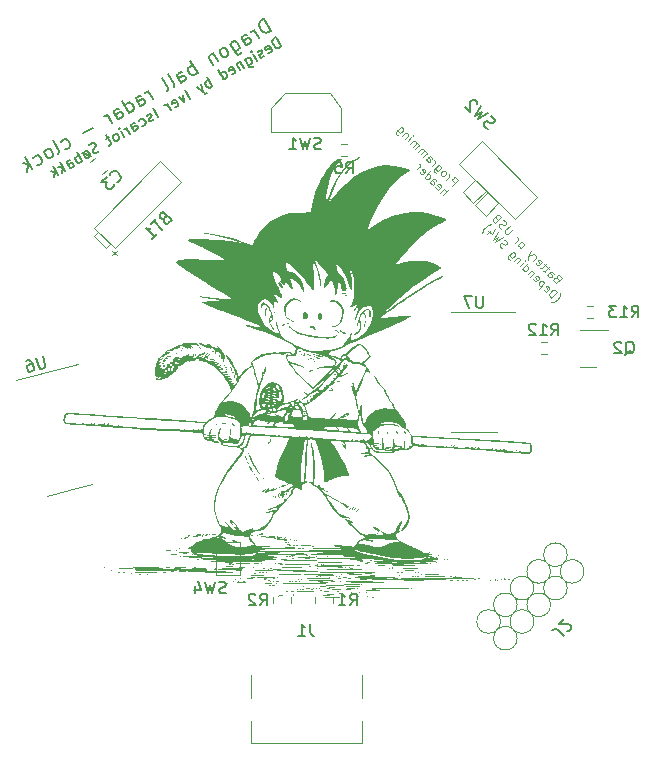
<source format=gbr>
%TF.GenerationSoftware,KiCad,Pcbnew,7.0.9*%
%TF.CreationDate,2025-01-08T15:48:33+01:00*%
%TF.ProjectId,DB-radar,44422d72-6164-4617-922e-6b696361645f,rev?*%
%TF.SameCoordinates,Original*%
%TF.FileFunction,Legend,Bot*%
%TF.FilePolarity,Positive*%
%FSLAX46Y46*%
G04 Gerber Fmt 4.6, Leading zero omitted, Abs format (unit mm)*
G04 Created by KiCad (PCBNEW 7.0.9) date 2025-01-08 15:48:33*
%MOMM*%
%LPD*%
G01*
G04 APERTURE LIST*
%ADD10C,0.150000*%
%ADD11C,0.125000*%
%ADD12C,0.120000*%
%ADD13C,0.060000*%
G04 APERTURE END LIST*
D10*
X99491988Y-99418166D02*
X99041988Y-98638743D01*
X99041988Y-98638743D02*
X98856411Y-98745886D01*
X98856411Y-98745886D02*
X98766494Y-98847287D01*
X98766494Y-98847287D02*
X98735120Y-98964375D01*
X98735120Y-98964375D02*
X98740862Y-99060034D01*
X98740862Y-99060034D02*
X98789461Y-99229924D01*
X98789461Y-99229924D02*
X98853747Y-99341270D01*
X98853747Y-99341270D02*
X98976576Y-99468303D01*
X98976576Y-99468303D02*
X99056549Y-99521105D01*
X99056549Y-99521105D02*
X99173637Y-99552479D01*
X99173637Y-99552479D02*
X99306411Y-99525309D01*
X99306411Y-99525309D02*
X99491988Y-99418166D01*
X98394214Y-100002479D02*
X98489873Y-99996737D01*
X98489873Y-99996737D02*
X98638335Y-99911023D01*
X98638335Y-99911023D02*
X98691137Y-99831050D01*
X98691137Y-99831050D02*
X98685395Y-99735391D01*
X98685395Y-99735391D02*
X98513967Y-99438468D01*
X98513967Y-99438468D02*
X98433994Y-99385666D01*
X98433994Y-99385666D02*
X98338335Y-99391408D01*
X98338335Y-99391408D02*
X98189873Y-99477122D01*
X98189873Y-99477122D02*
X98137071Y-99557095D01*
X98137071Y-99557095D02*
X98142813Y-99652754D01*
X98142813Y-99652754D02*
X98185670Y-99726985D01*
X98185670Y-99726985D02*
X98599681Y-99586930D01*
X98060175Y-100195336D02*
X98007373Y-100275309D01*
X98007373Y-100275309D02*
X97858912Y-100361023D01*
X97858912Y-100361023D02*
X97763252Y-100366765D01*
X97763252Y-100366765D02*
X97683280Y-100313963D01*
X97683280Y-100313963D02*
X97661851Y-100276847D01*
X97661851Y-100276847D02*
X97656109Y-100181188D01*
X97656109Y-100181188D02*
X97708912Y-100101216D01*
X97708912Y-100101216D02*
X97820258Y-100036930D01*
X97820258Y-100036930D02*
X97873060Y-99956957D01*
X97873060Y-99956957D02*
X97867318Y-99861298D01*
X97867318Y-99861298D02*
X97845889Y-99824183D01*
X97845889Y-99824183D02*
X97765917Y-99771380D01*
X97765917Y-99771380D02*
X97670258Y-99777122D01*
X97670258Y-99777122D02*
X97558912Y-99841408D01*
X97558912Y-99841408D02*
X97506109Y-99921380D01*
X97413527Y-100618166D02*
X97113527Y-100098551D01*
X96963527Y-99838743D02*
X97022071Y-99854430D01*
X97022071Y-99854430D02*
X97006385Y-99912974D01*
X97006385Y-99912974D02*
X96947841Y-99897287D01*
X96947841Y-99897287D02*
X96963527Y-99838743D01*
X96963527Y-99838743D02*
X97006385Y-99912974D01*
X96408336Y-100505693D02*
X96772621Y-101136655D01*
X96772621Y-101136655D02*
X96852594Y-101189457D01*
X96852594Y-101189457D02*
X96911138Y-101205144D01*
X96911138Y-101205144D02*
X97006797Y-101199402D01*
X97006797Y-101199402D02*
X97118143Y-101135116D01*
X97118143Y-101135116D02*
X97170945Y-101055144D01*
X96686907Y-100988193D02*
X96782566Y-100982451D01*
X96782566Y-100982451D02*
X96931028Y-100896737D01*
X96931028Y-100896737D02*
X96983830Y-100816765D01*
X96983830Y-100816765D02*
X96999517Y-100758221D01*
X96999517Y-100758221D02*
X96993775Y-100662561D01*
X96993775Y-100662561D02*
X96865204Y-100439869D01*
X96865204Y-100439869D02*
X96785231Y-100387067D01*
X96785231Y-100387067D02*
X96726687Y-100371380D01*
X96726687Y-100371380D02*
X96631028Y-100377122D01*
X96631028Y-100377122D02*
X96482566Y-100462836D01*
X96482566Y-100462836D02*
X96429764Y-100542809D01*
X96037182Y-100719979D02*
X96337182Y-101239594D01*
X96080039Y-100794210D02*
X96021495Y-100778523D01*
X96021495Y-100778523D02*
X95925836Y-100784265D01*
X95925836Y-100784265D02*
X95814489Y-100848551D01*
X95814489Y-100848551D02*
X95761687Y-100928523D01*
X95761687Y-100928523D02*
X95767429Y-101024182D01*
X95767429Y-101024182D02*
X96003143Y-101432451D01*
X95313638Y-101781051D02*
X95409297Y-101775309D01*
X95409297Y-101775309D02*
X95557759Y-101689594D01*
X95557759Y-101689594D02*
X95610561Y-101609622D01*
X95610561Y-101609622D02*
X95604819Y-101513963D01*
X95604819Y-101513963D02*
X95433390Y-101217040D01*
X95433390Y-101217040D02*
X95353418Y-101164237D01*
X95353418Y-101164237D02*
X95257759Y-101169979D01*
X95257759Y-101169979D02*
X95109297Y-101255694D01*
X95109297Y-101255694D02*
X95056495Y-101335666D01*
X95056495Y-101335666D02*
X95062237Y-101431325D01*
X95062237Y-101431325D02*
X95105094Y-101505556D01*
X95105094Y-101505556D02*
X95519105Y-101365501D01*
X94629874Y-102225309D02*
X94179874Y-101445886D01*
X94608445Y-102188194D02*
X94704105Y-102182452D01*
X94704105Y-102182452D02*
X94852566Y-102096738D01*
X94852566Y-102096738D02*
X94905368Y-102016765D01*
X94905368Y-102016765D02*
X94921055Y-101958221D01*
X94921055Y-101958221D02*
X94915313Y-101862562D01*
X94915313Y-101862562D02*
X94786742Y-101639870D01*
X94786742Y-101639870D02*
X94706769Y-101587067D01*
X94706769Y-101587067D02*
X94648225Y-101571381D01*
X94648225Y-101571381D02*
X94552566Y-101577122D01*
X94552566Y-101577122D02*
X94404105Y-101662837D01*
X94404105Y-101662837D02*
X94351302Y-101742809D01*
X93664874Y-102782452D02*
X93214874Y-102003029D01*
X93386303Y-102299952D02*
X93290643Y-102305694D01*
X93290643Y-102305694D02*
X93142182Y-102391408D01*
X93142182Y-102391408D02*
X93089380Y-102471381D01*
X93089380Y-102471381D02*
X93073693Y-102529924D01*
X93073693Y-102529924D02*
X93079435Y-102625584D01*
X93079435Y-102625584D02*
X93208006Y-102848276D01*
X93208006Y-102848276D02*
X93287979Y-102901078D01*
X93287979Y-102901078D02*
X93346522Y-102916765D01*
X93346522Y-102916765D02*
X93442182Y-102911023D01*
X93442182Y-102911023D02*
X93590643Y-102825309D01*
X93590643Y-102825309D02*
X93643445Y-102745336D01*
X92733912Y-102627122D02*
X92848336Y-103253881D01*
X92362759Y-102841408D02*
X92848336Y-103253881D01*
X92848336Y-103253881D02*
X93029709Y-103396600D01*
X93029709Y-103396600D02*
X93088253Y-103412287D01*
X93088253Y-103412287D02*
X93183912Y-103406545D01*
X91771990Y-103875309D02*
X91321990Y-103095886D01*
X91175068Y-103527122D02*
X91289491Y-104153880D01*
X91289491Y-104153880D02*
X90803914Y-103741408D01*
X90488640Y-104566765D02*
X90584299Y-104561023D01*
X90584299Y-104561023D02*
X90732760Y-104475308D01*
X90732760Y-104475308D02*
X90785563Y-104395336D01*
X90785563Y-104395336D02*
X90779821Y-104299677D01*
X90779821Y-104299677D02*
X90608392Y-104002754D01*
X90608392Y-104002754D02*
X90528420Y-103949951D01*
X90528420Y-103949951D02*
X90432760Y-103955693D01*
X90432760Y-103955693D02*
X90284299Y-104041408D01*
X90284299Y-104041408D02*
X90231497Y-104121380D01*
X90231497Y-104121380D02*
X90237238Y-104217039D01*
X90237238Y-104217039D02*
X90280096Y-104291270D01*
X90280096Y-104291270D02*
X90694106Y-104151215D01*
X90138914Y-104818166D02*
X89838914Y-104298551D01*
X89924628Y-104447012D02*
X89844656Y-104394210D01*
X89844656Y-104394210D02*
X89786112Y-104378523D01*
X89786112Y-104378523D02*
X89690452Y-104384265D01*
X89690452Y-104384265D02*
X89616222Y-104427122D01*
X89062568Y-105439594D02*
X88612568Y-104660171D01*
X88707102Y-105595336D02*
X88654300Y-105675308D01*
X88654300Y-105675308D02*
X88505838Y-105761023D01*
X88505838Y-105761023D02*
X88410179Y-105766764D01*
X88410179Y-105766764D02*
X88330206Y-105713962D01*
X88330206Y-105713962D02*
X88308778Y-105676847D01*
X88308778Y-105676847D02*
X88303036Y-105581188D01*
X88303036Y-105581188D02*
X88355838Y-105501215D01*
X88355838Y-105501215D02*
X88467184Y-105436929D01*
X88467184Y-105436929D02*
X88519986Y-105356957D01*
X88519986Y-105356957D02*
X88514245Y-105261298D01*
X88514245Y-105261298D02*
X88492816Y-105224182D01*
X88492816Y-105224182D02*
X88412843Y-105171380D01*
X88412843Y-105171380D02*
X88317184Y-105177122D01*
X88317184Y-105177122D02*
X88205838Y-105241407D01*
X88205838Y-105241407D02*
X88153036Y-105321380D01*
X87704987Y-106173907D02*
X87800646Y-106168165D01*
X87800646Y-106168165D02*
X87949108Y-106082451D01*
X87949108Y-106082451D02*
X88001910Y-106002479D01*
X88001910Y-106002479D02*
X88017597Y-105943935D01*
X88017597Y-105943935D02*
X88011855Y-105848275D01*
X88011855Y-105848275D02*
X87883284Y-105625583D01*
X87883284Y-105625583D02*
X87803311Y-105572781D01*
X87803311Y-105572781D02*
X87744767Y-105557094D01*
X87744767Y-105557094D02*
X87649108Y-105562836D01*
X87649108Y-105562836D02*
X87500646Y-105648550D01*
X87500646Y-105648550D02*
X87447844Y-105728523D01*
X87058338Y-106596737D02*
X86822624Y-106188468D01*
X86822624Y-106188468D02*
X86816882Y-106092809D01*
X86816882Y-106092809D02*
X86869685Y-106012836D01*
X86869685Y-106012836D02*
X87018146Y-105927122D01*
X87018146Y-105927122D02*
X87113805Y-105921380D01*
X87036910Y-106559622D02*
X87132569Y-106553880D01*
X87132569Y-106553880D02*
X87318146Y-106446737D01*
X87318146Y-106446737D02*
X87370948Y-106366764D01*
X87370948Y-106366764D02*
X87365206Y-106271105D01*
X87365206Y-106271105D02*
X87322349Y-106196874D01*
X87322349Y-106196874D02*
X87242377Y-106144072D01*
X87242377Y-106144072D02*
X87146717Y-106149814D01*
X87146717Y-106149814D02*
X86961141Y-106256957D01*
X86961141Y-106256957D02*
X86865481Y-106262699D01*
X86687184Y-106811023D02*
X86387184Y-106291408D01*
X86472899Y-106439869D02*
X86392926Y-106387067D01*
X86392926Y-106387067D02*
X86334382Y-106371380D01*
X86334382Y-106371380D02*
X86238723Y-106377122D01*
X86238723Y-106377122D02*
X86164492Y-106419979D01*
X86204684Y-107089594D02*
X85904684Y-106569979D01*
X85754684Y-106310171D02*
X85813228Y-106325858D01*
X85813228Y-106325858D02*
X85797542Y-106384402D01*
X85797542Y-106384402D02*
X85738998Y-106368715D01*
X85738998Y-106368715D02*
X85754684Y-106310171D01*
X85754684Y-106310171D02*
X85797542Y-106384402D01*
X85722185Y-107368166D02*
X85774987Y-107288193D01*
X85774987Y-107288193D02*
X85790674Y-107229649D01*
X85790674Y-107229649D02*
X85784932Y-107133990D01*
X85784932Y-107133990D02*
X85656361Y-106911298D01*
X85656361Y-106911298D02*
X85576388Y-106858495D01*
X85576388Y-106858495D02*
X85517844Y-106842809D01*
X85517844Y-106842809D02*
X85422185Y-106848550D01*
X85422185Y-106848550D02*
X85310839Y-106912836D01*
X85310839Y-106912836D02*
X85258037Y-106992809D01*
X85258037Y-106992809D02*
X85242350Y-107051352D01*
X85242350Y-107051352D02*
X85248092Y-107147012D01*
X85248092Y-107147012D02*
X85376663Y-107369704D01*
X85376663Y-107369704D02*
X85456636Y-107422506D01*
X85456636Y-107422506D02*
X85515179Y-107438193D01*
X85515179Y-107438193D02*
X85610839Y-107432451D01*
X85610839Y-107432451D02*
X85722185Y-107368166D01*
X84939685Y-107127122D02*
X84642762Y-107298550D01*
X84678339Y-106931600D02*
X85064053Y-107599677D01*
X85064053Y-107599677D02*
X85069795Y-107695336D01*
X85069795Y-107695336D02*
X85016993Y-107775309D01*
X85016993Y-107775309D02*
X84942762Y-107818166D01*
X84104795Y-108252479D02*
X84014877Y-108353880D01*
X84014877Y-108353880D02*
X83829301Y-108461023D01*
X83829301Y-108461023D02*
X83733641Y-108466765D01*
X83733641Y-108466765D02*
X83675097Y-108451078D01*
X83675097Y-108451078D02*
X83595125Y-108398276D01*
X83595125Y-108398276D02*
X83552268Y-108324045D01*
X83552268Y-108324045D02*
X83546526Y-108228386D01*
X83546526Y-108228386D02*
X83562213Y-108169842D01*
X83562213Y-108169842D02*
X83615015Y-108089869D01*
X83615015Y-108089869D02*
X83742048Y-107967039D01*
X83742048Y-107967039D02*
X83794850Y-107887067D01*
X83794850Y-107887067D02*
X83810537Y-107828523D01*
X83810537Y-107828523D02*
X83804795Y-107732864D01*
X83804795Y-107732864D02*
X83761938Y-107658633D01*
X83761938Y-107658633D02*
X83681965Y-107605831D01*
X83681965Y-107605831D02*
X83623421Y-107590144D01*
X83623421Y-107590144D02*
X83527762Y-107595886D01*
X83527762Y-107595886D02*
X83342185Y-107703029D01*
X83342185Y-107703029D02*
X83252268Y-107804430D01*
X82638531Y-108455693D02*
X83421031Y-108696737D01*
X83235454Y-108803880D02*
X83288257Y-108723908D01*
X83288257Y-108723908D02*
X83303943Y-108665364D01*
X83303943Y-108665364D02*
X83298202Y-108569704D01*
X83298202Y-108569704D02*
X83169630Y-108347012D01*
X83169630Y-108347012D02*
X83089658Y-108294210D01*
X83089658Y-108294210D02*
X83031114Y-108278523D01*
X83031114Y-108278523D02*
X82935454Y-108284265D01*
X82935454Y-108284265D02*
X82824108Y-108348551D01*
X82824108Y-108348551D02*
X82771306Y-108428523D01*
X82771306Y-108428523D02*
X82755619Y-108487067D01*
X82755619Y-108487067D02*
X82761361Y-108582726D01*
X82761361Y-108582726D02*
X82889933Y-108805419D01*
X82889933Y-108805419D02*
X82969905Y-108858221D01*
X82969905Y-108858221D02*
X83028449Y-108873908D01*
X83028449Y-108873908D02*
X83124108Y-108868166D01*
X83124108Y-108868166D02*
X83235454Y-108803880D01*
X82641608Y-109146737D02*
X82191608Y-108367314D01*
X82363037Y-108664237D02*
X82267377Y-108669979D01*
X82267377Y-108669979D02*
X82118916Y-108755694D01*
X82118916Y-108755694D02*
X82066114Y-108835666D01*
X82066114Y-108835666D02*
X82050427Y-108894210D01*
X82050427Y-108894210D02*
X82056169Y-108989869D01*
X82056169Y-108989869D02*
X82184740Y-109212562D01*
X82184740Y-109212562D02*
X82264713Y-109265364D01*
X82264713Y-109265364D02*
X82323257Y-109281051D01*
X82323257Y-109281051D02*
X82418916Y-109275309D01*
X82418916Y-109275309D02*
X82567377Y-109189594D01*
X82567377Y-109189594D02*
X82620180Y-109109622D01*
X81602377Y-109746737D02*
X81366663Y-109338468D01*
X81366663Y-109338468D02*
X81360921Y-109242809D01*
X81360921Y-109242809D02*
X81413724Y-109162837D01*
X81413724Y-109162837D02*
X81562185Y-109077122D01*
X81562185Y-109077122D02*
X81657844Y-109071380D01*
X81580949Y-109709622D02*
X81676608Y-109703880D01*
X81676608Y-109703880D02*
X81862185Y-109596737D01*
X81862185Y-109596737D02*
X81914987Y-109516765D01*
X81914987Y-109516765D02*
X81909246Y-109421106D01*
X81909246Y-109421106D02*
X81866388Y-109346875D01*
X81866388Y-109346875D02*
X81786416Y-109294073D01*
X81786416Y-109294073D02*
X81690757Y-109299814D01*
X81690757Y-109299814D02*
X81505180Y-109406957D01*
X81505180Y-109406957D02*
X81409520Y-109412699D01*
X81231224Y-109961023D02*
X80781224Y-109181600D01*
X80985564Y-109706957D02*
X80934301Y-110132452D01*
X80634301Y-109612837D02*
X81102652Y-109738331D01*
X80600263Y-110325309D02*
X80150263Y-109545886D01*
X80354603Y-110071243D02*
X80303340Y-110496737D01*
X80003340Y-109977122D02*
X80471691Y-110102617D01*
X98649772Y-98102262D02*
X98049772Y-97063031D01*
X98049772Y-97063031D02*
X97802336Y-97205888D01*
X97802336Y-97205888D02*
X97682446Y-97341090D01*
X97682446Y-97341090D02*
X97640615Y-97497207D01*
X97640615Y-97497207D02*
X97648271Y-97624753D01*
X97648271Y-97624753D02*
X97713069Y-97851273D01*
X97713069Y-97851273D02*
X97798783Y-97999734D01*
X97798783Y-97999734D02*
X97962556Y-98169112D01*
X97962556Y-98169112D02*
X98069186Y-98239514D01*
X98069186Y-98239514D02*
X98225303Y-98281346D01*
X98225303Y-98281346D02*
X98402336Y-98245119D01*
X98402336Y-98245119D02*
X98649772Y-98102262D01*
X97610542Y-98702262D02*
X97210542Y-98009441D01*
X97324827Y-98207390D02*
X97218197Y-98136987D01*
X97218197Y-98136987D02*
X97140139Y-98116071D01*
X97140139Y-98116071D02*
X97012593Y-98123727D01*
X97012593Y-98123727D02*
X96913619Y-98180870D01*
X96521824Y-99330833D02*
X96207539Y-98786474D01*
X96207539Y-98786474D02*
X96199883Y-98658928D01*
X96199883Y-98658928D02*
X96270286Y-98552298D01*
X96270286Y-98552298D02*
X96468234Y-98438013D01*
X96468234Y-98438013D02*
X96595780Y-98430357D01*
X96493253Y-99281346D02*
X96620799Y-99273690D01*
X96620799Y-99273690D02*
X96868234Y-99130833D01*
X96868234Y-99130833D02*
X96938637Y-99024203D01*
X96938637Y-99024203D02*
X96930982Y-98896657D01*
X96930982Y-98896657D02*
X96873839Y-98797683D01*
X96873839Y-98797683D02*
X96767209Y-98727280D01*
X96767209Y-98727280D02*
X96639663Y-98734936D01*
X96639663Y-98734936D02*
X96392227Y-98877793D01*
X96392227Y-98877793D02*
X96264681Y-98885448D01*
X95181568Y-99180870D02*
X95667283Y-100022151D01*
X95667283Y-100022151D02*
X95773913Y-100092554D01*
X95773913Y-100092554D02*
X95851971Y-100113470D01*
X95851971Y-100113470D02*
X95979517Y-100105814D01*
X95979517Y-100105814D02*
X96127978Y-100020100D01*
X96127978Y-100020100D02*
X96198381Y-99913470D01*
X95552997Y-99824203D02*
X95680543Y-99816547D01*
X95680543Y-99816547D02*
X95878491Y-99702261D01*
X95878491Y-99702261D02*
X95948894Y-99595631D01*
X95948894Y-99595631D02*
X95969810Y-99517573D01*
X95969810Y-99517573D02*
X95962154Y-99390027D01*
X95962154Y-99390027D02*
X95790726Y-99093104D01*
X95790726Y-99093104D02*
X95684096Y-99022701D01*
X95684096Y-99022701D02*
X95606037Y-99001785D01*
X95606037Y-99001785D02*
X95478491Y-99009441D01*
X95478491Y-99009441D02*
X95280543Y-99123727D01*
X95280543Y-99123727D02*
X95210140Y-99230357D01*
X94938235Y-100245118D02*
X95008638Y-100138488D01*
X95008638Y-100138488D02*
X95029554Y-100060430D01*
X95029554Y-100060430D02*
X95021898Y-99932884D01*
X95021898Y-99932884D02*
X94850470Y-99635961D01*
X94850470Y-99635961D02*
X94743840Y-99565558D01*
X94743840Y-99565558D02*
X94665781Y-99544642D01*
X94665781Y-99544642D02*
X94538235Y-99552298D01*
X94538235Y-99552298D02*
X94389774Y-99638012D01*
X94389774Y-99638012D02*
X94319371Y-99744642D01*
X94319371Y-99744642D02*
X94298455Y-99822701D01*
X94298455Y-99822701D02*
X94306111Y-99950247D01*
X94306111Y-99950247D02*
X94477540Y-100247170D01*
X94477540Y-100247170D02*
X94584170Y-100317573D01*
X94584170Y-100317573D02*
X94662228Y-100338488D01*
X94662228Y-100338488D02*
X94789774Y-100330833D01*
X94789774Y-100330833D02*
X94938235Y-100245118D01*
X93746441Y-100009441D02*
X94146441Y-100702261D01*
X93803584Y-100108415D02*
X93725525Y-100087499D01*
X93725525Y-100087499D02*
X93597980Y-100095155D01*
X93597980Y-100095155D02*
X93449518Y-100180869D01*
X93449518Y-100180869D02*
X93379115Y-100287499D01*
X93379115Y-100287499D02*
X93386771Y-100415045D01*
X93386771Y-100415045D02*
X93701057Y-100959404D01*
X92414390Y-101702261D02*
X91814390Y-100663031D01*
X92042962Y-101058928D02*
X91915416Y-101066584D01*
X91915416Y-101066584D02*
X91717467Y-101180869D01*
X91717467Y-101180869D02*
X91647064Y-101287499D01*
X91647064Y-101287499D02*
X91626149Y-101365558D01*
X91626149Y-101365558D02*
X91633804Y-101493104D01*
X91633804Y-101493104D02*
X91805233Y-101790027D01*
X91805233Y-101790027D02*
X91911863Y-101860430D01*
X91911863Y-101860430D02*
X91989921Y-101881345D01*
X91989921Y-101881345D02*
X92117467Y-101873690D01*
X92117467Y-101873690D02*
X92315416Y-101759404D01*
X92315416Y-101759404D02*
X92385819Y-101652774D01*
X91028750Y-102502261D02*
X90714464Y-101957902D01*
X90714464Y-101957902D02*
X90706808Y-101830356D01*
X90706808Y-101830356D02*
X90777211Y-101723726D01*
X90777211Y-101723726D02*
X90975160Y-101609441D01*
X90975160Y-101609441D02*
X91102706Y-101601785D01*
X91000178Y-102452774D02*
X91127724Y-102445118D01*
X91127724Y-102445118D02*
X91375160Y-102302261D01*
X91375160Y-102302261D02*
X91445563Y-102195631D01*
X91445563Y-102195631D02*
X91437907Y-102068085D01*
X91437907Y-102068085D02*
X91380764Y-101969111D01*
X91380764Y-101969111D02*
X91274134Y-101898708D01*
X91274134Y-101898708D02*
X91146589Y-101906364D01*
X91146589Y-101906364D02*
X90899153Y-102049221D01*
X90899153Y-102049221D02*
X90771607Y-102056876D01*
X90385417Y-102873689D02*
X90455820Y-102767059D01*
X90455820Y-102767059D02*
X90448164Y-102639514D01*
X90448164Y-102639514D02*
X89933878Y-101748745D01*
X89841058Y-103187975D02*
X89911461Y-103081345D01*
X89911461Y-103081345D02*
X89903806Y-102953799D01*
X89903806Y-102953799D02*
X89389520Y-102063030D01*
X88653367Y-103873689D02*
X88253367Y-103180869D01*
X88367652Y-103378817D02*
X88261022Y-103308415D01*
X88261022Y-103308415D02*
X88182964Y-103287499D01*
X88182964Y-103287499D02*
X88055418Y-103295155D01*
X88055418Y-103295155D02*
X87956444Y-103352297D01*
X87564649Y-104502260D02*
X87250363Y-103957902D01*
X87250363Y-103957902D02*
X87242708Y-103830356D01*
X87242708Y-103830356D02*
X87313111Y-103723726D01*
X87313111Y-103723726D02*
X87511059Y-103609440D01*
X87511059Y-103609440D02*
X87638605Y-103601784D01*
X87536078Y-104452773D02*
X87663623Y-104445118D01*
X87663623Y-104445118D02*
X87911059Y-104302260D01*
X87911059Y-104302260D02*
X87981462Y-104195630D01*
X87981462Y-104195630D02*
X87973806Y-104068085D01*
X87973806Y-104068085D02*
X87916664Y-103969110D01*
X87916664Y-103969110D02*
X87810034Y-103898707D01*
X87810034Y-103898707D02*
X87682488Y-103906363D01*
X87682488Y-103906363D02*
X87435052Y-104049220D01*
X87435052Y-104049220D02*
X87307506Y-104056876D01*
X86624393Y-105045117D02*
X86024393Y-104005887D01*
X86595822Y-104995630D02*
X86723367Y-104987975D01*
X86723367Y-104987975D02*
X86921316Y-104873689D01*
X86921316Y-104873689D02*
X86991719Y-104767059D01*
X86991719Y-104767059D02*
X87012635Y-104689000D01*
X87012635Y-104689000D02*
X87004979Y-104561455D01*
X87004979Y-104561455D02*
X86833551Y-104264532D01*
X86833551Y-104264532D02*
X86726921Y-104194129D01*
X86726921Y-104194129D02*
X86648862Y-104173213D01*
X86648862Y-104173213D02*
X86521316Y-104180869D01*
X86521316Y-104180869D02*
X86323367Y-104295154D01*
X86323367Y-104295154D02*
X86252965Y-104401784D01*
X85684137Y-105587974D02*
X85369852Y-105043616D01*
X85369852Y-105043616D02*
X85362196Y-104916070D01*
X85362196Y-104916070D02*
X85432599Y-104809440D01*
X85432599Y-104809440D02*
X85630547Y-104695154D01*
X85630547Y-104695154D02*
X85758093Y-104687498D01*
X85655566Y-105538487D02*
X85783112Y-105530832D01*
X85783112Y-105530832D02*
X86030547Y-105387974D01*
X86030547Y-105387974D02*
X86100950Y-105281344D01*
X86100950Y-105281344D02*
X86093295Y-105153799D01*
X86093295Y-105153799D02*
X86036152Y-105054824D01*
X86036152Y-105054824D02*
X85929522Y-104984421D01*
X85929522Y-104984421D02*
X85801976Y-104992077D01*
X85801976Y-104992077D02*
X85554540Y-105134934D01*
X85554540Y-105134934D02*
X85426994Y-105142590D01*
X85189266Y-105873689D02*
X84789266Y-105180868D01*
X84903552Y-105378817D02*
X84796922Y-105308414D01*
X84796922Y-105308414D02*
X84718863Y-105287498D01*
X84718863Y-105287498D02*
X84591317Y-105295154D01*
X84591317Y-105295154D02*
X84492343Y-105352297D01*
X83525566Y-106306363D02*
X82733772Y-106763506D01*
X81201721Y-108109916D02*
X81329267Y-108102260D01*
X81329267Y-108102260D02*
X81527215Y-107987974D01*
X81527215Y-107987974D02*
X81597618Y-107881344D01*
X81597618Y-107881344D02*
X81618534Y-107803286D01*
X81618534Y-107803286D02*
X81610878Y-107675740D01*
X81610878Y-107675740D02*
X81439450Y-107378817D01*
X81439450Y-107378817D02*
X81332820Y-107308414D01*
X81332820Y-107308414D02*
X81254761Y-107287498D01*
X81254761Y-107287498D02*
X81127215Y-107295154D01*
X81127215Y-107295154D02*
X80929267Y-107409440D01*
X80929267Y-107409440D02*
X80858864Y-107516070D01*
X80636447Y-108502260D02*
X80706850Y-108395630D01*
X80706850Y-108395630D02*
X80699194Y-108268084D01*
X80699194Y-108268084D02*
X80184908Y-107377315D01*
X80092088Y-108816545D02*
X80162491Y-108709915D01*
X80162491Y-108709915D02*
X80183407Y-108631857D01*
X80183407Y-108631857D02*
X80175751Y-108504311D01*
X80175751Y-108504311D02*
X80004323Y-108207388D01*
X80004323Y-108207388D02*
X79897693Y-108136985D01*
X79897693Y-108136985D02*
X79819634Y-108116069D01*
X79819634Y-108116069D02*
X79692088Y-108123725D01*
X79692088Y-108123725D02*
X79543627Y-108209439D01*
X79543627Y-108209439D02*
X79473224Y-108316069D01*
X79473224Y-108316069D02*
X79452308Y-108394128D01*
X79452308Y-108394128D02*
X79459964Y-108521674D01*
X79459964Y-108521674D02*
X79631392Y-108818597D01*
X79631392Y-108818597D02*
X79738023Y-108889000D01*
X79738023Y-108889000D02*
X79816081Y-108909915D01*
X79816081Y-108909915D02*
X79943627Y-108902260D01*
X79943627Y-108902260D02*
X80092088Y-108816545D01*
X78826338Y-109481344D02*
X78953884Y-109473688D01*
X78953884Y-109473688D02*
X79151832Y-109359402D01*
X79151832Y-109359402D02*
X79222235Y-109252772D01*
X79222235Y-109252772D02*
X79243151Y-109174714D01*
X79243151Y-109174714D02*
X79235495Y-109047168D01*
X79235495Y-109047168D02*
X79064067Y-108750245D01*
X79064067Y-108750245D02*
X78957437Y-108679842D01*
X78957437Y-108679842D02*
X78879378Y-108658926D01*
X78879378Y-108658926D02*
X78751832Y-108666582D01*
X78751832Y-108666582D02*
X78553884Y-108780868D01*
X78553884Y-108780868D02*
X78483481Y-108887498D01*
X78409525Y-109787974D02*
X77809525Y-108748743D01*
X78081980Y-109449219D02*
X78013628Y-110016545D01*
X77613628Y-109323725D02*
X78238097Y-109491051D01*
D11*
X113970079Y-111229918D02*
X114465054Y-110734943D01*
X114465054Y-110734943D02*
X114276492Y-110546382D01*
X114276492Y-110546382D02*
X114205782Y-110522811D01*
X114205782Y-110522811D02*
X114158641Y-110522811D01*
X114158641Y-110522811D02*
X114087931Y-110546382D01*
X114087931Y-110546382D02*
X114017220Y-110617092D01*
X114017220Y-110617092D02*
X113993650Y-110687803D01*
X113993650Y-110687803D02*
X113993650Y-110734943D01*
X113993650Y-110734943D02*
X114017220Y-110805654D01*
X114017220Y-110805654D02*
X114205782Y-110994216D01*
X113475105Y-110734943D02*
X113805088Y-110404960D01*
X113710807Y-110499241D02*
X113734377Y-110428530D01*
X113734377Y-110428530D02*
X113734377Y-110381390D01*
X113734377Y-110381390D02*
X113710807Y-110310679D01*
X113710807Y-110310679D02*
X113663666Y-110263539D01*
X113097981Y-110357820D02*
X113168692Y-110381390D01*
X113168692Y-110381390D02*
X113215832Y-110381390D01*
X113215832Y-110381390D02*
X113286543Y-110357820D01*
X113286543Y-110357820D02*
X113427964Y-110216399D01*
X113427964Y-110216399D02*
X113451535Y-110145688D01*
X113451535Y-110145688D02*
X113451535Y-110098547D01*
X113451535Y-110098547D02*
X113427964Y-110027837D01*
X113427964Y-110027837D02*
X113357254Y-109957126D01*
X113357254Y-109957126D02*
X113286543Y-109933556D01*
X113286543Y-109933556D02*
X113239403Y-109933556D01*
X113239403Y-109933556D02*
X113168692Y-109957126D01*
X113168692Y-109957126D02*
X113027271Y-110098547D01*
X113027271Y-110098547D02*
X113003700Y-110169258D01*
X113003700Y-110169258D02*
X113003700Y-110216399D01*
X113003700Y-110216399D02*
X113027271Y-110287109D01*
X113027271Y-110287109D02*
X113097981Y-110357820D01*
X112838709Y-109438581D02*
X112438015Y-109839275D01*
X112438015Y-109839275D02*
X112414445Y-109909986D01*
X112414445Y-109909986D02*
X112414445Y-109957126D01*
X112414445Y-109957126D02*
X112438015Y-110027837D01*
X112438015Y-110027837D02*
X112508726Y-110098548D01*
X112508726Y-110098548D02*
X112579437Y-110122118D01*
X112532296Y-109744994D02*
X112555866Y-109815705D01*
X112555866Y-109815705D02*
X112650147Y-109909986D01*
X112650147Y-109909986D02*
X112720858Y-109933556D01*
X112720858Y-109933556D02*
X112767998Y-109933556D01*
X112767998Y-109933556D02*
X112838709Y-109909986D01*
X112838709Y-109909986D02*
X112980130Y-109768565D01*
X112980130Y-109768565D02*
X113003701Y-109697854D01*
X113003701Y-109697854D02*
X113003701Y-109650713D01*
X113003701Y-109650713D02*
X112980130Y-109580003D01*
X112980130Y-109580003D02*
X112885849Y-109485722D01*
X112885849Y-109485722D02*
X112815139Y-109462152D01*
X112273024Y-109532862D02*
X112603007Y-109202879D01*
X112508726Y-109297160D02*
X112532296Y-109226450D01*
X112532296Y-109226450D02*
X112532296Y-109179309D01*
X112532296Y-109179309D02*
X112508726Y-109108598D01*
X112508726Y-109108598D02*
X112461586Y-109061458D01*
X111754479Y-109014318D02*
X112013752Y-108755045D01*
X112013752Y-108755045D02*
X112084462Y-108731475D01*
X112084462Y-108731475D02*
X112155173Y-108755045D01*
X112155173Y-108755045D02*
X112249454Y-108849326D01*
X112249454Y-108849326D02*
X112273024Y-108920037D01*
X111778049Y-108990748D02*
X111801620Y-109061458D01*
X111801620Y-109061458D02*
X111919471Y-109179309D01*
X111919471Y-109179309D02*
X111990181Y-109202880D01*
X111990181Y-109202880D02*
X112060892Y-109179309D01*
X112060892Y-109179309D02*
X112108032Y-109132169D01*
X112108032Y-109132169D02*
X112131603Y-109061458D01*
X112131603Y-109061458D02*
X112108032Y-108990748D01*
X112108032Y-108990748D02*
X111990181Y-108872896D01*
X111990181Y-108872896D02*
X111966611Y-108802186D01*
X111518777Y-108778616D02*
X111848760Y-108448633D01*
X111801620Y-108495773D02*
X111801620Y-108448633D01*
X111801620Y-108448633D02*
X111778050Y-108377922D01*
X111778050Y-108377922D02*
X111707339Y-108307211D01*
X111707339Y-108307211D02*
X111636628Y-108283641D01*
X111636628Y-108283641D02*
X111565918Y-108307211D01*
X111565918Y-108307211D02*
X111306645Y-108566484D01*
X111565918Y-108307211D02*
X111589488Y-108236501D01*
X111589488Y-108236501D02*
X111565918Y-108165790D01*
X111565918Y-108165790D02*
X111495207Y-108095079D01*
X111495207Y-108095079D02*
X111424496Y-108071509D01*
X111424496Y-108071509D02*
X111353785Y-108095079D01*
X111353785Y-108095079D02*
X111094513Y-108354352D01*
X110858811Y-108118650D02*
X111188794Y-107788666D01*
X111141654Y-107835807D02*
X111141654Y-107788666D01*
X111141654Y-107788666D02*
X111118083Y-107717956D01*
X111118083Y-107717956D02*
X111047373Y-107647245D01*
X111047373Y-107647245D02*
X110976662Y-107623675D01*
X110976662Y-107623675D02*
X110905951Y-107647245D01*
X110905951Y-107647245D02*
X110646679Y-107906518D01*
X110905951Y-107647245D02*
X110929522Y-107576534D01*
X110929522Y-107576534D02*
X110905951Y-107505824D01*
X110905951Y-107505824D02*
X110835241Y-107435113D01*
X110835241Y-107435113D02*
X110764530Y-107411543D01*
X110764530Y-107411543D02*
X110693819Y-107435113D01*
X110693819Y-107435113D02*
X110434547Y-107694386D01*
X110198845Y-107458684D02*
X110528828Y-107128700D01*
X110693820Y-106963709D02*
X110693820Y-107010849D01*
X110693820Y-107010849D02*
X110646679Y-107010849D01*
X110646679Y-107010849D02*
X110646679Y-106963709D01*
X110646679Y-106963709D02*
X110693820Y-106963709D01*
X110693820Y-106963709D02*
X110646679Y-107010849D01*
X110293126Y-106892998D02*
X109963143Y-107222982D01*
X110245986Y-106940139D02*
X110245986Y-106892998D01*
X110245986Y-106892998D02*
X110222415Y-106822288D01*
X110222415Y-106822288D02*
X110151705Y-106751577D01*
X110151705Y-106751577D02*
X110080994Y-106728007D01*
X110080994Y-106728007D02*
X110010283Y-106751577D01*
X110010283Y-106751577D02*
X109751011Y-107010849D01*
X109633160Y-106233032D02*
X109232466Y-106633726D01*
X109232466Y-106633726D02*
X109208896Y-106704437D01*
X109208896Y-106704437D02*
X109208896Y-106751577D01*
X109208896Y-106751577D02*
X109232466Y-106822288D01*
X109232466Y-106822288D02*
X109303177Y-106892999D01*
X109303177Y-106892999D02*
X109373887Y-106916569D01*
X109326747Y-106539445D02*
X109350317Y-106610156D01*
X109350317Y-106610156D02*
X109444598Y-106704437D01*
X109444598Y-106704437D02*
X109515309Y-106728007D01*
X109515309Y-106728007D02*
X109562449Y-106728007D01*
X109562449Y-106728007D02*
X109633160Y-106704437D01*
X109633160Y-106704437D02*
X109774581Y-106563015D01*
X109774581Y-106563015D02*
X109798152Y-106492305D01*
X109798152Y-106492305D02*
X109798152Y-106445164D01*
X109798152Y-106445164D02*
X109774581Y-106374454D01*
X109774581Y-106374454D02*
X109680300Y-106280173D01*
X109680300Y-106280173D02*
X109609590Y-106256602D01*
X113173170Y-112026827D02*
X113668145Y-111531852D01*
X112961038Y-111814695D02*
X113220311Y-111555423D01*
X113220311Y-111555423D02*
X113291022Y-111531852D01*
X113291022Y-111531852D02*
X113361732Y-111555423D01*
X113361732Y-111555423D02*
X113432443Y-111626133D01*
X113432443Y-111626133D02*
X113456013Y-111696844D01*
X113456013Y-111696844D02*
X113456013Y-111743984D01*
X112560345Y-111366861D02*
X112583915Y-111437572D01*
X112583915Y-111437572D02*
X112678196Y-111531853D01*
X112678196Y-111531853D02*
X112748907Y-111555423D01*
X112748907Y-111555423D02*
X112819617Y-111531853D01*
X112819617Y-111531853D02*
X113008179Y-111343291D01*
X113008179Y-111343291D02*
X113031749Y-111272580D01*
X113031749Y-111272580D02*
X113008179Y-111201869D01*
X113008179Y-111201869D02*
X112913898Y-111107588D01*
X112913898Y-111107588D02*
X112843187Y-111084018D01*
X112843187Y-111084018D02*
X112772477Y-111107588D01*
X112772477Y-111107588D02*
X112725336Y-111154729D01*
X112725336Y-111154729D02*
X112913898Y-111437572D01*
X112088940Y-110942597D02*
X112348213Y-110683324D01*
X112348213Y-110683324D02*
X112418923Y-110659754D01*
X112418923Y-110659754D02*
X112489634Y-110683324D01*
X112489634Y-110683324D02*
X112583915Y-110777605D01*
X112583915Y-110777605D02*
X112607485Y-110848316D01*
X112112510Y-110919027D02*
X112136081Y-110989737D01*
X112136081Y-110989737D02*
X112253932Y-111107588D01*
X112253932Y-111107588D02*
X112324643Y-111131159D01*
X112324643Y-111131159D02*
X112395353Y-111107588D01*
X112395353Y-111107588D02*
X112442494Y-111060448D01*
X112442494Y-111060448D02*
X112466064Y-110989737D01*
X112466064Y-110989737D02*
X112442494Y-110919027D01*
X112442494Y-110919027D02*
X112324643Y-110801176D01*
X112324643Y-110801176D02*
X112301072Y-110730465D01*
X111641106Y-110494763D02*
X112136081Y-109999788D01*
X111664676Y-110471193D02*
X111688247Y-110541903D01*
X111688247Y-110541903D02*
X111782528Y-110636184D01*
X111782528Y-110636184D02*
X111853238Y-110659754D01*
X111853238Y-110659754D02*
X111900379Y-110659754D01*
X111900379Y-110659754D02*
X111971089Y-110636184D01*
X111971089Y-110636184D02*
X112112511Y-110494763D01*
X112112511Y-110494763D02*
X112136081Y-110424052D01*
X112136081Y-110424052D02*
X112136081Y-110376912D01*
X112136081Y-110376912D02*
X112112511Y-110306201D01*
X112112511Y-110306201D02*
X112018230Y-110211920D01*
X112018230Y-110211920D02*
X111947519Y-110188350D01*
X111240413Y-110046929D02*
X111263983Y-110117639D01*
X111263983Y-110117639D02*
X111358264Y-110211920D01*
X111358264Y-110211920D02*
X111428974Y-110235491D01*
X111428974Y-110235491D02*
X111499685Y-110211920D01*
X111499685Y-110211920D02*
X111688247Y-110023359D01*
X111688247Y-110023359D02*
X111711817Y-109952648D01*
X111711817Y-109952648D02*
X111688247Y-109881937D01*
X111688247Y-109881937D02*
X111593966Y-109787656D01*
X111593966Y-109787656D02*
X111523255Y-109764086D01*
X111523255Y-109764086D02*
X111452545Y-109787656D01*
X111452545Y-109787656D02*
X111405404Y-109834797D01*
X111405404Y-109834797D02*
X111593966Y-110117639D01*
X110981140Y-109834797D02*
X111311123Y-109504814D01*
X111216842Y-109599094D02*
X111240413Y-109528384D01*
X111240413Y-109528384D02*
X111240413Y-109481243D01*
X111240413Y-109481243D02*
X111216842Y-109410533D01*
X111216842Y-109410533D02*
X111169702Y-109363392D01*
X122838372Y-119071665D02*
X122744091Y-119024525D01*
X122744091Y-119024525D02*
X122696950Y-119024525D01*
X122696950Y-119024525D02*
X122626240Y-119048095D01*
X122626240Y-119048095D02*
X122555529Y-119118806D01*
X122555529Y-119118806D02*
X122531959Y-119189517D01*
X122531959Y-119189517D02*
X122531959Y-119236657D01*
X122531959Y-119236657D02*
X122555529Y-119307368D01*
X122555529Y-119307368D02*
X122744091Y-119495929D01*
X122744091Y-119495929D02*
X123239066Y-119000955D01*
X123239066Y-119000955D02*
X123074074Y-118835963D01*
X123074074Y-118835963D02*
X123003363Y-118812393D01*
X123003363Y-118812393D02*
X122956223Y-118812393D01*
X122956223Y-118812393D02*
X122885512Y-118835963D01*
X122885512Y-118835963D02*
X122838372Y-118883104D01*
X122838372Y-118883104D02*
X122814802Y-118953814D01*
X122814802Y-118953814D02*
X122814802Y-119000955D01*
X122814802Y-119000955D02*
X122838372Y-119071665D01*
X122838372Y-119071665D02*
X123003363Y-119236657D01*
X122036984Y-118788823D02*
X122296257Y-118529550D01*
X122296257Y-118529550D02*
X122366967Y-118505980D01*
X122366967Y-118505980D02*
X122437678Y-118529550D01*
X122437678Y-118529550D02*
X122531959Y-118623831D01*
X122531959Y-118623831D02*
X122555529Y-118694542D01*
X122060554Y-118765252D02*
X122084124Y-118835963D01*
X122084124Y-118835963D02*
X122201976Y-118953814D01*
X122201976Y-118953814D02*
X122272686Y-118977385D01*
X122272686Y-118977385D02*
X122343397Y-118953814D01*
X122343397Y-118953814D02*
X122390537Y-118906674D01*
X122390537Y-118906674D02*
X122414108Y-118835963D01*
X122414108Y-118835963D02*
X122390537Y-118765252D01*
X122390537Y-118765252D02*
X122272686Y-118647401D01*
X122272686Y-118647401D02*
X122249116Y-118576691D01*
X122201976Y-118293848D02*
X122013414Y-118105286D01*
X122296257Y-118058146D02*
X121871993Y-118482410D01*
X121871993Y-118482410D02*
X121801282Y-118505980D01*
X121801282Y-118505980D02*
X121730571Y-118482410D01*
X121730571Y-118482410D02*
X121683431Y-118435270D01*
X121919133Y-118011005D02*
X121730571Y-117822444D01*
X122013414Y-117775303D02*
X121589150Y-118199567D01*
X121589150Y-118199567D02*
X121518439Y-118223138D01*
X121518439Y-118223138D02*
X121447729Y-118199567D01*
X121447729Y-118199567D02*
X121400588Y-118152427D01*
X121070605Y-117775303D02*
X121094175Y-117846014D01*
X121094175Y-117846014D02*
X121188456Y-117940295D01*
X121188456Y-117940295D02*
X121259167Y-117963865D01*
X121259167Y-117963865D02*
X121329877Y-117940295D01*
X121329877Y-117940295D02*
X121518439Y-117751733D01*
X121518439Y-117751733D02*
X121542010Y-117681022D01*
X121542010Y-117681022D02*
X121518439Y-117610312D01*
X121518439Y-117610312D02*
X121424158Y-117516031D01*
X121424158Y-117516031D02*
X121353448Y-117492460D01*
X121353448Y-117492460D02*
X121282737Y-117516031D01*
X121282737Y-117516031D02*
X121235597Y-117563171D01*
X121235597Y-117563171D02*
X121424158Y-117846014D01*
X120811333Y-117563171D02*
X121141316Y-117233188D01*
X121047035Y-117327469D02*
X121070605Y-117256758D01*
X121070605Y-117256758D02*
X121070605Y-117209618D01*
X121070605Y-117209618D02*
X121047035Y-117138907D01*
X121047035Y-117138907D02*
X120999894Y-117091767D01*
X120882043Y-116973916D02*
X120434209Y-117186048D01*
X120646341Y-116738214D02*
X120434209Y-117186048D01*
X120434209Y-117186048D02*
X120363498Y-117351039D01*
X120363498Y-117351039D02*
X120363498Y-117398180D01*
X120363498Y-117398180D02*
X120387069Y-117468891D01*
X119679962Y-116431801D02*
X119750673Y-116455371D01*
X119750673Y-116455371D02*
X119797814Y-116455371D01*
X119797814Y-116455371D02*
X119868524Y-116431801D01*
X119868524Y-116431801D02*
X120009946Y-116290380D01*
X120009946Y-116290380D02*
X120033516Y-116219669D01*
X120033516Y-116219669D02*
X120033516Y-116172529D01*
X120033516Y-116172529D02*
X120009946Y-116101818D01*
X120009946Y-116101818D02*
X119939235Y-116031107D01*
X119939235Y-116031107D02*
X119868524Y-116007537D01*
X119868524Y-116007537D02*
X119821384Y-116007537D01*
X119821384Y-116007537D02*
X119750673Y-116031107D01*
X119750673Y-116031107D02*
X119609252Y-116172529D01*
X119609252Y-116172529D02*
X119585681Y-116243239D01*
X119585681Y-116243239D02*
X119585681Y-116290380D01*
X119585681Y-116290380D02*
X119609252Y-116361090D01*
X119609252Y-116361090D02*
X119679962Y-116431801D01*
X119302839Y-116054678D02*
X119632822Y-115724694D01*
X119538541Y-115818975D02*
X119562111Y-115748265D01*
X119562111Y-115748265D02*
X119562111Y-115701124D01*
X119562111Y-115701124D02*
X119538541Y-115630414D01*
X119538541Y-115630414D02*
X119491401Y-115583273D01*
X119114278Y-114876167D02*
X118713584Y-115276861D01*
X118713584Y-115276861D02*
X118642873Y-115300431D01*
X118642873Y-115300431D02*
X118595733Y-115300431D01*
X118595733Y-115300431D02*
X118525022Y-115276861D01*
X118525022Y-115276861D02*
X118430741Y-115182580D01*
X118430741Y-115182580D02*
X118407171Y-115111869D01*
X118407171Y-115111869D02*
X118407171Y-115064729D01*
X118407171Y-115064729D02*
X118430741Y-114994018D01*
X118430741Y-114994018D02*
X118831435Y-114593324D01*
X118147899Y-114852597D02*
X118053618Y-114805456D01*
X118053618Y-114805456D02*
X117935767Y-114687605D01*
X117935767Y-114687605D02*
X117912196Y-114616895D01*
X117912196Y-114616895D02*
X117912196Y-114569754D01*
X117912196Y-114569754D02*
X117935767Y-114499043D01*
X117935767Y-114499043D02*
X117982907Y-114451903D01*
X117982907Y-114451903D02*
X118053618Y-114428333D01*
X118053618Y-114428333D02*
X118100758Y-114428333D01*
X118100758Y-114428333D02*
X118171469Y-114451903D01*
X118171469Y-114451903D02*
X118289320Y-114522614D01*
X118289320Y-114522614D02*
X118360031Y-114546184D01*
X118360031Y-114546184D02*
X118407171Y-114546184D01*
X118407171Y-114546184D02*
X118477882Y-114522614D01*
X118477882Y-114522614D02*
X118525022Y-114475473D01*
X118525022Y-114475473D02*
X118548592Y-114404763D01*
X118548592Y-114404763D02*
X118548592Y-114357622D01*
X118548592Y-114357622D02*
X118525022Y-114286911D01*
X118525022Y-114286911D02*
X118407171Y-114169060D01*
X118407171Y-114169060D02*
X118312890Y-114121920D01*
X117723634Y-113956928D02*
X117629353Y-113909788D01*
X117629353Y-113909788D02*
X117582213Y-113909788D01*
X117582213Y-113909788D02*
X117511502Y-113933358D01*
X117511502Y-113933358D02*
X117440792Y-114004068D01*
X117440792Y-114004068D02*
X117417221Y-114074779D01*
X117417221Y-114074779D02*
X117417221Y-114121920D01*
X117417221Y-114121920D02*
X117440792Y-114192630D01*
X117440792Y-114192630D02*
X117629353Y-114381192D01*
X117629353Y-114381192D02*
X118124328Y-113886217D01*
X118124328Y-113886217D02*
X117959337Y-113721226D01*
X117959337Y-113721226D02*
X117888626Y-113697656D01*
X117888626Y-113697656D02*
X117841485Y-113697656D01*
X117841485Y-113697656D02*
X117770775Y-113721226D01*
X117770775Y-113721226D02*
X117723634Y-113768366D01*
X117723634Y-113768366D02*
X117700064Y-113839077D01*
X117700064Y-113839077D02*
X117700064Y-113886217D01*
X117700064Y-113886217D02*
X117723634Y-113956928D01*
X117723634Y-113956928D02*
X117888626Y-114121920D01*
X122371447Y-121094227D02*
X122418587Y-121094227D01*
X122418587Y-121094227D02*
X122536438Y-121070657D01*
X122536438Y-121070657D02*
X122607149Y-121047087D01*
X122607149Y-121047087D02*
X122701430Y-120999946D01*
X122701430Y-120999946D02*
X122842851Y-120905665D01*
X122842851Y-120905665D02*
X122937132Y-120811384D01*
X122937132Y-120811384D02*
X123031413Y-120669963D01*
X123031413Y-120669963D02*
X123078554Y-120575682D01*
X123078554Y-120575682D02*
X123102124Y-120504971D01*
X123102124Y-120504971D02*
X123125694Y-120387120D01*
X123125694Y-120387120D02*
X123125694Y-120339980D01*
X122371447Y-120717103D02*
X122866421Y-120222129D01*
X122866421Y-120222129D02*
X122748570Y-120104277D01*
X122748570Y-120104277D02*
X122654289Y-120057137D01*
X122654289Y-120057137D02*
X122560008Y-120057137D01*
X122560008Y-120057137D02*
X122489298Y-120080707D01*
X122489298Y-120080707D02*
X122371447Y-120151418D01*
X122371447Y-120151418D02*
X122300736Y-120222129D01*
X122300736Y-120222129D02*
X122230025Y-120339980D01*
X122230025Y-120339980D02*
X122206455Y-120410690D01*
X122206455Y-120410690D02*
X122206455Y-120504971D01*
X122206455Y-120504971D02*
X122253595Y-120599252D01*
X122253595Y-120599252D02*
X122371447Y-120717103D01*
X121711480Y-120009996D02*
X121735050Y-120080707D01*
X121735050Y-120080707D02*
X121829331Y-120174988D01*
X121829331Y-120174988D02*
X121900042Y-120198558D01*
X121900042Y-120198558D02*
X121970753Y-120174988D01*
X121970753Y-120174988D02*
X122159315Y-119986426D01*
X122159315Y-119986426D02*
X122182885Y-119915716D01*
X122182885Y-119915716D02*
X122159315Y-119845005D01*
X122159315Y-119845005D02*
X122065034Y-119750724D01*
X122065034Y-119750724D02*
X121994323Y-119727154D01*
X121994323Y-119727154D02*
X121923612Y-119750724D01*
X121923612Y-119750724D02*
X121876472Y-119797864D01*
X121876472Y-119797864D02*
X122065034Y-120080707D01*
X121782191Y-119467881D02*
X121287216Y-119962856D01*
X121758621Y-119491451D02*
X121735050Y-119420741D01*
X121735050Y-119420741D02*
X121640770Y-119326460D01*
X121640770Y-119326460D02*
X121570059Y-119302890D01*
X121570059Y-119302890D02*
X121522918Y-119302890D01*
X121522918Y-119302890D02*
X121452208Y-119326460D01*
X121452208Y-119326460D02*
X121310786Y-119467881D01*
X121310786Y-119467881D02*
X121287216Y-119538592D01*
X121287216Y-119538592D02*
X121287216Y-119585732D01*
X121287216Y-119585732D02*
X121310786Y-119656443D01*
X121310786Y-119656443D02*
X121405067Y-119750724D01*
X121405067Y-119750724D02*
X121475778Y-119774294D01*
X120839382Y-119137898D02*
X120862952Y-119208609D01*
X120862952Y-119208609D02*
X120957233Y-119302890D01*
X120957233Y-119302890D02*
X121027944Y-119326460D01*
X121027944Y-119326460D02*
X121098655Y-119302890D01*
X121098655Y-119302890D02*
X121287216Y-119114328D01*
X121287216Y-119114328D02*
X121310787Y-119043617D01*
X121310787Y-119043617D02*
X121287216Y-118972907D01*
X121287216Y-118972907D02*
X121192936Y-118878626D01*
X121192936Y-118878626D02*
X121122225Y-118855056D01*
X121122225Y-118855056D02*
X121051514Y-118878626D01*
X121051514Y-118878626D02*
X121004374Y-118925766D01*
X121004374Y-118925766D02*
X121192936Y-119208609D01*
X120910093Y-118595783D02*
X120580110Y-118925766D01*
X120862952Y-118642924D02*
X120862952Y-118595783D01*
X120862952Y-118595783D02*
X120839382Y-118525072D01*
X120839382Y-118525072D02*
X120768671Y-118454362D01*
X120768671Y-118454362D02*
X120697961Y-118430792D01*
X120697961Y-118430792D02*
X120627250Y-118454362D01*
X120627250Y-118454362D02*
X120367978Y-118713634D01*
X119920144Y-118265800D02*
X120415118Y-117770825D01*
X119943714Y-118242230D02*
X119967284Y-118312941D01*
X119967284Y-118312941D02*
X120061565Y-118407222D01*
X120061565Y-118407222D02*
X120132276Y-118430792D01*
X120132276Y-118430792D02*
X120179416Y-118430792D01*
X120179416Y-118430792D02*
X120250127Y-118407222D01*
X120250127Y-118407222D02*
X120391548Y-118265800D01*
X120391548Y-118265800D02*
X120415118Y-118195090D01*
X120415118Y-118195090D02*
X120415118Y-118147949D01*
X120415118Y-118147949D02*
X120391548Y-118077238D01*
X120391548Y-118077238D02*
X120297267Y-117982958D01*
X120297267Y-117982958D02*
X120226557Y-117959387D01*
X119684442Y-118030098D02*
X120014425Y-117700115D01*
X120179416Y-117535123D02*
X120179416Y-117582264D01*
X120179416Y-117582264D02*
X120132276Y-117582264D01*
X120132276Y-117582264D02*
X120132276Y-117535123D01*
X120132276Y-117535123D02*
X120179416Y-117535123D01*
X120179416Y-117535123D02*
X120132276Y-117582264D01*
X119778723Y-117464413D02*
X119448740Y-117794396D01*
X119731582Y-117511553D02*
X119731582Y-117464413D01*
X119731582Y-117464413D02*
X119708012Y-117393702D01*
X119708012Y-117393702D02*
X119637301Y-117322992D01*
X119637301Y-117322992D02*
X119566591Y-117299421D01*
X119566591Y-117299421D02*
X119495880Y-117322992D01*
X119495880Y-117322992D02*
X119236607Y-117582264D01*
X119118757Y-116804447D02*
X118718063Y-117205141D01*
X118718063Y-117205141D02*
X118694493Y-117275851D01*
X118694493Y-117275851D02*
X118694493Y-117322992D01*
X118694493Y-117322992D02*
X118718063Y-117393703D01*
X118718063Y-117393703D02*
X118788773Y-117464413D01*
X118788773Y-117464413D02*
X118859484Y-117487983D01*
X118812344Y-117110860D02*
X118835914Y-117181571D01*
X118835914Y-117181571D02*
X118930195Y-117275851D01*
X118930195Y-117275851D02*
X119000905Y-117299422D01*
X119000905Y-117299422D02*
X119048046Y-117299422D01*
X119048046Y-117299422D02*
X119118757Y-117275851D01*
X119118757Y-117275851D02*
X119260178Y-117134430D01*
X119260178Y-117134430D02*
X119283748Y-117063719D01*
X119283748Y-117063719D02*
X119283748Y-117016579D01*
X119283748Y-117016579D02*
X119260178Y-116945868D01*
X119260178Y-116945868D02*
X119165897Y-116851587D01*
X119165897Y-116851587D02*
X119095186Y-116828017D01*
X118223088Y-116521605D02*
X118128808Y-116474464D01*
X118128808Y-116474464D02*
X118010956Y-116356613D01*
X118010956Y-116356613D02*
X117987386Y-116285902D01*
X117987386Y-116285902D02*
X117987386Y-116238762D01*
X117987386Y-116238762D02*
X118010956Y-116168051D01*
X118010956Y-116168051D02*
X118058097Y-116120911D01*
X118058097Y-116120911D02*
X118128808Y-116097341D01*
X118128808Y-116097341D02*
X118175948Y-116097341D01*
X118175948Y-116097341D02*
X118246659Y-116120911D01*
X118246659Y-116120911D02*
X118364510Y-116191622D01*
X118364510Y-116191622D02*
X118435221Y-116215192D01*
X118435221Y-116215192D02*
X118482361Y-116215192D01*
X118482361Y-116215192D02*
X118553072Y-116191622D01*
X118553072Y-116191622D02*
X118600212Y-116144481D01*
X118600212Y-116144481D02*
X118623782Y-116073770D01*
X118623782Y-116073770D02*
X118623782Y-116026630D01*
X118623782Y-116026630D02*
X118600212Y-115955919D01*
X118600212Y-115955919D02*
X118482361Y-115838068D01*
X118482361Y-115838068D02*
X118388080Y-115790928D01*
X118246658Y-115602366D02*
X117633833Y-115979489D01*
X117633833Y-115979489D02*
X117893105Y-115531655D01*
X117893105Y-115531655D02*
X117445271Y-115790927D01*
X117445271Y-115790927D02*
X117822394Y-115178102D01*
X117256709Y-114942399D02*
X116926726Y-115272382D01*
X117563122Y-114871689D02*
X117327420Y-115343093D01*
X117327420Y-115343093D02*
X117021007Y-115036680D01*
X116526032Y-115248812D02*
X116526032Y-115201672D01*
X116526032Y-115201672D02*
X116549602Y-115083820D01*
X116549602Y-115083820D02*
X116573172Y-115013110D01*
X116573172Y-115013110D02*
X116620313Y-114918829D01*
X116620313Y-114918829D02*
X116714594Y-114777407D01*
X116714594Y-114777407D02*
X116808874Y-114683127D01*
X116808874Y-114683127D02*
X116950296Y-114588846D01*
X116950296Y-114588846D02*
X117044577Y-114541705D01*
X117044577Y-114541705D02*
X117115287Y-114518135D01*
X117115287Y-114518135D02*
X117233139Y-114494565D01*
X117233139Y-114494565D02*
X117280279Y-114494565D01*
D10*
X102865332Y-108103200D02*
X102722475Y-108150819D01*
X102722475Y-108150819D02*
X102484380Y-108150819D01*
X102484380Y-108150819D02*
X102389142Y-108103200D01*
X102389142Y-108103200D02*
X102341523Y-108055580D01*
X102341523Y-108055580D02*
X102293904Y-107960342D01*
X102293904Y-107960342D02*
X102293904Y-107865104D01*
X102293904Y-107865104D02*
X102341523Y-107769866D01*
X102341523Y-107769866D02*
X102389142Y-107722247D01*
X102389142Y-107722247D02*
X102484380Y-107674628D01*
X102484380Y-107674628D02*
X102674856Y-107627009D01*
X102674856Y-107627009D02*
X102770094Y-107579390D01*
X102770094Y-107579390D02*
X102817713Y-107531771D01*
X102817713Y-107531771D02*
X102865332Y-107436533D01*
X102865332Y-107436533D02*
X102865332Y-107341295D01*
X102865332Y-107341295D02*
X102817713Y-107246057D01*
X102817713Y-107246057D02*
X102770094Y-107198438D01*
X102770094Y-107198438D02*
X102674856Y-107150819D01*
X102674856Y-107150819D02*
X102436761Y-107150819D01*
X102436761Y-107150819D02*
X102293904Y-107198438D01*
X101960570Y-107150819D02*
X101722475Y-108150819D01*
X101722475Y-108150819D02*
X101531999Y-107436533D01*
X101531999Y-107436533D02*
X101341523Y-108150819D01*
X101341523Y-108150819D02*
X101103428Y-107150819D01*
X100198666Y-108150819D02*
X100770094Y-108150819D01*
X100484380Y-108150819D02*
X100484380Y-107150819D01*
X100484380Y-107150819D02*
X100579618Y-107293676D01*
X100579618Y-107293676D02*
X100674856Y-107388914D01*
X100674856Y-107388914D02*
X100770094Y-107436533D01*
X116986874Y-106386742D02*
X116852187Y-106319399D01*
X116852187Y-106319399D02*
X116683829Y-106151040D01*
X116683829Y-106151040D02*
X116650157Y-106050025D01*
X116650157Y-106050025D02*
X116650157Y-105982681D01*
X116650157Y-105982681D02*
X116683829Y-105881666D01*
X116683829Y-105881666D02*
X116751172Y-105814322D01*
X116751172Y-105814322D02*
X116852187Y-105780651D01*
X116852187Y-105780651D02*
X116919531Y-105780651D01*
X116919531Y-105780651D02*
X117020546Y-105814322D01*
X117020546Y-105814322D02*
X117188905Y-105915338D01*
X117188905Y-105915338D02*
X117289920Y-105949009D01*
X117289920Y-105949009D02*
X117357264Y-105949009D01*
X117357264Y-105949009D02*
X117458279Y-105915338D01*
X117458279Y-105915338D02*
X117525622Y-105847994D01*
X117525622Y-105847994D02*
X117559294Y-105746979D01*
X117559294Y-105746979D02*
X117559294Y-105679635D01*
X117559294Y-105679635D02*
X117525622Y-105578620D01*
X117525622Y-105578620D02*
X117357264Y-105410261D01*
X117357264Y-105410261D02*
X117222577Y-105342918D01*
X117020546Y-105073544D02*
X116145080Y-105612292D01*
X116145080Y-105612292D02*
X116515470Y-104972528D01*
X116515470Y-104972528D02*
X115875706Y-105342918D01*
X115875706Y-105342918D02*
X116414454Y-104467452D01*
X116111409Y-104299094D02*
X116111409Y-104231750D01*
X116111409Y-104231750D02*
X116077737Y-104130735D01*
X116077737Y-104130735D02*
X115909378Y-103962376D01*
X115909378Y-103962376D02*
X115808363Y-103928704D01*
X115808363Y-103928704D02*
X115741020Y-103928704D01*
X115741020Y-103928704D02*
X115640004Y-103962376D01*
X115640004Y-103962376D02*
X115572661Y-104029720D01*
X115572661Y-104029720D02*
X115505317Y-104164407D01*
X115505317Y-104164407D02*
X115505317Y-104972529D01*
X115505317Y-104972529D02*
X115067585Y-104534796D01*
X122371857Y-123898819D02*
X122705190Y-123422628D01*
X122943285Y-123898819D02*
X122943285Y-122898819D01*
X122943285Y-122898819D02*
X122562333Y-122898819D01*
X122562333Y-122898819D02*
X122467095Y-122946438D01*
X122467095Y-122946438D02*
X122419476Y-122994057D01*
X122419476Y-122994057D02*
X122371857Y-123089295D01*
X122371857Y-123089295D02*
X122371857Y-123232152D01*
X122371857Y-123232152D02*
X122419476Y-123327390D01*
X122419476Y-123327390D02*
X122467095Y-123375009D01*
X122467095Y-123375009D02*
X122562333Y-123422628D01*
X122562333Y-123422628D02*
X122943285Y-123422628D01*
X121419476Y-123898819D02*
X121990904Y-123898819D01*
X121705190Y-123898819D02*
X121705190Y-122898819D01*
X121705190Y-122898819D02*
X121800428Y-123041676D01*
X121800428Y-123041676D02*
X121895666Y-123136914D01*
X121895666Y-123136914D02*
X121990904Y-123184533D01*
X121038523Y-122994057D02*
X120990904Y-122946438D01*
X120990904Y-122946438D02*
X120895666Y-122898819D01*
X120895666Y-122898819D02*
X120657571Y-122898819D01*
X120657571Y-122898819D02*
X120562333Y-122946438D01*
X120562333Y-122946438D02*
X120514714Y-122994057D01*
X120514714Y-122994057D02*
X120467095Y-123089295D01*
X120467095Y-123089295D02*
X120467095Y-123184533D01*
X120467095Y-123184533D02*
X120514714Y-123327390D01*
X120514714Y-123327390D02*
X121086142Y-123898819D01*
X121086142Y-123898819D02*
X120467095Y-123898819D01*
X101933333Y-148323819D02*
X101933333Y-149038104D01*
X101933333Y-149038104D02*
X101980952Y-149180961D01*
X101980952Y-149180961D02*
X102076190Y-149276200D01*
X102076190Y-149276200D02*
X102219047Y-149323819D01*
X102219047Y-149323819D02*
X102314285Y-149323819D01*
X100933333Y-149323819D02*
X101504761Y-149323819D01*
X101219047Y-149323819D02*
X101219047Y-148323819D01*
X101219047Y-148323819D02*
X101314285Y-148466676D01*
X101314285Y-148466676D02*
X101409523Y-148561914D01*
X101409523Y-148561914D02*
X101504761Y-148609533D01*
X89605907Y-113984059D02*
X89538563Y-114118746D01*
X89538563Y-114118746D02*
X89538563Y-114186089D01*
X89538563Y-114186089D02*
X89572235Y-114287105D01*
X89572235Y-114287105D02*
X89673250Y-114388120D01*
X89673250Y-114388120D02*
X89774266Y-114421792D01*
X89774266Y-114421792D02*
X89841609Y-114421792D01*
X89841609Y-114421792D02*
X89942624Y-114388120D01*
X89942624Y-114388120D02*
X90211998Y-114118746D01*
X90211998Y-114118746D02*
X89504892Y-113411639D01*
X89504892Y-113411639D02*
X89269189Y-113647341D01*
X89269189Y-113647341D02*
X89235518Y-113748357D01*
X89235518Y-113748357D02*
X89235518Y-113815700D01*
X89235518Y-113815700D02*
X89269189Y-113916715D01*
X89269189Y-113916715D02*
X89336533Y-113984059D01*
X89336533Y-113984059D02*
X89437548Y-114017731D01*
X89437548Y-114017731D02*
X89504892Y-114017731D01*
X89504892Y-114017731D02*
X89605907Y-113984059D01*
X89605907Y-113984059D02*
X89841609Y-113748357D01*
X88898800Y-114017731D02*
X88494739Y-114421792D01*
X89403876Y-114926868D02*
X88696770Y-114219761D01*
X88595754Y-115734990D02*
X88999815Y-115330929D01*
X88797785Y-115532960D02*
X88090678Y-114825853D01*
X88090678Y-114825853D02*
X88259037Y-114859525D01*
X88259037Y-114859525D02*
X88393724Y-114859525D01*
X88393724Y-114859525D02*
X88494739Y-114825853D01*
X79331808Y-125657238D02*
X79541328Y-126439178D01*
X79541328Y-126439178D02*
X79519981Y-126543495D01*
X79519981Y-126543495D02*
X79486309Y-126601816D01*
X79486309Y-126601816D02*
X79406641Y-126672462D01*
X79406641Y-126672462D02*
X79222655Y-126721761D01*
X79222655Y-126721761D02*
X79118337Y-126700414D01*
X79118337Y-126700414D02*
X79060016Y-126666742D01*
X79060016Y-126666742D02*
X78989370Y-126587074D01*
X78989370Y-126587074D02*
X78779850Y-125805134D01*
X77905917Y-126039304D02*
X78089903Y-125990005D01*
X78089903Y-125990005D02*
X78194221Y-126011352D01*
X78194221Y-126011352D02*
X78252542Y-126045024D01*
X78252542Y-126045024D02*
X78381509Y-126158364D01*
X78381509Y-126158364D02*
X78476804Y-126330025D01*
X78476804Y-126330025D02*
X78575402Y-126697997D01*
X78575402Y-126697997D02*
X78554055Y-126802314D01*
X78554055Y-126802314D02*
X78520383Y-126860635D01*
X78520383Y-126860635D02*
X78440715Y-126931281D01*
X78440715Y-126931281D02*
X78256729Y-126980580D01*
X78256729Y-126980580D02*
X78152412Y-126959233D01*
X78152412Y-126959233D02*
X78094090Y-126925561D01*
X78094090Y-126925561D02*
X78023445Y-126845893D01*
X78023445Y-126845893D02*
X77961821Y-126615911D01*
X77961821Y-126615911D02*
X77983168Y-126511593D01*
X77983168Y-126511593D02*
X78016840Y-126453272D01*
X78016840Y-126453272D02*
X78096508Y-126382626D01*
X78096508Y-126382626D02*
X78280494Y-126333327D01*
X78280494Y-126333327D02*
X78384812Y-126354674D01*
X78384812Y-126354674D02*
X78443133Y-126388346D01*
X78443133Y-126388346D02*
X78513779Y-126468014D01*
X94805332Y-145695200D02*
X94662475Y-145742819D01*
X94662475Y-145742819D02*
X94424380Y-145742819D01*
X94424380Y-145742819D02*
X94329142Y-145695200D01*
X94329142Y-145695200D02*
X94281523Y-145647580D01*
X94281523Y-145647580D02*
X94233904Y-145552342D01*
X94233904Y-145552342D02*
X94233904Y-145457104D01*
X94233904Y-145457104D02*
X94281523Y-145361866D01*
X94281523Y-145361866D02*
X94329142Y-145314247D01*
X94329142Y-145314247D02*
X94424380Y-145266628D01*
X94424380Y-145266628D02*
X94614856Y-145219009D01*
X94614856Y-145219009D02*
X94710094Y-145171390D01*
X94710094Y-145171390D02*
X94757713Y-145123771D01*
X94757713Y-145123771D02*
X94805332Y-145028533D01*
X94805332Y-145028533D02*
X94805332Y-144933295D01*
X94805332Y-144933295D02*
X94757713Y-144838057D01*
X94757713Y-144838057D02*
X94710094Y-144790438D01*
X94710094Y-144790438D02*
X94614856Y-144742819D01*
X94614856Y-144742819D02*
X94376761Y-144742819D01*
X94376761Y-144742819D02*
X94233904Y-144790438D01*
X93900570Y-144742819D02*
X93662475Y-145742819D01*
X93662475Y-145742819D02*
X93471999Y-145028533D01*
X93471999Y-145028533D02*
X93281523Y-145742819D01*
X93281523Y-145742819D02*
X93043428Y-144742819D01*
X92233904Y-145076152D02*
X92233904Y-145742819D01*
X92471999Y-144695200D02*
X92710094Y-145409485D01*
X92710094Y-145409485D02*
X92091047Y-145409485D01*
X105322666Y-146758819D02*
X105655999Y-146282628D01*
X105894094Y-146758819D02*
X105894094Y-145758819D01*
X105894094Y-145758819D02*
X105513142Y-145758819D01*
X105513142Y-145758819D02*
X105417904Y-145806438D01*
X105417904Y-145806438D02*
X105370285Y-145854057D01*
X105370285Y-145854057D02*
X105322666Y-145949295D01*
X105322666Y-145949295D02*
X105322666Y-146092152D01*
X105322666Y-146092152D02*
X105370285Y-146187390D01*
X105370285Y-146187390D02*
X105417904Y-146235009D01*
X105417904Y-146235009D02*
X105513142Y-146282628D01*
X105513142Y-146282628D02*
X105894094Y-146282628D01*
X104370285Y-146758819D02*
X104941713Y-146758819D01*
X104655999Y-146758819D02*
X104655999Y-145758819D01*
X104655999Y-145758819D02*
X104751237Y-145901676D01*
X104751237Y-145901676D02*
X104846475Y-145996914D01*
X104846475Y-145996914D02*
X104941713Y-146044533D01*
X85586359Y-110873723D02*
X85653703Y-110873723D01*
X85653703Y-110873723D02*
X85788390Y-110806379D01*
X85788390Y-110806379D02*
X85855733Y-110739036D01*
X85855733Y-110739036D02*
X85923077Y-110604349D01*
X85923077Y-110604349D02*
X85923077Y-110469662D01*
X85923077Y-110469662D02*
X85889405Y-110368647D01*
X85889405Y-110368647D02*
X85788390Y-110200288D01*
X85788390Y-110200288D02*
X85687375Y-110099273D01*
X85687375Y-110099273D02*
X85519016Y-109998257D01*
X85519016Y-109998257D02*
X85418001Y-109964586D01*
X85418001Y-109964586D02*
X85283314Y-109964586D01*
X85283314Y-109964586D02*
X85148627Y-110031929D01*
X85148627Y-110031929D02*
X85081283Y-110099273D01*
X85081283Y-110099273D02*
X85013940Y-110233960D01*
X85013940Y-110233960D02*
X85013940Y-110301303D01*
X84710894Y-110469662D02*
X84273161Y-110907395D01*
X84273161Y-110907395D02*
X84778237Y-110941066D01*
X84778237Y-110941066D02*
X84677222Y-111042082D01*
X84677222Y-111042082D02*
X84643550Y-111143097D01*
X84643550Y-111143097D02*
X84643550Y-111210440D01*
X84643550Y-111210440D02*
X84677222Y-111311456D01*
X84677222Y-111311456D02*
X84845581Y-111479814D01*
X84845581Y-111479814D02*
X84946596Y-111513486D01*
X84946596Y-111513486D02*
X85013940Y-111513486D01*
X85013940Y-111513486D02*
X85114955Y-111479814D01*
X85114955Y-111479814D02*
X85316985Y-111277784D01*
X85316985Y-111277784D02*
X85350657Y-111176769D01*
X85350657Y-111176769D02*
X85350657Y-111109425D01*
X105005666Y-110182819D02*
X105338999Y-109706628D01*
X105577094Y-110182819D02*
X105577094Y-109182819D01*
X105577094Y-109182819D02*
X105196142Y-109182819D01*
X105196142Y-109182819D02*
X105100904Y-109230438D01*
X105100904Y-109230438D02*
X105053285Y-109278057D01*
X105053285Y-109278057D02*
X105005666Y-109373295D01*
X105005666Y-109373295D02*
X105005666Y-109516152D01*
X105005666Y-109516152D02*
X105053285Y-109611390D01*
X105053285Y-109611390D02*
X105100904Y-109659009D01*
X105100904Y-109659009D02*
X105196142Y-109706628D01*
X105196142Y-109706628D02*
X105577094Y-109706628D01*
X104100904Y-109182819D02*
X104577094Y-109182819D01*
X104577094Y-109182819D02*
X104624713Y-109659009D01*
X104624713Y-109659009D02*
X104577094Y-109611390D01*
X104577094Y-109611390D02*
X104481856Y-109563771D01*
X104481856Y-109563771D02*
X104243761Y-109563771D01*
X104243761Y-109563771D02*
X104148523Y-109611390D01*
X104148523Y-109611390D02*
X104100904Y-109659009D01*
X104100904Y-109659009D02*
X104053285Y-109754247D01*
X104053285Y-109754247D02*
X104053285Y-109992342D01*
X104053285Y-109992342D02*
X104100904Y-110087580D01*
X104100904Y-110087580D02*
X104148523Y-110135200D01*
X104148523Y-110135200D02*
X104243761Y-110182819D01*
X104243761Y-110182819D02*
X104481856Y-110182819D01*
X104481856Y-110182819D02*
X104577094Y-110135200D01*
X104577094Y-110135200D02*
X104624713Y-110087580D01*
X128619238Y-125518057D02*
X128714476Y-125470438D01*
X128714476Y-125470438D02*
X128809714Y-125375200D01*
X128809714Y-125375200D02*
X128952571Y-125232342D01*
X128952571Y-125232342D02*
X129047809Y-125184723D01*
X129047809Y-125184723D02*
X129143047Y-125184723D01*
X129095428Y-125422819D02*
X129190666Y-125375200D01*
X129190666Y-125375200D02*
X129285904Y-125279961D01*
X129285904Y-125279961D02*
X129333523Y-125089485D01*
X129333523Y-125089485D02*
X129333523Y-124756152D01*
X129333523Y-124756152D02*
X129285904Y-124565676D01*
X129285904Y-124565676D02*
X129190666Y-124470438D01*
X129190666Y-124470438D02*
X129095428Y-124422819D01*
X129095428Y-124422819D02*
X128904952Y-124422819D01*
X128904952Y-124422819D02*
X128809714Y-124470438D01*
X128809714Y-124470438D02*
X128714476Y-124565676D01*
X128714476Y-124565676D02*
X128666857Y-124756152D01*
X128666857Y-124756152D02*
X128666857Y-125089485D01*
X128666857Y-125089485D02*
X128714476Y-125279961D01*
X128714476Y-125279961D02*
X128809714Y-125375200D01*
X128809714Y-125375200D02*
X128904952Y-125422819D01*
X128904952Y-125422819D02*
X129095428Y-125422819D01*
X128285904Y-124518057D02*
X128238285Y-124470438D01*
X128238285Y-124470438D02*
X128143047Y-124422819D01*
X128143047Y-124422819D02*
X127904952Y-124422819D01*
X127904952Y-124422819D02*
X127809714Y-124470438D01*
X127809714Y-124470438D02*
X127762095Y-124518057D01*
X127762095Y-124518057D02*
X127714476Y-124613295D01*
X127714476Y-124613295D02*
X127714476Y-124708533D01*
X127714476Y-124708533D02*
X127762095Y-124851390D01*
X127762095Y-124851390D02*
X128333523Y-125422819D01*
X128333523Y-125422819D02*
X127714476Y-125422819D01*
X97702666Y-146758819D02*
X98035999Y-146282628D01*
X98274094Y-146758819D02*
X98274094Y-145758819D01*
X98274094Y-145758819D02*
X97893142Y-145758819D01*
X97893142Y-145758819D02*
X97797904Y-145806438D01*
X97797904Y-145806438D02*
X97750285Y-145854057D01*
X97750285Y-145854057D02*
X97702666Y-145949295D01*
X97702666Y-145949295D02*
X97702666Y-146092152D01*
X97702666Y-146092152D02*
X97750285Y-146187390D01*
X97750285Y-146187390D02*
X97797904Y-146235009D01*
X97797904Y-146235009D02*
X97893142Y-146282628D01*
X97893142Y-146282628D02*
X98274094Y-146282628D01*
X97321713Y-145854057D02*
X97274094Y-145806438D01*
X97274094Y-145806438D02*
X97178856Y-145758819D01*
X97178856Y-145758819D02*
X96940761Y-145758819D01*
X96940761Y-145758819D02*
X96845523Y-145806438D01*
X96845523Y-145806438D02*
X96797904Y-145854057D01*
X96797904Y-145854057D02*
X96750285Y-145949295D01*
X96750285Y-145949295D02*
X96750285Y-146044533D01*
X96750285Y-146044533D02*
X96797904Y-146187390D01*
X96797904Y-146187390D02*
X97369332Y-146758819D01*
X97369332Y-146758819D02*
X96750285Y-146758819D01*
X129166857Y-122374819D02*
X129500190Y-121898628D01*
X129738285Y-122374819D02*
X129738285Y-121374819D01*
X129738285Y-121374819D02*
X129357333Y-121374819D01*
X129357333Y-121374819D02*
X129262095Y-121422438D01*
X129262095Y-121422438D02*
X129214476Y-121470057D01*
X129214476Y-121470057D02*
X129166857Y-121565295D01*
X129166857Y-121565295D02*
X129166857Y-121708152D01*
X129166857Y-121708152D02*
X129214476Y-121803390D01*
X129214476Y-121803390D02*
X129262095Y-121851009D01*
X129262095Y-121851009D02*
X129357333Y-121898628D01*
X129357333Y-121898628D02*
X129738285Y-121898628D01*
X128214476Y-122374819D02*
X128785904Y-122374819D01*
X128500190Y-122374819D02*
X128500190Y-121374819D01*
X128500190Y-121374819D02*
X128595428Y-121517676D01*
X128595428Y-121517676D02*
X128690666Y-121612914D01*
X128690666Y-121612914D02*
X128785904Y-121660533D01*
X127881142Y-121374819D02*
X127262095Y-121374819D01*
X127262095Y-121374819D02*
X127595428Y-121755771D01*
X127595428Y-121755771D02*
X127452571Y-121755771D01*
X127452571Y-121755771D02*
X127357333Y-121803390D01*
X127357333Y-121803390D02*
X127309714Y-121851009D01*
X127309714Y-121851009D02*
X127262095Y-121946247D01*
X127262095Y-121946247D02*
X127262095Y-122184342D01*
X127262095Y-122184342D02*
X127309714Y-122279580D01*
X127309714Y-122279580D02*
X127357333Y-122327200D01*
X127357333Y-122327200D02*
X127452571Y-122374819D01*
X127452571Y-122374819D02*
X127738285Y-122374819D01*
X127738285Y-122374819D02*
X127833523Y-122327200D01*
X127833523Y-122327200D02*
X127881142Y-122279580D01*
X116585904Y-120554819D02*
X116585904Y-121364342D01*
X116585904Y-121364342D02*
X116538285Y-121459580D01*
X116538285Y-121459580D02*
X116490666Y-121507200D01*
X116490666Y-121507200D02*
X116395428Y-121554819D01*
X116395428Y-121554819D02*
X116204952Y-121554819D01*
X116204952Y-121554819D02*
X116109714Y-121507200D01*
X116109714Y-121507200D02*
X116062095Y-121459580D01*
X116062095Y-121459580D02*
X116014476Y-121364342D01*
X116014476Y-121364342D02*
X116014476Y-120554819D01*
X115633523Y-120554819D02*
X114966857Y-120554819D01*
X114966857Y-120554819D02*
X115395428Y-121554819D01*
X123438982Y-149310387D02*
X122933906Y-148805311D01*
X122933906Y-148805311D02*
X122799219Y-148737967D01*
X122799219Y-148737967D02*
X122664532Y-148737967D01*
X122664532Y-148737967D02*
X122529845Y-148805311D01*
X122529845Y-148805311D02*
X122462501Y-148872654D01*
X123674685Y-148939998D02*
X123742028Y-148939998D01*
X123742028Y-148939998D02*
X123843043Y-148906326D01*
X123843043Y-148906326D02*
X124011402Y-148737967D01*
X124011402Y-148737967D02*
X124045074Y-148636952D01*
X124045074Y-148636952D02*
X124045074Y-148569608D01*
X124045074Y-148569608D02*
X124011402Y-148468593D01*
X124011402Y-148468593D02*
X123944059Y-148401250D01*
X123944059Y-148401250D02*
X123809372Y-148333906D01*
X123809372Y-148333906D02*
X123001250Y-148333906D01*
X123001250Y-148333906D02*
X123438982Y-147896173D01*
%TO.C,G\u002A\u002A\u002A*%
G36*
X107302856Y-146052951D02*
G01*
X107313510Y-146073433D01*
X107257459Y-146098349D01*
X107221408Y-146093434D01*
X107212061Y-146052951D01*
X107222042Y-146044801D01*
X107302856Y-146052951D01*
G37*
G36*
X105497044Y-146012021D02*
G01*
X105586726Y-146020058D01*
X105555046Y-146032411D01*
X105477097Y-146041075D01*
X105270944Y-146054900D01*
X104993995Y-146067245D01*
X104672113Y-146077649D01*
X104331158Y-146085652D01*
X103996992Y-146090793D01*
X103695475Y-146092612D01*
X103452470Y-146090649D01*
X103293838Y-146084444D01*
X103245439Y-146073534D01*
X103246116Y-146073103D01*
X103326459Y-146063693D01*
X103520308Y-146052553D01*
X103806139Y-146040590D01*
X104162427Y-146028712D01*
X104567646Y-146017825D01*
X104647525Y-146015991D01*
X105012674Y-146009769D01*
X105300770Y-146008519D01*
X105497044Y-146012021D01*
G37*
G36*
X106848879Y-145996204D02*
G01*
X106814831Y-146030252D01*
X106780783Y-145996204D01*
X106814831Y-145962156D01*
X106848879Y-145996204D01*
G37*
G36*
X106372204Y-145996204D02*
G01*
X106338156Y-146030252D01*
X106304107Y-145996204D01*
X106338156Y-145962156D01*
X106372204Y-145996204D01*
G37*
G36*
X106044489Y-145983734D02*
G01*
X106076009Y-146008246D01*
X106003348Y-146024876D01*
X105934280Y-146020061D01*
X105913971Y-145989111D01*
X105938063Y-145975616D01*
X106044489Y-145983734D01*
G37*
G36*
X99667982Y-145841830D02*
G01*
X99661292Y-145888819D01*
X99559827Y-145940294D01*
X99392311Y-145980761D01*
X99232917Y-146003756D01*
X99123934Y-146020049D01*
X99115333Y-146000866D01*
X99192030Y-145930273D01*
X99304029Y-145874826D01*
X99448776Y-145838417D01*
X99583618Y-145826224D01*
X99667982Y-145841830D01*
G37*
G36*
X103845003Y-145821403D02*
G01*
X104070865Y-145835610D01*
X104174255Y-145848020D01*
X104162073Y-145860591D01*
X104041216Y-145875285D01*
X103818585Y-145894059D01*
X103774956Y-145897467D01*
X103487821Y-145917860D01*
X103235935Y-145932627D01*
X103069523Y-145938770D01*
X103058245Y-145938856D01*
X102938338Y-145938427D01*
X102947108Y-145931294D01*
X103087840Y-145912799D01*
X103110443Y-145909738D01*
X103242966Y-145877081D01*
X103281548Y-145838576D01*
X103280444Y-145830295D01*
X103348467Y-145807212D01*
X103501569Y-145804013D01*
X103845003Y-145821403D01*
G37*
G36*
X100924483Y-145928107D02*
G01*
X100890434Y-145962156D01*
X100856386Y-145928107D01*
X100890434Y-145894059D01*
X100924483Y-145928107D01*
G37*
G36*
X100540570Y-145762426D02*
G01*
X100553546Y-145820146D01*
X100544730Y-145843023D01*
X100585278Y-145917184D01*
X100607976Y-145931070D01*
X100572934Y-145935768D01*
X100562172Y-145933167D01*
X100483372Y-145874840D01*
X100460954Y-145796875D01*
X100514248Y-145757866D01*
X100540570Y-145762426D01*
G37*
G36*
X100311614Y-145928107D02*
G01*
X100277566Y-145962156D01*
X100243518Y-145928107D01*
X100277566Y-145894059D01*
X100311614Y-145928107D01*
G37*
G36*
X104750656Y-145847541D02*
G01*
X104782175Y-145872053D01*
X104709514Y-145888683D01*
X104640446Y-145883868D01*
X104620137Y-145852917D01*
X104644229Y-145839423D01*
X104750656Y-145847541D01*
G37*
G36*
X104465501Y-145860011D02*
G01*
X104431453Y-145894059D01*
X104397405Y-145860011D01*
X104431453Y-145825963D01*
X104465501Y-145860011D01*
G37*
G36*
X99915803Y-145847541D02*
G01*
X99947323Y-145872053D01*
X99874661Y-145888683D01*
X99805594Y-145883868D01*
X99785285Y-145852917D01*
X99809376Y-145839423D01*
X99915803Y-145847541D01*
G37*
G36*
X105691239Y-145791914D02*
G01*
X105657190Y-145825963D01*
X105623142Y-145791914D01*
X105657190Y-145757866D01*
X105691239Y-145791914D01*
G37*
G36*
X102849728Y-145776815D02*
G01*
X102871826Y-145779953D01*
X102889974Y-145792171D01*
X102791634Y-145800617D01*
X102592847Y-145803617D01*
X102534668Y-145803333D01*
X102366957Y-145798471D01*
X102308616Y-145788893D01*
X102373052Y-145776266D01*
X102382153Y-145775347D01*
X102624541Y-145765383D01*
X102849728Y-145776815D01*
G37*
G36*
X101550119Y-145779445D02*
G01*
X101581639Y-145803956D01*
X101508978Y-145820587D01*
X101439910Y-145815772D01*
X101419601Y-145784821D01*
X101443693Y-145771327D01*
X101550119Y-145779445D01*
G37*
G36*
X101145796Y-145780864D02*
G01*
X101157348Y-145804509D01*
X101060676Y-145815211D01*
X100967001Y-145805718D01*
X100975555Y-145780864D01*
X101006379Y-145771870D01*
X101145796Y-145780864D01*
G37*
G36*
X100788290Y-145791914D02*
G01*
X100754241Y-145825963D01*
X100720193Y-145791914D01*
X100754241Y-145757866D01*
X100788290Y-145791914D01*
G37*
G36*
X100311614Y-145791914D02*
G01*
X100277566Y-145825963D01*
X100243518Y-145791914D01*
X100277566Y-145757866D01*
X100311614Y-145791914D01*
G37*
G36*
X104697760Y-145699607D02*
G01*
X104670337Y-145721816D01*
X104565107Y-145752506D01*
X104450930Y-145758302D01*
X104397405Y-145731756D01*
X104438975Y-145706670D01*
X104565585Y-145673497D01*
X104669836Y-145667201D01*
X104697760Y-145699607D01*
G37*
G36*
X106758084Y-145644372D02*
G01*
X106768738Y-145664854D01*
X106712686Y-145689770D01*
X106676636Y-145684855D01*
X106667289Y-145644372D01*
X106677269Y-145636222D01*
X106758084Y-145644372D01*
G37*
G36*
X106167914Y-145655721D02*
G01*
X106133866Y-145689770D01*
X106099818Y-145655721D01*
X106133866Y-145621673D01*
X106167914Y-145655721D01*
G37*
G36*
X105691239Y-145655721D02*
G01*
X105657190Y-145689770D01*
X105623142Y-145655721D01*
X105657190Y-145621673D01*
X105691239Y-145655721D01*
G37*
G36*
X105464250Y-145644372D02*
G01*
X105474904Y-145664854D01*
X105418853Y-145689770D01*
X105382803Y-145684855D01*
X105373455Y-145644372D01*
X105383436Y-145636222D01*
X105464250Y-145644372D01*
G37*
G36*
X101214796Y-145525673D02*
G01*
X101381720Y-145535178D01*
X101629761Y-145543482D01*
X101911882Y-145548945D01*
X102000090Y-145550722D01*
X102218463Y-145562641D01*
X102353286Y-145582032D01*
X102378238Y-145605692D01*
X102367217Y-145610787D01*
X102242422Y-145630523D01*
X102028764Y-145640092D01*
X101765369Y-145637464D01*
X101746250Y-145636813D01*
X101445534Y-145626924D01*
X101163368Y-145618214D01*
X100958531Y-145612500D01*
X100940758Y-145612045D01*
X100792705Y-145604098D01*
X100768648Y-145587464D01*
X100857313Y-145555831D01*
X100994041Y-145529521D01*
X101197796Y-145524048D01*
X101214796Y-145525673D01*
G37*
G36*
X104379085Y-145574483D02*
G01*
X104390793Y-145577852D01*
X104400875Y-145598578D01*
X104295260Y-145608398D01*
X104279134Y-145608491D01*
X104172532Y-145599361D01*
X104174795Y-145577006D01*
X104230749Y-145564514D01*
X104379085Y-145574483D01*
G37*
G36*
X103141612Y-145494630D02*
G01*
X103371812Y-145505750D01*
X103560216Y-145522590D01*
X103671789Y-145544482D01*
X103682423Y-145557074D01*
X103603917Y-145572228D01*
X103425461Y-145579191D01*
X103169526Y-145576530D01*
X103023800Y-145571529D01*
X102768656Y-145557510D01*
X102584864Y-145540223D01*
X102504838Y-145522314D01*
X102503498Y-145520648D01*
X102550558Y-145502238D01*
X102695952Y-145492208D01*
X102904648Y-145489894D01*
X103141612Y-145494630D01*
G37*
G36*
X100615848Y-145557136D02*
G01*
X100566395Y-145594356D01*
X100432439Y-145621673D01*
X100405744Y-145621129D01*
X100326748Y-145600648D01*
X100364964Y-145562011D01*
X100508509Y-145520952D01*
X100593714Y-145517671D01*
X100615848Y-145557136D01*
G37*
G36*
X100243518Y-145587625D02*
G01*
X100209469Y-145621673D01*
X100175421Y-145587625D01*
X100209469Y-145553577D01*
X100243518Y-145587625D01*
G37*
G36*
X100051996Y-145575155D02*
G01*
X100083516Y-145599666D01*
X100010854Y-145616297D01*
X99941787Y-145611482D01*
X99921478Y-145580531D01*
X99945569Y-145567037D01*
X100051996Y-145575155D01*
G37*
G36*
X109169823Y-145271222D02*
G01*
X109639678Y-145277631D01*
X109888244Y-145283469D01*
X110151665Y-145293496D01*
X110288669Y-145304538D01*
X110305112Y-145316029D01*
X110206853Y-145327402D01*
X109999750Y-145338091D01*
X109689660Y-145347529D01*
X109282443Y-145355150D01*
X108783955Y-145360387D01*
X108480153Y-145363453D01*
X108111656Y-145370189D01*
X107825798Y-145379197D01*
X107635967Y-145389875D01*
X107555552Y-145401620D01*
X107597941Y-145413828D01*
X107636835Y-145418333D01*
X107814812Y-145445062D01*
X107866983Y-145469632D01*
X107802231Y-145495600D01*
X107798823Y-145496335D01*
X107672171Y-145508236D01*
X107435051Y-145518023D01*
X107111786Y-145525152D01*
X106726697Y-145529074D01*
X106304107Y-145529245D01*
X105888502Y-145527203D01*
X105592590Y-145525030D01*
X105426576Y-145522519D01*
X105387268Y-145519405D01*
X105471475Y-145515423D01*
X105676007Y-145510309D01*
X105997673Y-145503796D01*
X105999138Y-145503768D01*
X106469152Y-145491850D01*
X106811885Y-145475935D01*
X107036198Y-145454746D01*
X107150950Y-145427006D01*
X107165003Y-145391438D01*
X107087217Y-145346764D01*
X107079163Y-145341896D01*
X107124697Y-145322800D01*
X107284308Y-145305899D01*
X107540177Y-145291676D01*
X107874482Y-145280615D01*
X108269405Y-145273197D01*
X108707125Y-145269905D01*
X109169823Y-145271222D01*
G37*
G36*
X104857056Y-145506636D02*
G01*
X104876377Y-145513002D01*
X104861777Y-145530678D01*
X104737887Y-145537778D01*
X104691685Y-145537119D01*
X104597525Y-145526373D01*
X104618719Y-145506636D01*
X104684348Y-145496046D01*
X104857056Y-145506636D01*
G37*
G36*
X108619389Y-145451432D02*
G01*
X108585341Y-145485480D01*
X108551292Y-145451432D01*
X108585341Y-145417384D01*
X108619389Y-145451432D01*
G37*
G36*
X108392400Y-145440082D02*
G01*
X108403054Y-145460565D01*
X108347003Y-145485480D01*
X108310953Y-145480566D01*
X108301605Y-145440082D01*
X108311586Y-145431933D01*
X108392400Y-145440082D01*
G37*
G36*
X108120014Y-145440082D02*
G01*
X108130668Y-145460565D01*
X108074617Y-145485480D01*
X108038567Y-145480566D01*
X108029219Y-145440082D01*
X108039200Y-145431933D01*
X108120014Y-145440082D01*
G37*
G36*
X104703839Y-145371486D02*
G01*
X104329308Y-145417384D01*
X104327919Y-145417554D01*
X104038928Y-145452072D01*
X103859107Y-145469314D01*
X103762633Y-145469280D01*
X103723684Y-145451970D01*
X103716440Y-145417384D01*
X103779120Y-145383444D01*
X103952194Y-145363361D01*
X104210139Y-145360387D01*
X104703839Y-145371486D01*
G37*
G36*
X102042107Y-145340187D02*
G01*
X102144477Y-145384315D01*
X102320461Y-145440022D01*
X102347125Y-145448104D01*
X102327170Y-145466537D01*
X102197273Y-145477581D01*
X102151702Y-145478171D01*
X102009269Y-145461400D01*
X101979979Y-145417384D01*
X101984129Y-145404721D01*
X101925134Y-145361102D01*
X101762684Y-145339084D01*
X101746862Y-145338452D01*
X101605900Y-145330085D01*
X101593258Y-145318665D01*
X101701624Y-145299446D01*
X101868408Y-145297615D01*
X102042107Y-145340187D01*
G37*
G36*
X106372204Y-145383335D02*
G01*
X106338156Y-145417384D01*
X106304107Y-145383335D01*
X106338156Y-145349287D01*
X106372204Y-145383335D01*
G37*
G36*
X105648239Y-145296263D02*
G01*
X105766329Y-145314382D01*
X105759335Y-145349457D01*
X105673978Y-145378787D01*
X105500070Y-145403344D01*
X105290356Y-145414549D01*
X105087606Y-145411798D01*
X104934590Y-145394484D01*
X104874081Y-145362001D01*
X104875193Y-145358251D01*
X104952692Y-145330278D01*
X105128174Y-145307705D01*
X105367780Y-145295117D01*
X105400200Y-145294425D01*
X105648239Y-145296263D01*
G37*
G36*
X103239764Y-145383335D02*
G01*
X103205716Y-145417384D01*
X103171668Y-145383335D01*
X103205716Y-145349287D01*
X103239764Y-145383335D01*
G37*
G36*
X101434724Y-145350067D02*
G01*
X101421383Y-145367926D01*
X101329043Y-145417384D01*
X101290853Y-145413788D01*
X101274797Y-145378255D01*
X101370647Y-145323304D01*
X101423764Y-145311371D01*
X101434724Y-145350067D01*
G37*
G36*
X101196869Y-145383335D02*
G01*
X101162820Y-145417384D01*
X101128772Y-145383335D01*
X101162820Y-145349287D01*
X101196869Y-145383335D01*
G37*
G36*
X100901784Y-145371986D02*
G01*
X100912437Y-145392468D01*
X100856386Y-145417384D01*
X100820336Y-145412469D01*
X100810988Y-145371986D01*
X100820969Y-145363836D01*
X100901784Y-145371986D01*
G37*
G36*
X100498879Y-145367777D02*
G01*
X100534935Y-145372331D01*
X100550001Y-145383650D01*
X100448125Y-145391532D01*
X100243518Y-145394489D01*
X100160189Y-145394098D01*
X99990343Y-145389226D01*
X99928262Y-145379957D01*
X99988156Y-145367777D01*
X100243182Y-145356759D01*
X100498879Y-145367777D01*
G37*
G36*
X110606956Y-145302769D02*
G01*
X110638475Y-145327280D01*
X110565814Y-145343911D01*
X110496747Y-145339096D01*
X110476438Y-145308145D01*
X110500529Y-145294651D01*
X110606956Y-145302769D01*
G37*
G36*
X106009022Y-145303889D02*
G01*
X106019676Y-145324372D01*
X105963625Y-145349287D01*
X105927575Y-145344373D01*
X105918227Y-145303889D01*
X105928208Y-145295740D01*
X106009022Y-145303889D01*
G37*
G36*
X104227164Y-145235293D02*
G01*
X103852633Y-145281190D01*
X103699047Y-145300416D01*
X103518310Y-145324322D01*
X103427030Y-145338188D01*
X103414020Y-145338762D01*
X103375957Y-145281190D01*
X103418779Y-145251131D01*
X103570070Y-145228200D01*
X103801560Y-145224193D01*
X104227164Y-145235293D01*
G37*
G36*
X102763089Y-145315239D02*
G01*
X102729040Y-145349287D01*
X102694992Y-145315239D01*
X102729040Y-145281190D01*
X102763089Y-145315239D01*
G37*
G36*
X102536100Y-145303889D02*
G01*
X102546754Y-145324372D01*
X102490702Y-145349287D01*
X102454652Y-145344373D01*
X102445305Y-145303889D01*
X102455286Y-145295740D01*
X102536100Y-145303889D01*
G37*
G36*
X102263714Y-145303889D02*
G01*
X102274368Y-145324372D01*
X102218316Y-145349287D01*
X102182266Y-145344373D01*
X102172919Y-145303889D01*
X102182899Y-145295740D01*
X102263714Y-145303889D01*
G37*
G36*
X106276445Y-145123274D02*
G01*
X106318293Y-145131147D01*
X106236011Y-145143908D01*
X106028067Y-145160905D01*
X105749541Y-145176859D01*
X105440109Y-145189878D01*
X105127592Y-145199296D01*
X104839810Y-145204448D01*
X104604583Y-145204671D01*
X104449733Y-145199301D01*
X104403080Y-145187673D01*
X104442776Y-145180646D01*
X104599201Y-145168783D01*
X104852185Y-145155706D01*
X105178532Y-145142565D01*
X105555046Y-145130512D01*
X105868289Y-145123137D01*
X106122449Y-145120525D01*
X106276445Y-145123274D01*
G37*
G36*
X106111087Y-144954950D02*
G01*
X106161577Y-144966101D01*
X106160042Y-144967403D01*
X106071452Y-144987628D01*
X105876283Y-145010132D01*
X105602064Y-145032262D01*
X105276323Y-145051366D01*
X105006247Y-145064868D01*
X104534859Y-145089467D01*
X104058765Y-145115328D01*
X103648343Y-145138677D01*
X103443965Y-145149969D01*
X103103159Y-145163272D01*
X102884282Y-145161669D01*
X102778151Y-145144888D01*
X102775582Y-145112654D01*
X102786624Y-145107934D01*
X102900985Y-145090355D01*
X103117987Y-145070694D01*
X103415941Y-145049890D01*
X103773157Y-145028881D01*
X104167945Y-145008606D01*
X104578616Y-144990005D01*
X104983481Y-144974015D01*
X105360850Y-144961576D01*
X105689034Y-144953627D01*
X105946342Y-144951105D01*
X106111087Y-144954950D01*
G37*
G36*
X102435374Y-145166576D02*
G01*
X102466894Y-145191087D01*
X102394232Y-145207718D01*
X102325165Y-145202903D01*
X102304856Y-145171952D01*
X102328947Y-145158458D01*
X102435374Y-145166576D01*
G37*
G36*
X102014027Y-145179046D02*
G01*
X101979979Y-145213094D01*
X101945930Y-145179046D01*
X101979979Y-145144997D01*
X102014027Y-145179046D01*
G37*
G36*
X101741641Y-145179046D02*
G01*
X101707593Y-145213094D01*
X101673544Y-145179046D01*
X101707593Y-145144997D01*
X101741641Y-145179046D01*
G37*
G36*
X101401158Y-145144997D02*
G01*
X101396244Y-145181048D01*
X101355761Y-145190395D01*
X101347611Y-145180414D01*
X101355761Y-145099600D01*
X101376243Y-145088946D01*
X101401158Y-145144997D01*
G37*
G36*
X109572740Y-145110949D02*
G01*
X109538692Y-145144997D01*
X109504644Y-145110949D01*
X109538692Y-145076901D01*
X109572740Y-145110949D01*
G37*
G36*
X108551292Y-145110949D02*
G01*
X108517244Y-145144997D01*
X108483196Y-145110949D01*
X108517244Y-145076901D01*
X108551292Y-145110949D01*
G37*
G36*
X107921400Y-145094675D02*
G01*
X107943659Y-145096161D01*
X108013160Y-145105180D01*
X107959706Y-145112514D01*
X107794776Y-145117443D01*
X107529845Y-145119245D01*
X107483183Y-145119201D01*
X107232843Y-145116872D01*
X107084262Y-145111528D01*
X107048919Y-145103889D01*
X107138290Y-145094675D01*
X107272467Y-145088486D01*
X107609674Y-145084898D01*
X107921400Y-145094675D01*
G37*
G36*
X101141540Y-145098480D02*
G01*
X101173060Y-145122991D01*
X101100399Y-145139621D01*
X101031331Y-145134807D01*
X101011022Y-145103856D01*
X101035114Y-145090362D01*
X101141540Y-145098480D01*
G37*
G36*
X99834938Y-145110949D02*
G01*
X99800890Y-145144997D01*
X99766842Y-145110949D01*
X99800890Y-145076901D01*
X99834938Y-145110949D01*
G37*
G36*
X99562552Y-145110949D02*
G01*
X99528504Y-145144997D01*
X99494456Y-145110949D01*
X99528504Y-145076901D01*
X99562552Y-145110949D01*
G37*
G36*
X99222070Y-145110949D02*
G01*
X99188022Y-145144997D01*
X99153973Y-145110949D01*
X99188022Y-145076901D01*
X99222070Y-145110949D01*
G37*
G36*
X98965121Y-145048795D02*
G01*
X99061616Y-145098037D01*
X99043085Y-145126702D01*
X98927177Y-145130338D01*
X98804182Y-145106147D01*
X98745394Y-145062476D01*
X98754966Y-145044341D01*
X98841333Y-145028470D01*
X98965121Y-145048795D01*
G37*
G36*
X98627812Y-145018603D02*
G01*
X98643249Y-145076901D01*
X98629311Y-145095498D01*
X98537086Y-145144997D01*
X98521883Y-145143048D01*
X98473008Y-145076901D01*
X98486001Y-145044358D01*
X98579172Y-145008804D01*
X98627812Y-145018603D01*
G37*
G36*
X106349505Y-144963407D02*
G01*
X106360158Y-144983889D01*
X106304107Y-145008804D01*
X106268057Y-145003890D01*
X106258710Y-144963407D01*
X106268690Y-144955257D01*
X106349505Y-144963407D01*
G37*
G36*
X103029632Y-144614365D02*
G01*
X103061592Y-144614872D01*
X103462293Y-144624363D01*
X103810280Y-144638192D01*
X104084685Y-144655095D01*
X104264637Y-144673809D01*
X104329268Y-144693069D01*
X104291309Y-144710528D01*
X104142645Y-144725670D01*
X103907618Y-144731049D01*
X103614295Y-144725397D01*
X103384940Y-144719710D01*
X103133846Y-144721392D01*
X102962602Y-144732408D01*
X102899282Y-144751722D01*
X102925546Y-144771684D01*
X103053168Y-144795305D01*
X103251114Y-144804515D01*
X103385966Y-144808694D01*
X103520758Y-144827239D01*
X103552125Y-144855587D01*
X103526208Y-144865310D01*
X103384801Y-144885996D01*
X103144701Y-144906764D01*
X102830867Y-144925655D01*
X102468256Y-144940708D01*
X102379099Y-144943593D01*
X101681837Y-144962033D01*
X101075269Y-144970483D01*
X100566931Y-144969133D01*
X100164358Y-144958176D01*
X99875084Y-144937802D01*
X99706646Y-144908202D01*
X99666577Y-144869569D01*
X99735907Y-144846566D01*
X99930183Y-144831277D01*
X100251380Y-144825824D01*
X100702473Y-144830160D01*
X101286438Y-144844239D01*
X101484598Y-144849909D01*
X101942829Y-144861740D01*
X102285173Y-144867601D01*
X102526454Y-144866929D01*
X102681492Y-144859161D01*
X102765108Y-144843736D01*
X102792123Y-144820090D01*
X102777359Y-144787662D01*
X102687990Y-144729688D01*
X102522950Y-144704367D01*
X102253769Y-144708725D01*
X102044856Y-144712167D01*
X101859503Y-144696621D01*
X101772595Y-144663316D01*
X101778100Y-144650156D01*
X101888911Y-144627853D01*
X102134810Y-144614439D01*
X102515237Y-144609935D01*
X103029632Y-144614365D01*
G37*
G36*
X106463382Y-144705797D02*
G01*
X106794302Y-144709767D01*
X107065693Y-144717469D01*
X107252020Y-144729065D01*
X107327753Y-144744717D01*
X107381911Y-144763240D01*
X107548936Y-144784131D01*
X107798864Y-144800350D01*
X108102162Y-144809430D01*
X108356423Y-144815985D01*
X108590044Y-144828792D01*
X108736037Y-144845329D01*
X108770121Y-144863626D01*
X108757616Y-144867960D01*
X108633811Y-144880725D01*
X108404893Y-144889294D01*
X108095103Y-144893824D01*
X107728680Y-144894472D01*
X107329867Y-144891395D01*
X106922905Y-144884750D01*
X106532033Y-144874695D01*
X106181494Y-144861387D01*
X105895528Y-144844983D01*
X105607076Y-144827253D01*
X105266182Y-144812439D01*
X104981900Y-144806138D01*
X104801622Y-144800597D01*
X104659720Y-144784523D01*
X104621629Y-144761881D01*
X104657558Y-144751275D01*
X104809474Y-144736255D01*
X105055054Y-144723996D01*
X105368768Y-144714658D01*
X105725083Y-144708404D01*
X106098465Y-144705397D01*
X106463382Y-144705797D01*
G37*
G36*
X99494456Y-144906660D02*
G01*
X99460408Y-144940708D01*
X99426359Y-144906660D01*
X99460408Y-144872611D01*
X99494456Y-144906660D01*
G37*
G36*
X99358263Y-144906660D02*
G01*
X99324215Y-144940708D01*
X99290166Y-144906660D01*
X99324215Y-144872611D01*
X99358263Y-144906660D01*
G37*
G36*
X99131274Y-144895310D02*
G01*
X99141928Y-144915792D01*
X99085877Y-144940708D01*
X99049827Y-144935794D01*
X99040479Y-144895310D01*
X99050460Y-144887160D01*
X99131274Y-144895310D01*
G37*
G36*
X98692522Y-144890759D02*
G01*
X98743127Y-144896511D01*
X98754987Y-144907067D01*
X98649372Y-144914461D01*
X98438960Y-144917364D01*
X98330122Y-144916863D01*
X98157919Y-144911978D01*
X98092174Y-144902982D01*
X98147750Y-144891209D01*
X98181944Y-144888071D01*
X98435334Y-144880149D01*
X98692522Y-144890759D01*
G37*
G36*
X94977387Y-144895310D02*
G01*
X94988040Y-144915792D01*
X94931989Y-144940708D01*
X94895939Y-144935794D01*
X94886592Y-144895310D01*
X94896572Y-144887160D01*
X94977387Y-144895310D01*
G37*
G36*
X109027968Y-144838563D02*
G01*
X108993920Y-144872611D01*
X108959871Y-144838563D01*
X108993920Y-144804515D01*
X109027968Y-144838563D01*
G37*
G36*
X104465501Y-144838563D02*
G01*
X104431453Y-144872611D01*
X104397405Y-144838563D01*
X104431453Y-144804515D01*
X104465501Y-144838563D01*
G37*
G36*
X103761837Y-144827214D02*
G01*
X103772491Y-144847696D01*
X103716440Y-144872611D01*
X103680390Y-144867697D01*
X103671042Y-144827214D01*
X103681023Y-144819064D01*
X103761837Y-144827214D01*
G37*
G36*
X96634402Y-144804515D02*
G01*
X96629488Y-144840565D01*
X96589005Y-144849913D01*
X96580855Y-144839932D01*
X96589005Y-144759117D01*
X96609487Y-144748464D01*
X96634402Y-144804515D01*
G37*
G36*
X95913990Y-144673669D02*
G01*
X95919389Y-144736418D01*
X95935704Y-144782899D01*
X96051563Y-144804515D01*
X96167735Y-144782820D01*
X96226866Y-144719394D01*
X96238857Y-144681013D01*
X96293920Y-144736418D01*
X96342176Y-144794086D01*
X96360973Y-144749424D01*
X96368489Y-144714391D01*
X96430113Y-144702370D01*
X96448710Y-144716308D01*
X96498209Y-144808534D01*
X96498181Y-144809248D01*
X96433586Y-144840084D01*
X96268702Y-144859999D01*
X96038558Y-144864712D01*
X96013386Y-144864229D01*
X95811920Y-144855669D01*
X95698850Y-144841903D01*
X95698075Y-144825671D01*
X95761151Y-144799558D01*
X95817244Y-144731425D01*
X95819977Y-144714248D01*
X95889359Y-144668322D01*
X95913990Y-144673669D01*
G37*
G36*
X95204375Y-144838563D02*
G01*
X95170327Y-144872611D01*
X95136279Y-144838563D01*
X95170327Y-144804515D01*
X95204375Y-144838563D01*
G37*
G36*
X101650845Y-144759117D02*
G01*
X101661499Y-144779599D01*
X101605448Y-144804515D01*
X101569398Y-144799601D01*
X101560050Y-144759117D01*
X101570031Y-144750967D01*
X101650845Y-144759117D01*
G37*
G36*
X101469255Y-144770467D02*
G01*
X101435207Y-144804515D01*
X101401158Y-144770467D01*
X101435207Y-144736418D01*
X101469255Y-144770467D01*
G37*
G36*
X99392311Y-144736418D02*
G01*
X99456292Y-144768575D01*
X99443488Y-144791316D01*
X99307190Y-144799729D01*
X99290145Y-144799896D01*
X99145321Y-144781451D01*
X99085877Y-144736418D01*
X99100231Y-144697040D01*
X99203917Y-144678309D01*
X99392311Y-144736418D01*
G37*
G36*
X98854443Y-144671455D02*
G01*
X98915635Y-144736418D01*
X98926276Y-144762796D01*
X98885606Y-144804515D01*
X98865840Y-144801898D01*
X98813491Y-144736418D01*
X98814271Y-144721008D01*
X98843520Y-144668322D01*
X98854443Y-144671455D01*
G37*
G36*
X98518710Y-144598113D02*
G01*
X98626276Y-144669790D01*
X98677298Y-144759196D01*
X98632548Y-144760274D01*
X98512236Y-144713805D01*
X98414908Y-144647450D01*
X98421136Y-144590198D01*
X98422851Y-144589191D01*
X98518710Y-144598113D01*
G37*
G36*
X97655850Y-144770467D02*
G01*
X97621802Y-144804515D01*
X97587753Y-144770467D01*
X97621802Y-144736418D01*
X97655850Y-144770467D01*
G37*
G36*
X97260039Y-144757997D02*
G01*
X97291559Y-144782508D01*
X97218897Y-144799139D01*
X97149830Y-144794324D01*
X97129521Y-144763373D01*
X97153612Y-144749879D01*
X97260039Y-144757997D01*
G37*
G36*
X96884089Y-144759117D02*
G01*
X96894743Y-144779599D01*
X96838692Y-144804515D01*
X96802642Y-144799601D01*
X96793294Y-144759117D01*
X96803275Y-144750967D01*
X96884089Y-144759117D01*
G37*
G36*
X114013971Y-144615934D02*
G01*
X114095053Y-144658443D01*
X114096228Y-144660555D01*
X114059091Y-144698068D01*
X113928986Y-144709516D01*
X113928747Y-144709507D01*
X113786165Y-144689444D01*
X113726783Y-144651298D01*
X113766397Y-144615962D01*
X113882951Y-144601357D01*
X114013971Y-144615934D01*
G37*
G36*
X104533598Y-144702370D02*
G01*
X104499550Y-144736418D01*
X104465501Y-144702370D01*
X104499550Y-144668322D01*
X104533598Y-144702370D01*
G37*
G36*
X101106073Y-144691021D02*
G01*
X101116727Y-144711503D01*
X101060676Y-144736418D01*
X101024626Y-144731504D01*
X101015278Y-144691021D01*
X101025259Y-144682871D01*
X101106073Y-144691021D01*
G37*
G36*
X100801058Y-144689901D02*
G01*
X100832577Y-144714412D01*
X100759916Y-144731042D01*
X100690848Y-144726227D01*
X100670539Y-144695277D01*
X100694631Y-144681783D01*
X100801058Y-144689901D01*
G37*
G36*
X100493205Y-144691021D02*
G01*
X100503858Y-144711503D01*
X100447807Y-144736418D01*
X100411757Y-144731504D01*
X100402409Y-144691021D01*
X100412390Y-144682871D01*
X100493205Y-144691021D01*
G37*
G36*
X100288915Y-144691021D02*
G01*
X100299569Y-144711503D01*
X100243518Y-144736418D01*
X100207467Y-144731504D01*
X100198120Y-144691021D01*
X100208101Y-144682871D01*
X100288915Y-144691021D01*
G37*
G36*
X95522159Y-144691021D02*
G01*
X95532813Y-144711503D01*
X95476761Y-144736418D01*
X95440711Y-144731504D01*
X95431364Y-144691021D01*
X95441345Y-144682871D01*
X95522159Y-144691021D01*
G37*
G36*
X117957297Y-144549153D02*
G01*
X117885208Y-144634922D01*
X117827090Y-144657387D01*
X117771471Y-144583201D01*
X117754388Y-144547086D01*
X117778211Y-144548562D01*
X117830397Y-144562092D01*
X117942346Y-144514514D01*
X117983253Y-144483233D01*
X118015925Y-144468698D01*
X117957297Y-144549153D01*
G37*
G36*
X117676225Y-144600225D02*
G01*
X117671311Y-144636275D01*
X117630828Y-144645623D01*
X117622678Y-144635642D01*
X117630828Y-144554828D01*
X117651310Y-144544174D01*
X117676225Y-144600225D01*
G37*
G36*
X117169436Y-144535193D02*
G01*
X117233598Y-144600225D01*
X117246282Y-144624335D01*
X117241636Y-144668322D01*
X117229663Y-144665258D01*
X117165501Y-144600225D01*
X117152818Y-144576116D01*
X117157464Y-144532129D01*
X117169436Y-144535193D01*
G37*
G36*
X115270148Y-144622924D02*
G01*
X115280802Y-144643406D01*
X115224751Y-144668322D01*
X115188701Y-144663407D01*
X115179353Y-144622924D01*
X115189334Y-144614774D01*
X115270148Y-144622924D01*
G37*
G36*
X114965133Y-144621804D02*
G01*
X114996652Y-144646315D01*
X114923991Y-144662946D01*
X114854923Y-144658131D01*
X114834614Y-144627180D01*
X114858706Y-144613686D01*
X114965133Y-144621804D01*
G37*
G36*
X114628112Y-144620160D02*
G01*
X114661619Y-144629064D01*
X114641612Y-144644444D01*
X114509737Y-144651149D01*
X114437598Y-144650269D01*
X114339808Y-144639941D01*
X114355726Y-144621534D01*
X114450678Y-144609196D01*
X114628112Y-144620160D01*
G37*
G36*
X114411163Y-144307718D02*
G01*
X114521471Y-144350923D01*
X114575483Y-144369634D01*
X114735268Y-144388592D01*
X114954210Y-144395936D01*
X115184300Y-144400587D01*
X115487521Y-144421118D01*
X115738931Y-144454343D01*
X115910404Y-144496214D01*
X115973812Y-144542682D01*
X115919891Y-144570573D01*
X115786547Y-144553403D01*
X115653885Y-144533201D01*
X115367655Y-144518791D01*
X114955112Y-144517070D01*
X114421457Y-144527973D01*
X113771891Y-144551437D01*
X113011614Y-144587399D01*
X112914703Y-144592316D01*
X112380304Y-144615953D01*
X111842412Y-144634470D01*
X111320957Y-144647641D01*
X110835872Y-144655240D01*
X110407088Y-144657041D01*
X110054537Y-144652819D01*
X109798151Y-144642348D01*
X109657861Y-144625402D01*
X109561970Y-144582616D01*
X109504597Y-144507163D01*
X109527932Y-144489780D01*
X109634925Y-144471355D01*
X109836296Y-144457962D01*
X110140396Y-144449388D01*
X110555576Y-144445425D01*
X111090189Y-144445861D01*
X111752585Y-144450485D01*
X112201355Y-144454129D01*
X112750809Y-144456647D01*
X113184361Y-144455508D01*
X113514040Y-144450353D01*
X113751875Y-144440822D01*
X113909896Y-144426557D01*
X114000132Y-144407199D01*
X114034611Y-144382389D01*
X114102679Y-144331815D01*
X114250250Y-144302726D01*
X114411163Y-144307718D01*
G37*
G36*
X107711803Y-144372339D02*
G01*
X108074617Y-144371170D01*
X108400609Y-144370875D01*
X108758880Y-144375823D01*
X109052714Y-144385782D01*
X109258200Y-144399890D01*
X109351426Y-144417282D01*
X109377579Y-144435198D01*
X109420923Y-144491165D01*
X109433370Y-144507237D01*
X109372378Y-144560283D01*
X109188280Y-144597028D01*
X108874751Y-144620164D01*
X108516072Y-144631273D01*
X108078065Y-144631576D01*
X107675801Y-144618085D01*
X107334335Y-144592231D01*
X107078717Y-144555449D01*
X106934000Y-144509171D01*
X106906980Y-144498081D01*
X107666038Y-144498081D01*
X107700086Y-144532129D01*
X107734134Y-144498081D01*
X107728058Y-144492005D01*
X108180243Y-144492005D01*
X108220677Y-144498081D01*
X108231458Y-144499701D01*
X108393338Y-144504845D01*
X108653437Y-144506656D01*
X108675236Y-144506637D01*
X108924197Y-144504392D01*
X109070080Y-144498976D01*
X109101845Y-144491165D01*
X109008457Y-144481732D01*
X108864796Y-144475200D01*
X108544330Y-144472095D01*
X108259396Y-144482011D01*
X108252133Y-144482533D01*
X108180243Y-144492005D01*
X107728058Y-144492005D01*
X107700086Y-144464032D01*
X107666038Y-144498081D01*
X106906980Y-144498081D01*
X106891979Y-144491924D01*
X106848879Y-144528110D01*
X106815022Y-144558905D01*
X106667396Y-144586498D01*
X106423276Y-144593437D01*
X106408354Y-144593185D01*
X106196384Y-144583962D01*
X106117229Y-144565871D01*
X106167914Y-144538269D01*
X106188891Y-144532275D01*
X106278556Y-144500473D01*
X106255152Y-144476206D01*
X106108330Y-144442912D01*
X105877435Y-144407464D01*
X105631654Y-144386619D01*
X105583134Y-144383314D01*
X105566029Y-144369482D01*
X105637447Y-144353983D01*
X106552102Y-144353983D01*
X106562341Y-144375300D01*
X106678638Y-144382660D01*
X106699785Y-144382211D01*
X106790233Y-144370422D01*
X106762463Y-144348746D01*
X106693358Y-144337798D01*
X106558173Y-144351269D01*
X106552102Y-144353983D01*
X105637447Y-144353983D01*
X105663905Y-144348241D01*
X105862350Y-144321397D01*
X106146951Y-144290760D01*
X106503297Y-144258138D01*
X106916976Y-144225339D01*
X107075568Y-144214654D01*
X107340128Y-144205167D01*
X107478289Y-144216264D01*
X107495796Y-144248172D01*
X107478440Y-144261788D01*
X107345840Y-144313198D01*
X107155314Y-144349292D01*
X107129960Y-144358364D01*
X107223869Y-144365565D01*
X107423018Y-144370347D01*
X107433891Y-144370422D01*
X107711803Y-144372339D01*
G37*
G36*
X98558747Y-144329923D02*
G01*
X98786413Y-144338361D01*
X98917929Y-144355973D01*
X98973744Y-144385575D01*
X98974309Y-144429984D01*
X98924899Y-144502632D01*
X98850427Y-144531216D01*
X98813491Y-144474509D01*
X98806563Y-144461609D01*
X98711704Y-144429673D01*
X98541105Y-144416889D01*
X98515970Y-144417110D01*
X98332620Y-144441537D01*
X98268719Y-144503564D01*
X98250701Y-144553956D01*
X98149550Y-144621381D01*
X98084371Y-144638834D01*
X98010961Y-144660423D01*
X98014420Y-144636266D01*
X98062468Y-144535794D01*
X98088717Y-144480118D01*
X98080976Y-144430525D01*
X97991184Y-144414501D01*
X97792477Y-144420585D01*
X97668906Y-144423100D01*
X97512650Y-144411107D01*
X97451560Y-144382872D01*
X97507422Y-144362486D01*
X97674005Y-144344502D01*
X97924680Y-144332321D01*
X98232533Y-144327839D01*
X98558747Y-144329923D01*
G37*
G36*
X119106252Y-144566177D02*
G01*
X119072204Y-144600225D01*
X119038156Y-144566177D01*
X119072204Y-144532129D01*
X119106252Y-144566177D01*
G37*
G36*
X118883642Y-144553035D02*
G01*
X118895351Y-144556405D01*
X118905432Y-144577131D01*
X118799818Y-144586950D01*
X118783691Y-144587044D01*
X118677089Y-144577913D01*
X118679353Y-144555558D01*
X118735307Y-144543066D01*
X118883642Y-144553035D01*
G37*
G36*
X118437955Y-144472366D02*
G01*
X118493383Y-144532129D01*
X118491549Y-144548285D01*
X118429306Y-144600225D01*
X118410201Y-144597628D01*
X118323142Y-144532129D01*
X118316736Y-144497045D01*
X118387220Y-144464032D01*
X118437955Y-144472366D01*
G37*
G36*
X118198299Y-144554828D02*
G01*
X118208952Y-144575310D01*
X118152901Y-144600225D01*
X118116851Y-144595311D01*
X118107503Y-144554828D01*
X118117484Y-144546678D01*
X118198299Y-144554828D01*
G37*
G36*
X116320051Y-144445807D02*
G01*
X116409692Y-144486306D01*
X116374375Y-144537083D01*
X116341498Y-144553611D01*
X116228308Y-144553117D01*
X116178102Y-144466389D01*
X116208364Y-144438792D01*
X116320051Y-144445807D01*
G37*
G36*
X101469255Y-144566177D02*
G01*
X101435207Y-144600225D01*
X101401158Y-144566177D01*
X101435207Y-144532129D01*
X101469255Y-144566177D01*
G37*
G36*
X101277733Y-144553708D02*
G01*
X101309253Y-144578219D01*
X101236592Y-144594849D01*
X101167524Y-144590034D01*
X101147215Y-144559084D01*
X101171307Y-144545590D01*
X101277733Y-144553708D01*
G37*
G36*
X101037977Y-144554828D02*
G01*
X101048630Y-144575310D01*
X100992579Y-144600225D01*
X100956529Y-144595311D01*
X100947181Y-144554828D01*
X100957162Y-144546678D01*
X101037977Y-144554828D01*
G37*
G36*
X100856386Y-144566177D02*
G01*
X100822338Y-144600225D01*
X100788290Y-144566177D01*
X100822338Y-144532129D01*
X100856386Y-144566177D01*
G37*
G36*
X100584000Y-144566177D02*
G01*
X100549952Y-144600225D01*
X100515904Y-144566177D01*
X100549952Y-144532129D01*
X100584000Y-144566177D01*
G37*
G36*
X98745394Y-144566177D02*
G01*
X98711346Y-144600225D01*
X98677298Y-144566177D01*
X98711346Y-144532129D01*
X98745394Y-144566177D01*
G37*
G36*
X95709700Y-144469379D02*
G01*
X95715099Y-144532129D01*
X95701123Y-144552508D01*
X95642984Y-144600225D01*
X95636188Y-144598455D01*
X95612954Y-144532129D01*
X95615726Y-144513464D01*
X95685070Y-144464032D01*
X95709700Y-144469379D01*
G37*
G36*
X105088170Y-144348623D02*
G01*
X105183920Y-144391081D01*
X105285394Y-144442926D01*
X105452901Y-144483773D01*
X105507402Y-144493172D01*
X105487395Y-144497707D01*
X105350756Y-144489500D01*
X105277151Y-144484056D01*
X105055781Y-144470296D01*
X104894479Y-144463862D01*
X104797578Y-144449601D01*
X104703195Y-144394894D01*
X104710788Y-144361312D01*
X104802701Y-144334126D01*
X104944796Y-144329767D01*
X105088170Y-144348623D01*
G37*
G36*
X104477902Y-144421011D02*
G01*
X104567646Y-144464032D01*
X104574899Y-144480626D01*
X104532685Y-144519929D01*
X104396235Y-144514398D01*
X104193115Y-144464032D01*
X104179415Y-144459618D01*
X104093817Y-144426206D01*
X104121619Y-144410113D01*
X104274217Y-144402724D01*
X104310804Y-144402455D01*
X104477902Y-144421011D01*
G37*
G36*
X102684941Y-144438353D02*
G01*
X103015201Y-144445982D01*
X103323398Y-144457013D01*
X103582665Y-144470961D01*
X103766140Y-144487343D01*
X103846958Y-144505675D01*
X103823690Y-144511796D01*
X103689558Y-144519877D01*
X103456016Y-144526321D01*
X103145003Y-144530586D01*
X102778457Y-144532129D01*
X102582909Y-144531225D01*
X102212267Y-144523721D01*
X101918509Y-144509574D01*
X101721394Y-144489932D01*
X101640677Y-144465943D01*
X101680535Y-144451522D01*
X101830412Y-144440709D01*
X102065682Y-144435232D01*
X102359479Y-144434608D01*
X102684941Y-144438353D01*
G37*
G36*
X99766842Y-144498081D02*
G01*
X99732794Y-144532129D01*
X99698745Y-144498081D01*
X99732794Y-144464032D01*
X99766842Y-144498081D01*
G37*
G36*
X97313976Y-144375421D02*
G01*
X97336400Y-144401248D01*
X97309587Y-144417090D01*
X97172146Y-144454655D01*
X96974885Y-144481885D01*
X96889601Y-144489482D01*
X96706640Y-144507514D01*
X96603759Y-144520232D01*
X96577418Y-144520022D01*
X96603759Y-144472020D01*
X96690961Y-144435673D01*
X96846010Y-144403871D01*
X97028430Y-144380630D01*
X97197869Y-144369848D01*
X97313976Y-144375421D01*
G37*
G36*
X96362016Y-144498081D02*
G01*
X96327968Y-144532129D01*
X96293920Y-144498081D01*
X96327968Y-144464032D01*
X96362016Y-144498081D01*
G37*
G36*
X96140702Y-144485188D02*
G01*
X96160023Y-144491554D01*
X96145423Y-144509231D01*
X96021534Y-144516330D01*
X95975331Y-144515672D01*
X95881171Y-144504926D01*
X95902365Y-144485188D01*
X95967994Y-144474598D01*
X96140702Y-144485188D01*
G37*
G36*
X117608129Y-144429984D02*
G01*
X117574081Y-144464032D01*
X117540032Y-144429984D01*
X117574081Y-144395936D01*
X117608129Y-144429984D01*
G37*
G36*
X117063357Y-144429984D02*
G01*
X117029308Y-144464032D01*
X116995260Y-144429984D01*
X117029308Y-144395936D01*
X117063357Y-144429984D01*
G37*
G36*
X101196869Y-144429984D02*
G01*
X101162820Y-144464032D01*
X101128772Y-144429984D01*
X101162820Y-144395936D01*
X101196869Y-144429984D01*
G37*
G36*
X100697494Y-144418635D02*
G01*
X100708148Y-144439117D01*
X100652097Y-144464032D01*
X100616047Y-144459118D01*
X100606699Y-144418635D01*
X100616680Y-144410485D01*
X100697494Y-144418635D01*
G37*
G36*
X99562552Y-144429984D02*
G01*
X99528504Y-144464032D01*
X99494456Y-144429984D01*
X99528504Y-144395936D01*
X99562552Y-144429984D01*
G37*
G36*
X112912775Y-144289229D02*
G01*
X113200660Y-144294611D01*
X113396724Y-144303446D01*
X113486181Y-144315117D01*
X113454241Y-144329009D01*
X113427171Y-144332815D01*
X113193723Y-144353423D01*
X112881042Y-144367577D01*
X112524999Y-144375142D01*
X112161467Y-144375983D01*
X111826318Y-144369964D01*
X111555424Y-144356950D01*
X111384657Y-144336807D01*
X111377334Y-144334940D01*
X111396475Y-144321558D01*
X111532628Y-144309436D01*
X111768896Y-144299326D01*
X112088386Y-144291984D01*
X112474201Y-144288164D01*
X112547857Y-144287917D01*
X112912775Y-144289229D01*
G37*
G36*
X103648343Y-144361888D02*
G01*
X103614295Y-144395936D01*
X103580247Y-144361888D01*
X103614295Y-144327839D01*
X103648343Y-144361888D01*
G37*
G36*
X99426359Y-144361888D02*
G01*
X99392311Y-144395936D01*
X99358263Y-144361888D01*
X99392311Y-144327839D01*
X99426359Y-144361888D01*
G37*
G36*
X99199371Y-144350538D02*
G01*
X99210024Y-144371020D01*
X99153973Y-144395936D01*
X99117923Y-144391021D01*
X99108576Y-144350538D01*
X99118556Y-144342388D01*
X99199371Y-144350538D01*
G37*
G36*
X118442311Y-144277176D02*
G01*
X118560723Y-144284270D01*
X118556993Y-144290616D01*
X118435994Y-144295634D01*
X118207307Y-144298932D01*
X117880515Y-144300118D01*
X117560748Y-144298989D01*
X117329488Y-144295739D01*
X117205675Y-144290760D01*
X117198892Y-144284442D01*
X117318719Y-144277176D01*
X117664248Y-144268924D01*
X118075105Y-144268689D01*
X118442311Y-144277176D01*
G37*
G36*
X116467512Y-144277979D02*
G01*
X116522073Y-144284617D01*
X116518186Y-144294609D01*
X116399079Y-144301486D01*
X116178102Y-144304045D01*
X116040271Y-144303183D01*
X115875805Y-144298012D01*
X115820829Y-144289210D01*
X115888692Y-144277979D01*
X115917331Y-144275632D01*
X116196327Y-144267262D01*
X116467512Y-144277979D01*
G37*
G36*
X113908218Y-144282442D02*
G01*
X113918872Y-144302924D01*
X113862820Y-144327839D01*
X113826770Y-144322925D01*
X113817423Y-144282442D01*
X113827403Y-144274292D01*
X113908218Y-144282442D01*
G37*
G36*
X111116261Y-144282442D02*
G01*
X111126914Y-144302924D01*
X111070863Y-144327839D01*
X111034813Y-144322925D01*
X111025466Y-144282442D01*
X111035446Y-144274292D01*
X111116261Y-144282442D01*
G37*
G36*
X110911971Y-144282442D02*
G01*
X110922625Y-144302924D01*
X110866574Y-144327839D01*
X110830524Y-144322925D01*
X110821176Y-144282442D01*
X110831157Y-144274292D01*
X110911971Y-144282442D01*
G37*
G36*
X110675052Y-144281322D02*
G01*
X110706572Y-144305833D01*
X110633911Y-144322463D01*
X110564843Y-144317648D01*
X110544534Y-144286698D01*
X110568626Y-144273204D01*
X110675052Y-144281322D01*
G37*
G36*
X110185609Y-144293791D02*
G01*
X110151560Y-144327839D01*
X110117512Y-144293791D01*
X110151560Y-144259743D01*
X110185609Y-144293791D01*
G37*
G36*
X104442803Y-144282442D02*
G01*
X104453456Y-144302924D01*
X104397405Y-144327839D01*
X104361355Y-144322925D01*
X104352007Y-144282442D01*
X104361988Y-144274292D01*
X104442803Y-144282442D01*
G37*
G36*
X104238513Y-144282442D02*
G01*
X104249167Y-144302924D01*
X104193115Y-144327839D01*
X104157065Y-144322925D01*
X104147718Y-144282442D01*
X104157698Y-144274292D01*
X104238513Y-144282442D01*
G37*
G36*
X104069757Y-144156677D02*
G01*
X104039898Y-144168367D01*
X103976747Y-144196264D01*
X103920729Y-144268755D01*
X103909989Y-144294968D01*
X103835609Y-144280786D01*
X103762310Y-144267028D01*
X103568052Y-144252081D01*
X103273646Y-144238309D01*
X102898136Y-144226428D01*
X102460566Y-144217151D01*
X101979979Y-144211193D01*
X101466731Y-144206651D01*
X100864644Y-144199953D01*
X100379367Y-144192378D01*
X99999640Y-144183473D01*
X99714203Y-144172786D01*
X99511797Y-144159866D01*
X99427805Y-144149832D01*
X100939954Y-144149832D01*
X100961423Y-144158760D01*
X101096667Y-144164847D01*
X101333062Y-144167098D01*
X101524632Y-144165724D01*
X101683739Y-144160413D01*
X101731910Y-144152038D01*
X101656520Y-144141593D01*
X101595289Y-144137543D01*
X101295157Y-144131194D01*
X101009603Y-144141593D01*
X100939954Y-144149832D01*
X99427805Y-144149832D01*
X99381163Y-144144260D01*
X99311039Y-144125516D01*
X99290166Y-144103182D01*
X99300417Y-144097759D01*
X99414486Y-144085977D01*
X99641666Y-144077347D01*
X99965387Y-144072068D01*
X100369077Y-144070340D01*
X100836167Y-144072364D01*
X101350086Y-144078338D01*
X102024294Y-144088681D01*
X102604517Y-144098129D01*
X103070061Y-144106570D01*
X103431901Y-144114374D01*
X103701016Y-144121906D01*
X103888381Y-144129535D01*
X104004976Y-144137629D01*
X104061775Y-144146553D01*
X104066100Y-144152038D01*
X104069757Y-144156677D01*
G37*
G36*
X102831185Y-144293791D02*
G01*
X102797137Y-144327839D01*
X102763089Y-144293791D01*
X102797137Y-144259743D01*
X102831185Y-144293791D01*
G37*
G36*
X102608575Y-144280649D02*
G01*
X102620284Y-144284019D01*
X102630365Y-144304745D01*
X102524751Y-144314564D01*
X102508624Y-144314657D01*
X102402022Y-144305527D01*
X102404286Y-144283172D01*
X102460240Y-144270680D01*
X102608575Y-144280649D01*
G37*
G36*
X102218316Y-144293791D02*
G01*
X102184268Y-144327839D01*
X102150220Y-144293791D01*
X102184268Y-144259743D01*
X102218316Y-144293791D01*
G37*
G36*
X109777030Y-144225695D02*
G01*
X109742981Y-144259743D01*
X109708933Y-144225695D01*
X109742981Y-144191646D01*
X109777030Y-144225695D01*
G37*
G36*
X109585508Y-144213225D02*
G01*
X109617028Y-144237736D01*
X109544366Y-144254367D01*
X109475299Y-144249552D01*
X109454990Y-144218601D01*
X109479081Y-144205107D01*
X109585508Y-144213225D01*
G37*
G36*
X107734134Y-144225695D02*
G01*
X107700086Y-144259743D01*
X107666038Y-144225695D01*
X107700086Y-144191646D01*
X107734134Y-144225695D01*
G37*
G36*
X107192310Y-144064407D02*
G01*
X107208129Y-144098002D01*
X107109220Y-144109208D01*
X106882928Y-144094548D01*
X106849874Y-144091451D01*
X106408763Y-144050641D01*
X106086505Y-144022593D01*
X106070041Y-144021405D01*
X106985072Y-144021405D01*
X107019121Y-144055453D01*
X107053169Y-144021405D01*
X107019121Y-143987357D01*
X106985072Y-144021405D01*
X106070041Y-144021405D01*
X105867428Y-144006785D01*
X105735860Y-144002699D01*
X105676129Y-144009811D01*
X105673806Y-144021405D01*
X105672564Y-144027603D01*
X105709493Y-144055552D01*
X105792839Y-144094606D01*
X105947831Y-144119780D01*
X106053545Y-144115833D01*
X106236011Y-144123765D01*
X106338940Y-144136299D01*
X106333653Y-144153615D01*
X106201963Y-144187164D01*
X106033727Y-144211338D01*
X105835707Y-144220291D01*
X105663607Y-144213477D01*
X105572070Y-144190599D01*
X105547584Y-144175974D01*
X105414594Y-144146941D01*
X105163491Y-144125274D01*
X105123878Y-144122836D01*
X104991362Y-144109985D01*
X104980299Y-144089309D01*
X105078370Y-144049897D01*
X105079048Y-144049658D01*
X105137569Y-144021405D01*
X105418853Y-144021405D01*
X105452901Y-144055453D01*
X105486949Y-144021405D01*
X105452901Y-143987357D01*
X105418853Y-144021405D01*
X105137569Y-144021405D01*
X105144738Y-144017944D01*
X105090151Y-144009338D01*
X104908129Y-144022695D01*
X104874875Y-144024959D01*
X104683849Y-144027637D01*
X104383266Y-144023457D01*
X103993395Y-144013026D01*
X103534499Y-143996950D01*
X103026847Y-143975837D01*
X102490702Y-143950294D01*
X102401707Y-143945843D01*
X101838426Y-143920277D01*
X101284130Y-143899233D01*
X100764214Y-143883396D01*
X100304073Y-143873452D01*
X99929102Y-143870087D01*
X99664697Y-143873986D01*
X99395188Y-143881563D01*
X99197854Y-143881134D01*
X99100010Y-143872902D01*
X99119925Y-143857422D01*
X99251027Y-143824827D01*
X99265249Y-143800513D01*
X99163689Y-143767894D01*
X99015860Y-143757175D01*
X98823207Y-143797891D01*
X98728059Y-143820746D01*
X98509144Y-143844981D01*
X98218860Y-143859756D01*
X97894188Y-143862501D01*
X97767897Y-143860854D01*
X97371939Y-143854273D01*
X97111555Y-143846728D01*
X96986256Y-143837565D01*
X96995550Y-143826131D01*
X97138947Y-143811771D01*
X97415958Y-143793830D01*
X97826091Y-143771656D01*
X98057045Y-143759689D01*
X98411379Y-143740964D01*
X98706733Y-143724903D01*
X98917427Y-143712913D01*
X99017780Y-143706400D01*
X99020115Y-143706218D01*
X99130023Y-143706227D01*
X99353387Y-143711930D01*
X99668808Y-143722489D01*
X100054888Y-143737062D01*
X100490228Y-143754809D01*
X100953431Y-143774892D01*
X101423099Y-143796468D01*
X101877834Y-143818699D01*
X102024031Y-143826767D01*
X102315687Y-143846785D01*
X102552957Y-143868141D01*
X102694992Y-143887401D01*
X102787412Y-143895281D01*
X103003655Y-143903716D01*
X103324198Y-143911706D01*
X103732408Y-143918961D01*
X104211652Y-143925187D01*
X104745297Y-143930094D01*
X105316708Y-143933389D01*
X105360701Y-143933574D01*
X105902182Y-143936615D01*
X106382610Y-143940721D01*
X106789463Y-143945677D01*
X107110216Y-143951267D01*
X107332347Y-143957276D01*
X107443332Y-143963490D01*
X107430648Y-143969693D01*
X107249965Y-143989898D01*
X107166182Y-144020312D01*
X107166830Y-144021405D01*
X107192310Y-144064407D01*
G37*
G36*
X98567891Y-144144741D02*
G01*
X98841768Y-144147764D01*
X98989493Y-144152691D01*
X99018030Y-144160424D01*
X98934343Y-144171867D01*
X98745394Y-144187922D01*
X98570860Y-144199375D01*
X98222904Y-144215633D01*
X97831079Y-144228214D01*
X97451560Y-144235070D01*
X97355542Y-144235914D01*
X97071523Y-144237111D01*
X96913293Y-144234276D01*
X96872626Y-144226345D01*
X96941297Y-144212250D01*
X97111078Y-144190925D01*
X97320070Y-144173192D01*
X97649016Y-144156768D01*
X98026333Y-144146391D01*
X98404912Y-144143777D01*
X98567891Y-144144741D01*
G37*
G36*
X113522338Y-144157598D02*
G01*
X113488290Y-144191646D01*
X113454241Y-144157598D01*
X113488290Y-144123550D01*
X113522338Y-144157598D01*
G37*
G36*
X112355433Y-144112875D02*
G01*
X112682868Y-144126054D01*
X113011614Y-144146906D01*
X113030477Y-144148590D01*
X113046349Y-144157324D01*
X112945009Y-144166049D01*
X112742243Y-144173834D01*
X112453837Y-144179749D01*
X112440184Y-144179938D01*
X112119956Y-144180230D01*
X111853533Y-144172935D01*
X111668360Y-144159301D01*
X111591882Y-144140574D01*
X111591278Y-144139267D01*
X111647230Y-144120565D01*
X111810989Y-144110012D01*
X112055932Y-144107489D01*
X112355433Y-144112875D01*
G37*
G36*
X111411346Y-144123550D02*
G01*
X111406432Y-144159600D01*
X111365948Y-144168947D01*
X111357798Y-144158967D01*
X111365948Y-144078152D01*
X111386430Y-144067499D01*
X111411346Y-144123550D01*
G37*
G36*
X104754118Y-144143484D02*
G01*
X104787625Y-144152389D01*
X104767617Y-144167769D01*
X104635743Y-144174473D01*
X104563604Y-144173594D01*
X104465813Y-144163265D01*
X104481732Y-144144858D01*
X104576683Y-144132521D01*
X104754118Y-144143484D01*
G37*
G36*
X104306610Y-144146249D02*
G01*
X104317263Y-144166731D01*
X104261212Y-144191646D01*
X104225162Y-144186732D01*
X104215814Y-144146249D01*
X104225795Y-144138099D01*
X104306610Y-144146249D01*
G37*
G36*
X88190434Y-144123550D02*
G01*
X88185520Y-144159600D01*
X88145037Y-144168947D01*
X88136887Y-144158967D01*
X88145037Y-144078152D01*
X88165519Y-144067499D01*
X88190434Y-144123550D01*
G37*
G36*
X87729563Y-144142295D02*
G01*
X87731192Y-144142498D01*
X87785589Y-144156381D01*
X87718272Y-144166453D01*
X87543517Y-144170545D01*
X87364394Y-144167086D01*
X87283370Y-144157179D01*
X87320984Y-144142990D01*
X87507490Y-144131174D01*
X87729563Y-144142295D01*
G37*
G36*
X111275153Y-144089501D02*
G01*
X111241105Y-144123550D01*
X111207056Y-144089501D01*
X111241105Y-144055453D01*
X111275153Y-144089501D01*
G37*
G36*
X110676640Y-144073062D02*
G01*
X110714333Y-144075415D01*
X110781405Y-144084026D01*
X110725588Y-144091032D01*
X110557499Y-144095764D01*
X110287753Y-144097553D01*
X110216052Y-144097477D01*
X109964141Y-144095070D01*
X109812835Y-144089792D01*
X109773994Y-144082314D01*
X109859482Y-144073307D01*
X110030576Y-144066064D01*
X110363537Y-144063648D01*
X110676640Y-144073062D01*
G37*
G36*
X108223578Y-144077032D02*
G01*
X108255097Y-144101543D01*
X108182436Y-144118174D01*
X108113368Y-144113359D01*
X108093060Y-144082408D01*
X108117151Y-144068914D01*
X108223578Y-144077032D01*
G37*
G36*
X107938424Y-144089501D02*
G01*
X107904375Y-144123550D01*
X107870327Y-144089501D01*
X107904375Y-144055453D01*
X107938424Y-144089501D01*
G37*
G36*
X107802231Y-144089501D02*
G01*
X107768182Y-144123550D01*
X107734134Y-144089501D01*
X107768182Y-144055453D01*
X107802231Y-144089501D01*
G37*
G36*
X107461748Y-144089501D02*
G01*
X107427700Y-144123550D01*
X107393652Y-144089501D01*
X107427700Y-144055453D01*
X107461748Y-144089501D01*
G37*
G36*
X96770595Y-144089501D02*
G01*
X96736547Y-144123550D01*
X96702499Y-144089501D01*
X96736547Y-144055453D01*
X96770595Y-144089501D01*
G37*
G36*
X96514439Y-144075388D02*
G01*
X96547946Y-144084292D01*
X96527939Y-144099672D01*
X96396064Y-144106377D01*
X96323926Y-144105497D01*
X96226135Y-144095169D01*
X96242053Y-144076762D01*
X96337005Y-144064424D01*
X96514439Y-144075388D01*
G37*
G36*
X89824751Y-144089501D02*
G01*
X89790702Y-144123550D01*
X89756654Y-144089501D01*
X89790702Y-144055453D01*
X89824751Y-144089501D01*
G37*
G36*
X89688558Y-144089501D02*
G01*
X89654509Y-144123550D01*
X89620461Y-144089501D01*
X89654509Y-144055453D01*
X89688558Y-144089501D01*
G37*
G36*
X89224650Y-144077032D02*
G01*
X89256170Y-144101543D01*
X89183509Y-144118174D01*
X89114441Y-144113359D01*
X89094132Y-144082408D01*
X89118224Y-144068914D01*
X89224650Y-144077032D01*
G37*
G36*
X88820327Y-144075492D02*
G01*
X88854823Y-144086109D01*
X88814392Y-144099690D01*
X88667110Y-144105003D01*
X88567178Y-144103016D01*
X88481623Y-144092332D01*
X88513893Y-144075492D01*
X88621895Y-144064226D01*
X88820327Y-144075492D01*
G37*
G36*
X97757995Y-143987357D02*
G01*
X97703838Y-144026774D01*
X97566710Y-144050667D01*
X97496408Y-144047651D01*
X97460288Y-144032546D01*
X97553705Y-143987357D01*
X97655521Y-143947382D01*
X97762171Y-143929593D01*
X97757995Y-143987357D01*
G37*
G36*
X97383464Y-144021405D02*
G01*
X97349416Y-144055453D01*
X97315367Y-144021405D01*
X97349416Y-143987357D01*
X97383464Y-144021405D01*
G37*
G36*
X97247271Y-144021405D02*
G01*
X97213223Y-144055453D01*
X97179174Y-144021405D01*
X97213223Y-143987357D01*
X97247271Y-144021405D01*
G37*
G36*
X92428151Y-143602126D02*
G01*
X92583155Y-143625615D01*
X92780457Y-143624608D01*
X92966927Y-143600270D01*
X93089431Y-143553768D01*
X93155661Y-143511043D01*
X93136485Y-143561753D01*
X93137020Y-143610109D01*
X93233015Y-143642780D01*
X93446871Y-143658322D01*
X93808397Y-143669769D01*
X93693905Y-143680922D01*
X93399818Y-143709570D01*
X92994842Y-143749019D01*
X92991239Y-143749370D01*
X93570059Y-143798882D01*
X93620483Y-143803080D01*
X93809376Y-143817115D01*
X93930666Y-143826127D01*
X94322405Y-143852018D01*
X94750644Y-143877883D01*
X94884563Y-143885212D01*
X95170327Y-143900851D01*
X96191775Y-143953308D01*
X94659603Y-143989327D01*
X94444699Y-143994492D01*
X94014243Y-144005552D01*
X93636116Y-144016210D01*
X93331276Y-144025824D01*
X93120680Y-144033754D01*
X93025287Y-144039356D01*
X93007447Y-144041705D01*
X92957528Y-144038370D01*
X93025287Y-143987357D01*
X93048712Y-143950102D01*
X92963591Y-143924601D01*
X92752901Y-143912239D01*
X92677841Y-143910366D01*
X92504076Y-143906165D01*
X92383407Y-143905607D01*
X92268602Y-143910243D01*
X92112426Y-143921621D01*
X91867646Y-143941294D01*
X91838780Y-143943551D01*
X91626728Y-143954798D01*
X91546446Y-143945736D01*
X91595260Y-143916117D01*
X91617804Y-143907468D01*
X91637233Y-143885212D01*
X91867646Y-143885212D01*
X91901694Y-143919260D01*
X91935743Y-143885212D01*
X91901694Y-143851164D01*
X91867646Y-143885212D01*
X91637233Y-143885212D01*
X91640388Y-143881598D01*
X91538354Y-143873661D01*
X91306429Y-143883055D01*
X91070425Y-143902758D01*
X90870170Y-143930333D01*
X90761656Y-143958922D01*
X90716203Y-143979050D01*
X90744054Y-143935860D01*
X90801863Y-143892441D01*
X90948343Y-143831624D01*
X90975318Y-143818288D01*
X90971304Y-143817115D01*
X91186681Y-143817115D01*
X91220729Y-143851164D01*
X91254778Y-143817115D01*
X91220729Y-143783067D01*
X91186681Y-143817115D01*
X90971304Y-143817115D01*
X90916128Y-143800992D01*
X90756214Y-143790966D01*
X90745908Y-143790749D01*
X90482763Y-143812543D01*
X90325121Y-143885838D01*
X90249153Y-143937804D01*
X90147239Y-143942188D01*
X90123342Y-143901891D01*
X90203802Y-143843942D01*
X90209695Y-143840457D01*
X90158717Y-143827626D01*
X89993473Y-143819897D01*
X89731867Y-143817485D01*
X89391805Y-143820603D01*
X88991188Y-143829466D01*
X88418952Y-143842368D01*
X87943260Y-143845279D01*
X87582772Y-143836477D01*
X87326941Y-143815062D01*
X87165223Y-143780130D01*
X87130419Y-143758152D01*
X92015885Y-143758152D01*
X92071936Y-143783067D01*
X92107986Y-143778153D01*
X92112604Y-143758152D01*
X92220174Y-143758152D01*
X92276225Y-143783067D01*
X92312275Y-143778153D01*
X92319002Y-143749019D01*
X92889094Y-143749019D01*
X92923142Y-143783067D01*
X92957190Y-143749019D01*
X92923142Y-143714971D01*
X92900444Y-143737669D01*
X92889094Y-143749019D01*
X92319002Y-143749019D01*
X92321623Y-143737669D01*
X92311642Y-143729520D01*
X92230828Y-143737669D01*
X92220174Y-143758152D01*
X92112604Y-143758152D01*
X92117333Y-143737669D01*
X92107353Y-143729520D01*
X92026538Y-143737669D01*
X92015885Y-143758152D01*
X87130419Y-143758152D01*
X87087074Y-143730780D01*
X87083069Y-143680243D01*
X87222062Y-143680243D01*
X87344494Y-143697947D01*
X87425305Y-143696181D01*
X87476143Y-143678553D01*
X87468526Y-143673017D01*
X87621271Y-143673017D01*
X87623930Y-143678553D01*
X87631510Y-143694335D01*
X87747807Y-143701695D01*
X87768954Y-143701246D01*
X87859401Y-143689457D01*
X87839381Y-143673829D01*
X88004588Y-143673829D01*
X88005297Y-143689457D01*
X88005642Y-143697075D01*
X88093964Y-143709595D01*
X88160900Y-143698690D01*
X88153534Y-143690055D01*
X88270576Y-143690055D01*
X88290001Y-143698690D01*
X88326627Y-143714971D01*
X88362678Y-143710056D01*
X88369405Y-143680922D01*
X88735207Y-143680922D01*
X88769255Y-143714971D01*
X88803303Y-143680922D01*
X88769255Y-143646874D01*
X88746556Y-143669573D01*
X88735207Y-143680922D01*
X88369405Y-143680922D01*
X88372025Y-143669573D01*
X88362044Y-143661423D01*
X88281230Y-143669573D01*
X88270576Y-143690055D01*
X88153534Y-143690055D01*
X88135106Y-143668453D01*
X88095727Y-143657573D01*
X88004588Y-143673829D01*
X87839381Y-143673829D01*
X87831632Y-143667780D01*
X87762526Y-143656833D01*
X87627342Y-143670304D01*
X87621271Y-143673017D01*
X87468526Y-143673017D01*
X87411135Y-143631306D01*
X87341951Y-143603190D01*
X87225413Y-143631306D01*
X87222062Y-143680243D01*
X87083069Y-143680243D01*
X87081949Y-143666109D01*
X87094766Y-143595255D01*
X87028539Y-143615455D01*
X87006900Y-143627738D01*
X86870240Y-143673956D01*
X86746321Y-143680163D01*
X86692311Y-143641868D01*
X86689743Y-143635161D01*
X86612665Y-143628330D01*
X86461752Y-143662286D01*
X86419866Y-143672914D01*
X86252241Y-143691920D01*
X86063266Y-143690851D01*
X85892289Y-143673129D01*
X85778658Y-143642176D01*
X85761722Y-143601413D01*
X85829814Y-143591110D01*
X86017150Y-143579201D01*
X86305121Y-143566896D01*
X86675469Y-143554865D01*
X87109936Y-143543778D01*
X87590262Y-143534305D01*
X88007918Y-143528128D01*
X88508674Y-143524364D01*
X88881457Y-143526989D01*
X89131068Y-143536116D01*
X89262308Y-143551860D01*
X89279979Y-143574332D01*
X89277163Y-143606048D01*
X89383825Y-143626530D01*
X89608824Y-143636535D01*
X89960944Y-143636867D01*
X90266395Y-143631040D01*
X90481516Y-143619231D01*
X90561180Y-143601822D01*
X90505716Y-143578778D01*
X90448211Y-143561737D01*
X90479629Y-143543843D01*
X90646203Y-143533745D01*
X90948343Y-143531399D01*
X91013005Y-143531679D01*
X91285668Y-143533766D01*
X91431479Y-143537951D01*
X91458326Y-143545803D01*
X91374097Y-143558889D01*
X91186681Y-143578778D01*
X91114208Y-143586151D01*
X90958886Y-143603695D01*
X90905965Y-143615529D01*
X90963890Y-143623488D01*
X91141107Y-143629407D01*
X91446062Y-143635121D01*
X91595909Y-143636660D01*
X91891119Y-143630761D01*
X91968919Y-143621959D01*
X92220174Y-143621959D01*
X92276225Y-143646874D01*
X92312275Y-143641960D01*
X92321623Y-143601476D01*
X92311642Y-143593327D01*
X92230828Y-143601476D01*
X92220174Y-143621959D01*
X91968919Y-143621959D01*
X92063231Y-143611289D01*
X92105984Y-143578778D01*
X92108489Y-143537547D01*
X92200091Y-143510681D01*
X92282156Y-143520717D01*
X92372631Y-143569492D01*
X92427045Y-143601476D01*
X92428151Y-143602126D01*
G37*
G36*
X88207459Y-143933257D02*
G01*
X89382123Y-143947253D01*
X88462820Y-143987357D01*
X88412487Y-143989557D01*
X88049232Y-144005670D01*
X87717533Y-144020760D01*
X87452229Y-144033224D01*
X87288156Y-144041457D01*
X87241258Y-144042868D01*
X87092681Y-144027769D01*
X87032794Y-143987357D01*
X87040771Y-143977523D01*
X87152352Y-143954093D01*
X87389274Y-143938662D01*
X87743617Y-143931595D01*
X88207459Y-143933257D01*
G37*
G36*
X86873902Y-144010056D02*
G01*
X86884555Y-144030538D01*
X86828504Y-144055453D01*
X86792454Y-144050539D01*
X86783106Y-144010056D01*
X86793087Y-144001906D01*
X86873902Y-144010056D01*
G37*
G36*
X86605894Y-144008263D02*
G01*
X86617603Y-144011633D01*
X86627684Y-144032359D01*
X86522070Y-144042178D01*
X86505943Y-144042271D01*
X86399341Y-144033141D01*
X86401605Y-144010786D01*
X86457559Y-143998294D01*
X86605894Y-144008263D01*
G37*
G36*
X111184358Y-143941959D02*
G01*
X111195011Y-143962441D01*
X111138960Y-143987357D01*
X111102910Y-143982442D01*
X111093562Y-143941959D01*
X111103543Y-143933809D01*
X111184358Y-143941959D01*
G37*
G36*
X110934670Y-143953308D02*
G01*
X110900622Y-143987357D01*
X110866574Y-143953308D01*
X110900622Y-143919260D01*
X110934670Y-143953308D01*
G37*
G36*
X110611212Y-143938096D02*
G01*
X110624532Y-143939862D01*
X110660280Y-143952876D01*
X110576980Y-143962074D01*
X110389898Y-143965561D01*
X110361890Y-143965504D01*
X110186712Y-143961215D01*
X110117189Y-143951448D01*
X110168585Y-143938096D01*
X110372430Y-143926827D01*
X110611212Y-143938096D01*
G37*
G36*
X109794054Y-143942258D02*
G01*
X109805605Y-143965903D01*
X109708933Y-143976605D01*
X109615258Y-143967112D01*
X109623812Y-143942258D01*
X109654637Y-143933264D01*
X109794054Y-143942258D01*
G37*
G36*
X109469909Y-143918149D02*
G01*
X109476654Y-143953853D01*
X109406518Y-143987357D01*
X109372136Y-143986025D01*
X109303364Y-143953858D01*
X109363745Y-143888120D01*
X109388299Y-143878866D01*
X109469909Y-143918149D01*
G37*
G36*
X98268719Y-143953308D02*
G01*
X98234670Y-143987357D01*
X98200622Y-143953308D01*
X98234670Y-143919260D01*
X98268719Y-143953308D01*
G37*
G36*
X98009101Y-143940839D02*
G01*
X98040620Y-143965350D01*
X97967959Y-143981981D01*
X97898891Y-143977166D01*
X97878582Y-143946215D01*
X97902674Y-143932721D01*
X98009101Y-143940839D01*
G37*
G36*
X89772884Y-143939195D02*
G01*
X89806391Y-143948099D01*
X89786384Y-143963479D01*
X89654509Y-143970184D01*
X89582371Y-143969304D01*
X89484580Y-143958976D01*
X89500498Y-143940569D01*
X89595450Y-143928231D01*
X89772884Y-143939195D01*
G37*
G36*
X86228404Y-143940839D02*
G01*
X86259923Y-143965350D01*
X86187262Y-143981981D01*
X86118194Y-143977166D01*
X86097885Y-143946215D01*
X86121977Y-143932721D01*
X86228404Y-143940839D01*
G37*
G36*
X85892177Y-143939299D02*
G01*
X85926673Y-143949916D01*
X85886242Y-143963497D01*
X85738960Y-143968810D01*
X85639028Y-143966823D01*
X85553473Y-143956139D01*
X85585743Y-143939299D01*
X85693745Y-143928033D01*
X85892177Y-143939299D01*
G37*
G36*
X90505716Y-143885212D02*
G01*
X90471668Y-143919260D01*
X90437619Y-143885212D01*
X90471668Y-143851164D01*
X90505716Y-143885212D01*
G37*
G36*
X110433331Y-143718879D02*
G01*
X110707130Y-143730717D01*
X110853685Y-143751338D01*
X110868639Y-143780350D01*
X110838175Y-143789847D01*
X110691297Y-143803485D01*
X110463305Y-143808537D01*
X110190415Y-143805991D01*
X109908838Y-143796835D01*
X109654789Y-143782056D01*
X109464480Y-143762643D01*
X109374125Y-143739583D01*
X109373865Y-143739315D01*
X109429405Y-143729938D01*
X109595274Y-143722423D01*
X109846281Y-143717528D01*
X110157235Y-143716013D01*
X110433331Y-143718879D01*
G37*
G36*
X96342506Y-143800767D02*
G01*
X96353741Y-143801490D01*
X96437668Y-143810831D01*
X96397243Y-143818494D01*
X96243503Y-143823706D01*
X95987485Y-143825691D01*
X95971896Y-143825691D01*
X95716549Y-143823689D01*
X95560062Y-143818396D01*
X95514880Y-143810589D01*
X95593444Y-143801046D01*
X95726739Y-143794410D01*
X96042130Y-143791068D01*
X96342506Y-143800767D01*
G37*
G36*
X85279308Y-143803106D02*
G01*
X85313805Y-143813723D01*
X85273374Y-143827304D01*
X85126091Y-143832617D01*
X85026160Y-143830630D01*
X84940604Y-143819946D01*
X84972874Y-143803106D01*
X85080876Y-143791840D01*
X85279308Y-143803106D01*
G37*
G36*
X111797226Y-143737669D02*
G01*
X111807880Y-143758152D01*
X111751828Y-143783067D01*
X111715778Y-143778153D01*
X111706431Y-143737669D01*
X111716412Y-143729520D01*
X111797226Y-143737669D01*
G37*
G36*
X111462418Y-143736127D02*
G01*
X111481739Y-143742493D01*
X111467139Y-143760169D01*
X111343249Y-143767269D01*
X111297047Y-143766610D01*
X111202887Y-143755864D01*
X111224081Y-143736127D01*
X111289710Y-143725536D01*
X111462418Y-143736127D01*
G37*
G36*
X109176929Y-143736549D02*
G01*
X109208449Y-143761061D01*
X109135787Y-143777691D01*
X109066720Y-143772876D01*
X109046411Y-143741926D01*
X109070502Y-143728431D01*
X109176929Y-143736549D01*
G37*
G36*
X106712686Y-143749019D02*
G01*
X106678638Y-143783067D01*
X106644590Y-143749019D01*
X106678638Y-143714971D01*
X106712686Y-143749019D01*
G37*
G36*
X105291191Y-143513166D02*
G01*
X105384804Y-143578778D01*
X105458774Y-143611364D01*
X105633043Y-143637037D01*
X105865499Y-143646874D01*
X106079683Y-143653422D01*
X106241975Y-143671832D01*
X106304014Y-143697947D01*
X106259621Y-143715803D01*
X106100557Y-143733806D01*
X105848258Y-143747732D01*
X105526205Y-143757422D01*
X105157881Y-143762714D01*
X104766767Y-143763446D01*
X104376346Y-143759458D01*
X104010098Y-143750589D01*
X103691507Y-143736677D01*
X103444054Y-143717563D01*
X103435275Y-143716623D01*
X103265891Y-143696427D01*
X103201694Y-143682883D01*
X103248863Y-143675744D01*
X103413579Y-143674758D01*
X103702020Y-143679678D01*
X104120368Y-143690252D01*
X104451512Y-143698903D01*
X104805211Y-143705833D01*
X105051153Y-143705942D01*
X105205804Y-143698207D01*
X105285633Y-143681602D01*
X105307107Y-143655104D01*
X105286695Y-143617688D01*
X105244258Y-143550308D01*
X105270303Y-143510681D01*
X105291191Y-143513166D01*
G37*
G36*
X96168652Y-143468013D02*
G01*
X96320039Y-143471999D01*
X96514464Y-143484962D01*
X96576330Y-143506308D01*
X96507964Y-143537886D01*
X96311696Y-143581544D01*
X96281945Y-143587442D01*
X96189762Y-143611083D01*
X96198625Y-143627759D01*
X96320237Y-143640774D01*
X96566306Y-143653433D01*
X96710941Y-143663001D01*
X96729006Y-143673986D01*
X96615469Y-143686401D01*
X96368804Y-143700411D01*
X95987485Y-143716182D01*
X95761450Y-143724059D01*
X95400909Y-143734330D01*
X95096305Y-143740171D01*
X94874347Y-143741134D01*
X94761748Y-143736770D01*
X94730706Y-143732976D01*
X94552910Y-143721135D01*
X94336145Y-143715900D01*
X94260040Y-143713853D01*
X94107415Y-143695295D01*
X94046710Y-143663898D01*
X94051583Y-143658702D01*
X94148003Y-143641984D01*
X94349081Y-143630061D01*
X94630018Y-143623989D01*
X94966013Y-143624821D01*
X95378593Y-143624601D01*
X95681777Y-143610982D01*
X95854182Y-143583955D01*
X95894200Y-143543779D01*
X95800220Y-143490712D01*
X95797661Y-143489686D01*
X95822817Y-143475656D01*
X95955470Y-143467878D01*
X96168652Y-143468013D01*
G37*
G36*
X102632213Y-143579338D02*
G01*
X102722026Y-143635525D01*
X102726615Y-143662754D01*
X102657948Y-143692272D01*
X102613910Y-143686330D01*
X102558799Y-143635525D01*
X102560029Y-143624467D01*
X102622877Y-143578778D01*
X102632213Y-143579338D01*
G37*
G36*
X98473008Y-143680922D02*
G01*
X98438960Y-143714971D01*
X98404912Y-143680922D01*
X98438960Y-143646874D01*
X98473008Y-143680922D01*
G37*
G36*
X98336815Y-143680922D02*
G01*
X98302767Y-143714971D01*
X98268719Y-143680922D01*
X98302767Y-143646874D01*
X98336815Y-143680922D01*
G37*
G36*
X97775019Y-143668030D02*
G01*
X97794340Y-143674396D01*
X97779739Y-143692072D01*
X97655850Y-143699172D01*
X97609648Y-143698513D01*
X97515488Y-143687768D01*
X97536681Y-143668030D01*
X97602311Y-143657440D01*
X97775019Y-143668030D01*
G37*
G36*
X97328135Y-143668453D02*
G01*
X97359655Y-143692964D01*
X97286994Y-143709595D01*
X97217926Y-143704780D01*
X97197617Y-143673829D01*
X97221709Y-143660335D01*
X97328135Y-143668453D01*
G37*
G36*
X93978638Y-143642855D02*
G01*
X93976021Y-143662621D01*
X93910542Y-143714971D01*
X93895131Y-143714190D01*
X93842445Y-143684941D01*
X93845579Y-143674018D01*
X93910542Y-143612826D01*
X93936920Y-143602186D01*
X93978638Y-143642855D01*
G37*
G36*
X110435280Y-143565681D02*
G01*
X110770888Y-143573155D01*
X111093759Y-143585438D01*
X111377298Y-143602437D01*
X111411380Y-143607894D01*
X111351335Y-143615663D01*
X111182428Y-143623197D01*
X110920448Y-143629850D01*
X110581182Y-143634977D01*
X110360657Y-143636331D01*
X110020239Y-143633653D01*
X109744203Y-143625438D01*
X109556476Y-143612537D01*
X109480984Y-143595802D01*
X109497382Y-143585735D01*
X109617986Y-143573043D01*
X109832234Y-143565532D01*
X110113531Y-143563109D01*
X110435280Y-143565681D01*
G37*
G36*
X108977749Y-143521087D02*
G01*
X108993920Y-143578778D01*
X108979963Y-143599380D01*
X108925823Y-143646874D01*
X108915973Y-143643670D01*
X108857727Y-143578778D01*
X108852273Y-143542711D01*
X108925823Y-143510681D01*
X108977749Y-143521087D01*
G37*
G36*
X108732883Y-143601476D02*
G01*
X108743536Y-143621959D01*
X108687485Y-143646874D01*
X108651435Y-143641960D01*
X108642088Y-143601476D01*
X108652068Y-143593327D01*
X108732883Y-143601476D01*
G37*
G36*
X100468775Y-143517337D02*
G01*
X100810341Y-143523625D01*
X101147727Y-143532806D01*
X101455236Y-143544456D01*
X101707171Y-143558156D01*
X101877834Y-143573481D01*
X101906065Y-143577776D01*
X101920076Y-143589856D01*
X101815401Y-143597538D01*
X101605563Y-143600565D01*
X101304083Y-143598678D01*
X100924483Y-143591620D01*
X100873718Y-143590410D01*
X100467676Y-143579416D01*
X100112874Y-143567556D01*
X99830544Y-143555708D01*
X99641918Y-143544748D01*
X99568227Y-143535555D01*
X99574663Y-143529549D01*
X99675973Y-143520047D01*
X99875894Y-143515126D01*
X100148727Y-143514364D01*
X100468775Y-143517337D01*
G37*
G36*
X98690066Y-143600356D02*
G01*
X98721585Y-143624868D01*
X98648924Y-143641498D01*
X98579856Y-143636683D01*
X98559547Y-143605732D01*
X98583639Y-143592238D01*
X98690066Y-143600356D01*
G37*
G36*
X98077197Y-143600356D02*
G01*
X98108717Y-143624868D01*
X98036055Y-143641498D01*
X97966988Y-143636683D01*
X97946679Y-143605732D01*
X97970770Y-143592238D01*
X98077197Y-143600356D01*
G37*
G36*
X84581319Y-143578778D02*
G01*
X84576405Y-143614828D01*
X84535921Y-143624175D01*
X84527772Y-143614195D01*
X84535921Y-143533380D01*
X84556404Y-143522726D01*
X84581319Y-143578778D01*
G37*
G36*
X106031721Y-143544729D02*
G01*
X105997673Y-143578778D01*
X105963625Y-143544729D01*
X105997673Y-143510681D01*
X106031721Y-143544729D01*
G37*
G36*
X105759335Y-143544729D02*
G01*
X105725287Y-143578778D01*
X105691239Y-143544729D01*
X105725287Y-143510681D01*
X105759335Y-143544729D01*
G37*
G36*
X105023042Y-143532260D02*
G01*
X105054561Y-143556771D01*
X104981900Y-143573402D01*
X104912832Y-143568587D01*
X104892523Y-143537636D01*
X104916615Y-143524142D01*
X105023042Y-143532260D01*
G37*
G36*
X104461839Y-143411715D02*
G01*
X104520029Y-143437153D01*
X104535037Y-143441094D01*
X104698698Y-143495295D01*
X104792415Y-143545861D01*
X104766410Y-143564946D01*
X104636879Y-143569464D01*
X104431453Y-143555413D01*
X104261697Y-143541697D01*
X103951291Y-143524364D01*
X103588928Y-143510105D01*
X103222740Y-143501083D01*
X102915790Y-143491756D01*
X102659530Y-143475430D01*
X102486270Y-143454514D01*
X102422606Y-143431329D01*
X102411166Y-143405270D01*
X102320461Y-143374488D01*
X102273434Y-143366521D01*
X102218316Y-143303996D01*
X102239009Y-143269055D01*
X102345131Y-143301372D01*
X102364019Y-143311029D01*
X102528552Y-143371498D01*
X102703560Y-143407793D01*
X102842613Y-143413233D01*
X102850905Y-143408536D01*
X103784536Y-143408536D01*
X103818585Y-143442585D01*
X103852633Y-143408536D01*
X103818585Y-143374488D01*
X103784536Y-143408536D01*
X102850905Y-143408536D01*
X102899282Y-143381134D01*
X102898962Y-143373862D01*
X102848209Y-143289179D01*
X102836677Y-143278358D01*
X102899282Y-143288269D01*
X102904203Y-143289328D01*
X103016254Y-143297318D01*
X103239135Y-143303584D01*
X103550202Y-143307804D01*
X103926815Y-143309656D01*
X104346333Y-143308820D01*
X104416330Y-143308529D01*
X104820601Y-143310121D01*
X105170739Y-143316922D01*
X105446231Y-143328139D01*
X105626568Y-143342984D01*
X105691239Y-143360664D01*
X105657566Y-143377745D01*
X105513738Y-143394723D01*
X105282823Y-143402506D01*
X104993249Y-143399512D01*
X104731600Y-143394214D01*
X104531413Y-143397477D01*
X104477373Y-143408536D01*
X104461839Y-143411715D01*
G37*
G36*
X97080965Y-143445649D02*
G01*
X97145126Y-143510681D01*
X97157810Y-143534791D01*
X97153164Y-143578778D01*
X97141191Y-143575713D01*
X97077030Y-143510681D01*
X97064346Y-143486571D01*
X97068992Y-143442585D01*
X97080965Y-143445649D01*
G37*
G36*
X96838692Y-143544729D02*
G01*
X96804644Y-143578778D01*
X96770595Y-143544729D01*
X96804644Y-143510681D01*
X96838692Y-143544729D01*
G37*
G36*
X93501963Y-143544729D02*
G01*
X93467914Y-143578778D01*
X93433866Y-143544729D01*
X93467914Y-143510681D01*
X93501963Y-143544729D01*
G37*
G36*
X93297673Y-143544729D02*
G01*
X93263625Y-143578778D01*
X93229576Y-143544729D01*
X93263625Y-143510681D01*
X93297673Y-143544729D01*
G37*
G36*
X91935743Y-143544729D02*
G01*
X91901694Y-143578778D01*
X91867646Y-143544729D01*
X91901694Y-143510681D01*
X91935743Y-143544729D01*
G37*
G36*
X91731453Y-143544729D02*
G01*
X91697405Y-143578778D01*
X91663357Y-143544729D01*
X91697405Y-143510681D01*
X91731453Y-143544729D01*
G37*
G36*
X90046064Y-143530720D02*
G01*
X90080561Y-143541337D01*
X90040130Y-143554918D01*
X89892847Y-143560231D01*
X89792916Y-143558244D01*
X89707360Y-143547560D01*
X89739630Y-143530720D01*
X89847632Y-143519454D01*
X90046064Y-143530720D01*
G37*
G36*
X102026688Y-143389479D02*
G01*
X102048075Y-143442585D01*
X102034118Y-143461380D01*
X101945930Y-143510681D01*
X101927713Y-143508027D01*
X101843786Y-143442585D01*
X101849268Y-143400082D01*
X101945930Y-143374488D01*
X102026688Y-143389479D01*
G37*
G36*
X96974885Y-143476633D02*
G01*
X96940837Y-143510681D01*
X96906788Y-143476633D01*
X96940837Y-143442585D01*
X96974885Y-143476633D01*
G37*
G36*
X95681051Y-143476633D02*
G01*
X95647003Y-143510681D01*
X95612954Y-143476633D01*
X95647003Y-143442585D01*
X95681051Y-143476633D01*
G37*
G36*
X95349304Y-143432611D02*
G01*
X95408665Y-143457419D01*
X95382399Y-143477558D01*
X95254778Y-143501389D01*
X95056833Y-143510681D01*
X94922493Y-143507922D01*
X94780509Y-143495325D01*
X94739702Y-143475980D01*
X94749107Y-143469269D01*
X94854635Y-143442466D01*
X95022822Y-143426507D01*
X95204201Y-143422764D01*
X95349304Y-143432611D01*
G37*
G36*
X110780037Y-119727359D02*
G01*
X110117512Y-120245779D01*
X110108953Y-120252665D01*
X109830406Y-120482153D01*
X109535007Y-120734340D01*
X109240025Y-120993427D01*
X108962727Y-121243614D01*
X108720384Y-121469100D01*
X108530264Y-121654086D01*
X108409637Y-121782772D01*
X108375770Y-121839359D01*
X108389108Y-121839916D01*
X108488316Y-121791322D01*
X108658323Y-121682987D01*
X108871935Y-121531771D01*
X108892155Y-121516865D01*
X109361434Y-121178902D01*
X109857550Y-120835205D01*
X110366677Y-120494179D01*
X110874989Y-120164230D01*
X111368660Y-119853762D01*
X111833865Y-119571182D01*
X112256778Y-119324894D01*
X112623572Y-119123303D01*
X112920423Y-118974816D01*
X113133505Y-118887837D01*
X113248990Y-118870772D01*
X113236504Y-118900437D01*
X113125621Y-118978476D01*
X112930861Y-119090788D01*
X112673409Y-119224358D01*
X112559137Y-119283825D01*
X112286611Y-119438006D01*
X111949247Y-119640277D01*
X111560892Y-119881349D01*
X111135394Y-120151933D01*
X110686601Y-120442738D01*
X110228360Y-120744476D01*
X109774520Y-121047857D01*
X109338928Y-121343590D01*
X108935432Y-121622388D01*
X108577879Y-121874960D01*
X108280119Y-122092016D01*
X108208117Y-122147354D01*
X108055997Y-122264268D01*
X107919363Y-122382425D01*
X107884065Y-122437198D01*
X107884318Y-122437411D01*
X107959644Y-122438815D01*
X108142540Y-122426429D01*
X108405954Y-122402452D01*
X108722839Y-122369079D01*
X109127163Y-122325216D01*
X109625277Y-122276430D01*
X110002937Y-122247422D01*
X110268646Y-122237741D01*
X110430903Y-122246933D01*
X110498210Y-122274547D01*
X110499657Y-122279348D01*
X110440889Y-122340590D01*
X110269828Y-122444469D01*
X109999233Y-122584857D01*
X109641868Y-122755630D01*
X109210493Y-122950660D01*
X108717870Y-123163821D01*
X108176761Y-123388987D01*
X108130957Y-123407725D01*
X107711159Y-123581955D01*
X107267365Y-123769834D01*
X106849726Y-123949961D01*
X106508397Y-124100933D01*
X106272662Y-124205310D01*
X105938851Y-124347335D01*
X105639400Y-124468625D01*
X105418853Y-124550786D01*
X105271821Y-124607907D01*
X105019461Y-124733388D01*
X104826920Y-124861746D01*
X104793926Y-124887921D01*
X104507625Y-125038839D01*
X104094883Y-125159991D01*
X103996904Y-125182099D01*
X103773580Y-125239182D01*
X103647935Y-125290994D01*
X103592609Y-125352306D01*
X103586461Y-125394871D01*
X103580247Y-125437892D01*
X103580306Y-125438727D01*
X103585138Y-125507251D01*
X103639564Y-125583112D01*
X103787249Y-125601298D01*
X103833698Y-125604037D01*
X104044814Y-125651366D01*
X104263925Y-125738875D01*
X104356277Y-125785356D01*
X104476475Y-125835812D01*
X104524739Y-125824311D01*
X104530716Y-125775858D01*
X104669791Y-125775858D01*
X104689564Y-125865512D01*
X104772150Y-125887074D01*
X104906618Y-125793462D01*
X104956803Y-125741907D01*
X104998852Y-125661375D01*
X104942951Y-125601776D01*
X104906161Y-125594603D01*
X105044322Y-125594603D01*
X105118554Y-125661375D01*
X105350756Y-125870242D01*
X105436390Y-125941780D01*
X105495628Y-125991267D01*
X105656797Y-126103203D01*
X105696206Y-126119930D01*
X105759335Y-126146725D01*
X105766560Y-126146863D01*
X105908961Y-126159456D01*
X106099818Y-126185927D01*
X106225663Y-126197763D01*
X106342177Y-126170833D01*
X106468555Y-126081554D01*
X106644590Y-125909751D01*
X106951024Y-125595216D01*
X106805094Y-125342895D01*
X106774446Y-125293665D01*
X106605712Y-125078726D01*
X106413837Y-124891642D01*
X106334957Y-124828898D01*
X106206347Y-124746456D01*
X106106381Y-124737338D01*
X105984415Y-124789497D01*
X105977862Y-124793034D01*
X105832281Y-124892508D01*
X105633423Y-125052618D01*
X105422320Y-125240444D01*
X105044322Y-125594603D01*
X104906161Y-125594603D01*
X104839186Y-125581545D01*
X104721656Y-125646117D01*
X104669791Y-125775858D01*
X104530716Y-125775858D01*
X104533598Y-125752494D01*
X104546631Y-125665300D01*
X104653459Y-125520566D01*
X104839473Y-125465105D01*
X104935842Y-125432308D01*
X105101901Y-125320257D01*
X105285505Y-125154538D01*
X105442697Y-125000589D01*
X105741296Y-124755167D01*
X105985537Y-124625809D01*
X106171357Y-124614991D01*
X106336253Y-124699644D01*
X106559000Y-124880372D01*
X106769457Y-125109766D01*
X106926835Y-125348237D01*
X107052834Y-125595216D01*
X107064863Y-125618795D01*
X106739663Y-125948960D01*
X106733480Y-125955247D01*
X106576816Y-126121819D01*
X106473065Y-126245993D01*
X106444406Y-126301304D01*
X106445847Y-126302352D01*
X106523642Y-126353356D01*
X106661614Y-126440636D01*
X106666240Y-126443567D01*
X106795390Y-126560609D01*
X106799863Y-126570421D01*
X106848879Y-126677948D01*
X106848964Y-126680685D01*
X106898950Y-126788604D01*
X107023371Y-126951790D01*
X107196280Y-127136029D01*
X107378207Y-127323814D01*
X107568201Y-127541743D01*
X107701180Y-127718734D01*
X107722643Y-127751351D01*
X107887218Y-127976473D01*
X108061437Y-128185508D01*
X108188246Y-128351141D01*
X108342675Y-128595965D01*
X108483918Y-128858139D01*
X108613283Y-129108313D01*
X108749948Y-129347260D01*
X108860168Y-129514957D01*
X108897373Y-129565705D01*
X109040250Y-129779891D01*
X109175549Y-130005336D01*
X109298984Y-130203102D01*
X109321919Y-130236056D01*
X109472922Y-130453021D01*
X109658583Y-130699092D01*
X109676599Y-130721970D01*
X109864226Y-130985794D01*
X109973302Y-131208860D01*
X110026359Y-131436340D01*
X110045033Y-131543062D01*
X110100123Y-131723605D01*
X110163812Y-131819598D01*
X110192239Y-131841496D01*
X110299858Y-131961941D01*
X110420192Y-132132616D01*
X110582715Y-132390069D01*
X111490730Y-132431051D01*
X111649833Y-132438536D01*
X112041422Y-132458369D01*
X112518751Y-132483873D01*
X113048823Y-132513237D01*
X113598640Y-132544647D01*
X114135207Y-132576291D01*
X114356231Y-132589552D01*
X114936060Y-132624268D01*
X115535602Y-132660075D01*
X116115942Y-132694653D01*
X116638165Y-132725683D01*
X117063357Y-132750844D01*
X117202276Y-132759044D01*
X117745368Y-132791165D01*
X118342383Y-132826559D01*
X118930028Y-132861469D01*
X119445009Y-132892141D01*
X119540543Y-132897982D01*
X120018022Y-132932693D01*
X120370757Y-132969004D01*
X120594931Y-133006447D01*
X120686728Y-133044553D01*
X120690193Y-133050303D01*
X120731585Y-133209279D01*
X120735531Y-133395795D01*
X120736270Y-133430736D01*
X120707476Y-133650591D01*
X120648431Y-133804758D01*
X120640074Y-133815729D01*
X120605867Y-133849191D01*
X120554659Y-133875027D01*
X120474579Y-133892875D01*
X120353753Y-133902372D01*
X120180309Y-133903153D01*
X119942374Y-133894857D01*
X119628075Y-133877120D01*
X119225540Y-133849579D01*
X118722896Y-133811871D01*
X118108271Y-133763633D01*
X117369791Y-133704502D01*
X117171572Y-133688588D01*
X116468620Y-133632829D01*
X115867692Y-133586553D01*
X115341953Y-133547892D01*
X114864572Y-133514980D01*
X114408715Y-133485949D01*
X113947549Y-133458933D01*
X113454241Y-133432066D01*
X112912681Y-133402960D01*
X112238127Y-133364949D01*
X111693918Y-133331826D01*
X111276650Y-133303369D01*
X110982919Y-133279356D01*
X110809320Y-133259565D01*
X110674833Y-133274503D01*
X110647196Y-133295869D01*
X110498752Y-133410630D01*
X110465863Y-133447273D01*
X110374806Y-133522530D01*
X110254779Y-133568160D01*
X110070041Y-133594172D01*
X109784851Y-133610576D01*
X109728035Y-133613226D01*
X109535773Y-133629653D01*
X109413888Y-133640067D01*
X109202257Y-133686646D01*
X109064331Y-133758892D01*
X109041722Y-133775744D01*
X108937208Y-133829152D01*
X108791047Y-133859901D01*
X108571839Y-133872291D01*
X108248187Y-133870618D01*
X107942225Y-133862236D01*
X107730549Y-133845077D01*
X107583451Y-133810771D01*
X107464815Y-133750826D01*
X107338524Y-133656751D01*
X107274119Y-133600095D01*
X107116587Y-133417529D01*
X107023356Y-133244144D01*
X107021845Y-133239245D01*
X106941758Y-133084009D01*
X106930885Y-133075219D01*
X107092273Y-133075219D01*
X107123158Y-133234707D01*
X107139553Y-133289060D01*
X107233840Y-133493526D01*
X107379758Y-133614850D01*
X107619535Y-133691928D01*
X107682638Y-133706341D01*
X107877982Y-133752910D01*
X108006520Y-133786404D01*
X108110501Y-133801238D01*
X108310682Y-133799335D01*
X108542962Y-133777889D01*
X108765276Y-133742510D01*
X108935557Y-133698805D01*
X109011742Y-133652383D01*
X109017615Y-133629653D01*
X108990605Y-133599741D01*
X108871940Y-133642601D01*
X108849900Y-133651946D01*
X108652609Y-133685328D01*
X108378900Y-133649998D01*
X108272467Y-133629996D01*
X108080629Y-133608180D01*
X107965033Y-133614916D01*
X107838490Y-133629009D01*
X107631824Y-133568296D01*
X107431668Y-133437021D01*
X107285604Y-133260037D01*
X107192092Y-133106156D01*
X107118496Y-133032874D01*
X107092273Y-133075219D01*
X106930885Y-133075219D01*
X106840034Y-133001774D01*
X106729498Y-132990040D01*
X106678902Y-133042941D01*
X106746039Y-133159242D01*
X106778186Y-133196888D01*
X106812296Y-133289374D01*
X106748353Y-133403106D01*
X106690816Y-133475015D01*
X106654381Y-133479999D01*
X106646756Y-133360292D01*
X106638082Y-133239806D01*
X106595205Y-133122470D01*
X106497769Y-133041379D01*
X106325366Y-132987381D01*
X106057588Y-132951323D01*
X105674025Y-132924053D01*
X104873702Y-132877763D01*
X104941988Y-133057368D01*
X104958372Y-133103396D01*
X105003235Y-133298129D01*
X105000267Y-133443433D01*
X104948864Y-133500493D01*
X104904488Y-133475174D01*
X104813775Y-133372103D01*
X104719026Y-133232446D01*
X104650969Y-133103003D01*
X104640333Y-133030577D01*
X104684231Y-133042113D01*
X104770474Y-133130934D01*
X104786964Y-133152283D01*
X104852128Y-133212799D01*
X104870872Y-133160011D01*
X104868300Y-133104232D01*
X104826195Y-132995467D01*
X104715193Y-132922505D01*
X104512882Y-132874757D01*
X104196849Y-132841640D01*
X103947725Y-132823398D01*
X103775460Y-132816965D01*
X103697999Y-132829508D01*
X103693638Y-132865132D01*
X103740672Y-132927946D01*
X103785556Y-132982617D01*
X104033719Y-133323144D01*
X104309118Y-133754989D01*
X104593564Y-134248395D01*
X104868868Y-134773607D01*
X105058752Y-135162273D01*
X105187559Y-135447454D01*
X105257470Y-135639209D01*
X105272067Y-135750421D01*
X105234935Y-135793971D01*
X105149659Y-135782740D01*
X104978266Y-135766453D01*
X104705834Y-135798245D01*
X104382154Y-135873746D01*
X104044362Y-135984124D01*
X103729593Y-136120543D01*
X103612763Y-136177413D01*
X103367716Y-136273833D01*
X103216732Y-136286119D01*
X103149357Y-136213050D01*
X103155136Y-136053404D01*
X103160347Y-136013614D01*
X103154231Y-135791195D01*
X103112190Y-135472448D01*
X103040227Y-135083196D01*
X102944344Y-134649267D01*
X102830541Y-134196485D01*
X102704821Y-133750675D01*
X102573187Y-133337664D01*
X102441638Y-132983276D01*
X102411771Y-132912238D01*
X102331918Y-132772022D01*
X102226903Y-132711580D01*
X102045928Y-132693745D01*
X102017827Y-132692930D01*
X101827369Y-132709761D01*
X101757447Y-132768335D01*
X101756771Y-132777980D01*
X101749869Y-132897264D01*
X101747871Y-132933935D01*
X101737416Y-133125828D01*
X101720572Y-133441908D01*
X101700502Y-133823738D01*
X101678365Y-134249555D01*
X101674912Y-134315780D01*
X101650650Y-134754256D01*
X101625961Y-135159424D01*
X101602564Y-135505600D01*
X101582182Y-135767103D01*
X101566535Y-135918248D01*
X101526895Y-136190963D01*
X101837844Y-136263107D01*
X102148794Y-136335251D01*
X102193321Y-136097904D01*
X102201413Y-136040232D01*
X102213950Y-135806579D01*
X102214749Y-135480196D01*
X102205320Y-135092132D01*
X102187176Y-134673433D01*
X102161830Y-134255146D01*
X102130793Y-133868318D01*
X102095577Y-133543997D01*
X102057695Y-133313228D01*
X102054902Y-133300598D01*
X102013543Y-133065716D01*
X102007704Y-132926334D01*
X102031061Y-132892530D01*
X102077291Y-132974380D01*
X102140070Y-133181962D01*
X102188169Y-133408894D01*
X102244149Y-133782301D01*
X102288864Y-134208145D01*
X102321283Y-134659660D01*
X102340373Y-135110078D01*
X102345102Y-135532632D01*
X102334439Y-135900556D01*
X102307351Y-136187081D01*
X102262806Y-136365442D01*
X102260953Y-136369699D01*
X102280282Y-136469758D01*
X102391437Y-136555191D01*
X102552073Y-136604585D01*
X102719841Y-136596529D01*
X102746615Y-136589266D01*
X102814822Y-136580310D01*
X102765061Y-136624770D01*
X102756050Y-136631172D01*
X102702083Y-136711051D01*
X102773237Y-136768796D01*
X102959762Y-136795839D01*
X102963245Y-136795972D01*
X103093917Y-136809384D01*
X103132255Y-136830957D01*
X103129119Y-136858952D01*
X103180596Y-136950126D01*
X103222945Y-137023337D01*
X103169208Y-137031839D01*
X103013974Y-136962267D01*
X102939673Y-136924155D01*
X102903270Y-136921251D01*
X102964265Y-137003031D01*
X102969797Y-137009551D01*
X103103677Y-137129798D01*
X103319252Y-137286135D01*
X103592179Y-137464559D01*
X103898112Y-137651067D01*
X104212707Y-137831655D01*
X104511620Y-137992321D01*
X104770507Y-138119062D01*
X104965023Y-138197873D01*
X105070825Y-138214752D01*
X105123664Y-138207605D01*
X105110726Y-138269987D01*
X105092886Y-138326188D01*
X105169344Y-138315007D01*
X105264842Y-138305955D01*
X105270025Y-138367984D01*
X105180515Y-138471539D01*
X105117521Y-138511374D01*
X105078370Y-138484865D01*
X105078358Y-138484049D01*
X105022659Y-138404918D01*
X104891105Y-138315195D01*
X104355123Y-138027847D01*
X103915586Y-137778263D01*
X103593857Y-137577969D01*
X103483316Y-137505227D01*
X103341547Y-137416594D01*
X103275283Y-137381995D01*
X103283316Y-137408800D01*
X103351349Y-137523856D01*
X103470369Y-137707194D01*
X103623566Y-137934315D01*
X103794126Y-138180716D01*
X103965237Y-138421897D01*
X104120086Y-138633358D01*
X104241861Y-138790596D01*
X104262390Y-138815206D01*
X104480414Y-139020394D01*
X104688696Y-139122608D01*
X104720525Y-139130031D01*
X104916050Y-139188556D01*
X105124433Y-139266665D01*
X105310106Y-139348857D01*
X105437498Y-139419635D01*
X105471039Y-139463499D01*
X105448844Y-139468805D01*
X105329713Y-139446267D01*
X105152141Y-139385167D01*
X105069099Y-139354356D01*
X104909519Y-139310954D01*
X104827461Y-139312618D01*
X104828643Y-139346141D01*
X104915406Y-139399274D01*
X105005503Y-139432718D01*
X105219975Y-139521666D01*
X105419181Y-139614539D01*
X105565958Y-139693424D01*
X105623142Y-139740409D01*
X105570103Y-139754769D01*
X105436485Y-139733289D01*
X105386310Y-139723954D01*
X105353546Y-139740566D01*
X105393324Y-139809252D01*
X105514854Y-139943412D01*
X105727346Y-140156444D01*
X105928768Y-140345369D01*
X106251368Y-140596593D01*
X106535042Y-140740757D01*
X106794963Y-140786821D01*
X106868452Y-140772829D01*
X106875776Y-140707152D01*
X106866884Y-140659779D01*
X106956877Y-140683261D01*
X106987961Y-140693021D01*
X107152085Y-140719399D01*
X107397607Y-140741085D01*
X107684105Y-140754140D01*
X107791729Y-140756411D01*
X108057287Y-140753284D01*
X108192536Y-140728526D01*
X108201552Y-140675064D01*
X108088408Y-140585825D01*
X107857180Y-140453737D01*
X107563893Y-140295505D01*
X107768182Y-140477771D01*
X107972472Y-140660036D01*
X107747087Y-140536163D01*
X107736862Y-140530469D01*
X107540151Y-140399560D01*
X107377710Y-140259073D01*
X107293667Y-140150568D01*
X107309200Y-140107505D01*
X107427861Y-140137681D01*
X107644516Y-140239731D01*
X107954029Y-140412290D01*
X108133022Y-140517151D01*
X108331429Y-140628828D01*
X108467155Y-140688694D01*
X108574133Y-140705796D01*
X108686299Y-140689184D01*
X108837588Y-140647907D01*
X108964662Y-140602496D01*
X109076841Y-140520759D01*
X109180822Y-140376799D01*
X109306105Y-140138543D01*
X109310443Y-140129754D01*
X109430743Y-139901440D01*
X109540217Y-139719215D01*
X109615654Y-139621822D01*
X109667264Y-139592874D01*
X109708910Y-139631898D01*
X109700109Y-139757865D01*
X109643891Y-139947501D01*
X109543287Y-140177533D01*
X109377640Y-140507327D01*
X109537796Y-140434356D01*
X109556573Y-140425142D01*
X109745510Y-140271554D01*
X109932953Y-140029046D01*
X110095641Y-139738485D01*
X110210312Y-139440735D01*
X110253705Y-139176662D01*
X110235900Y-139028307D01*
X110175286Y-138791453D01*
X110083072Y-138515381D01*
X109971135Y-138228342D01*
X109851353Y-137958587D01*
X109735604Y-137734368D01*
X109635766Y-137583935D01*
X109563716Y-137535539D01*
X109563600Y-137535564D01*
X109511491Y-137481949D01*
X109425409Y-137324456D01*
X109317285Y-137087322D01*
X109199052Y-136794786D01*
X108943844Y-136200492D01*
X108600737Y-135568797D01*
X108221892Y-135024566D01*
X107818831Y-134584039D01*
X107403077Y-134263460D01*
X107331450Y-134220622D01*
X107148089Y-134130001D01*
X106995673Y-134103861D01*
X106814831Y-134128591D01*
X106813746Y-134128821D01*
X106587791Y-134166003D01*
X106446534Y-134170000D01*
X106402806Y-134147397D01*
X106469438Y-134104780D01*
X106659261Y-134048736D01*
X106870938Y-133990202D01*
X106995420Y-133934316D01*
X106990046Y-133899220D01*
X106858143Y-133892441D01*
X106603036Y-133921503D01*
X106517955Y-133933882D01*
X106314261Y-133954482D01*
X106177057Y-133956307D01*
X106123721Y-133942225D01*
X106171628Y-133915101D01*
X106338156Y-133877803D01*
X106524614Y-133843362D01*
X106708636Y-133797992D01*
X106805285Y-133742310D01*
X106842665Y-133656718D01*
X106848879Y-133521615D01*
X106854591Y-133379919D01*
X106884002Y-133326604D01*
X106952562Y-133365576D01*
X107001886Y-133428115D01*
X107015032Y-133581472D01*
X107010188Y-133598036D01*
X107004498Y-133687641D01*
X107046809Y-133784033D01*
X107152584Y-133905641D01*
X107337285Y-134070894D01*
X107616374Y-134298224D01*
X107671575Y-134343270D01*
X108059826Y-134711940D01*
X108435510Y-135150600D01*
X108772915Y-135623677D01*
X109046327Y-136095598D01*
X109230036Y-136530788D01*
X109295444Y-136691841D01*
X109422630Y-136940558D01*
X109571311Y-137187385D01*
X109692086Y-137387467D01*
X109875577Y-137746431D01*
X110050802Y-138145488D01*
X110202157Y-138545512D01*
X110314035Y-138907376D01*
X110370831Y-139191955D01*
X110377063Y-139277927D01*
X110330371Y-139682167D01*
X110161314Y-140041032D01*
X109878897Y-140340437D01*
X109492123Y-140566299D01*
X109359697Y-140604143D01*
X109287834Y-140579188D01*
X109281021Y-140573564D01*
X109268023Y-140646822D01*
X109260055Y-140809248D01*
X109259877Y-140820869D01*
X109259364Y-140854415D01*
X109266470Y-140940236D01*
X109273938Y-141030421D01*
X109342829Y-141142145D01*
X109498393Y-141249328D01*
X109589275Y-141301233D01*
X109704397Y-141362090D01*
X109862288Y-141445556D01*
X110228617Y-141628792D01*
X110666913Y-141840372D01*
X110743638Y-141876365D01*
X110834409Y-141918947D01*
X111155828Y-142069730D01*
X111341902Y-142162028D01*
X111490396Y-142249190D01*
X111547383Y-142301968D01*
X111582110Y-142323256D01*
X111719669Y-142344725D01*
X111926089Y-142353040D01*
X112084259Y-142358958D01*
X112226811Y-142381333D01*
X112266503Y-142414744D01*
X112218883Y-142443914D01*
X112092243Y-142440850D01*
X112010013Y-142434529D01*
X111956118Y-142480486D01*
X111964237Y-142499814D01*
X112061680Y-142556278D01*
X112234034Y-142600161D01*
X112313073Y-142614520D01*
X112374723Y-142635660D01*
X112433488Y-142655811D01*
X112421299Y-142702068D01*
X112383711Y-142732483D01*
X112385395Y-142735513D01*
X112398745Y-142759534D01*
X112439138Y-142753174D01*
X112562071Y-142699238D01*
X112615416Y-142677830D01*
X112741801Y-142717305D01*
X112752423Y-142727773D01*
X112778605Y-142813876D01*
X112680253Y-142875048D01*
X112466842Y-142904827D01*
X112262552Y-142913926D01*
X112461224Y-142956942D01*
X112607144Y-143010011D01*
X112668924Y-143065370D01*
X112687060Y-143081621D01*
X112689943Y-143092007D01*
X112658708Y-143132567D01*
X112522437Y-143108536D01*
X112357956Y-143077565D01*
X112160408Y-143072269D01*
X112033137Y-143085634D01*
X111853973Y-143103215D01*
X111797304Y-143110099D01*
X111780319Y-143129887D01*
X111797052Y-143136150D01*
X111888022Y-143170199D01*
X111964342Y-143197837D01*
X111986691Y-143218091D01*
X111941305Y-143231805D01*
X111814497Y-143239845D01*
X111592579Y-143243081D01*
X111261862Y-143242378D01*
X110808658Y-143238605D01*
X110684337Y-143237845D01*
X110346636Y-143240964D01*
X110084772Y-143251401D01*
X109989228Y-143260994D01*
X109918843Y-143268061D01*
X109868950Y-143289847D01*
X109903530Y-143306726D01*
X110051171Y-143332777D01*
X110136110Y-143340440D01*
X110284472Y-143353825D01*
X110572042Y-143366449D01*
X110752634Y-143371954D01*
X111009573Y-143384523D01*
X111192539Y-143399648D01*
X111270427Y-143415160D01*
X111234398Y-143423822D01*
X111083583Y-143432157D01*
X110835412Y-143437836D01*
X110511050Y-143440408D01*
X110131660Y-143439423D01*
X109766345Y-143435595D01*
X109425587Y-143427625D01*
X109187334Y-143414462D01*
X109033009Y-143394406D01*
X108944039Y-143365755D01*
X108916615Y-143340440D01*
X109232257Y-143340440D01*
X109266306Y-143374488D01*
X109300354Y-143340440D01*
X109266306Y-143306392D01*
X109232257Y-143340440D01*
X108916615Y-143340440D01*
X108901847Y-143326808D01*
X108901492Y-143326179D01*
X108850661Y-143281476D01*
X109652882Y-143281476D01*
X109708933Y-143306392D01*
X109744983Y-143301477D01*
X109754331Y-143260994D01*
X109744350Y-143252844D01*
X109663535Y-143260994D01*
X109652882Y-143281476D01*
X108850661Y-143281476D01*
X108844058Y-143275669D01*
X108725156Y-143244981D01*
X108519986Y-143230649D01*
X108203748Y-143229205D01*
X108086837Y-143229730D01*
X107776783Y-143223371D01*
X107551184Y-143207069D01*
X107420376Y-143183542D01*
X107394698Y-143155508D01*
X107452979Y-143136150D01*
X108619389Y-143136150D01*
X108653437Y-143170199D01*
X108669551Y-143154085D01*
X108721534Y-143154085D01*
X108959871Y-143155354D01*
X109177756Y-143140293D01*
X109196870Y-143136465D01*
X110696283Y-143136465D01*
X110798160Y-143144347D01*
X111002767Y-143147304D01*
X111086095Y-143146913D01*
X111255941Y-143142041D01*
X111295397Y-143136150D01*
X111547539Y-143136150D01*
X111581587Y-143170199D01*
X111615635Y-143136150D01*
X111581587Y-143102102D01*
X111550917Y-143132772D01*
X111547539Y-143136150D01*
X111295397Y-143136150D01*
X111318022Y-143132772D01*
X111258129Y-143120592D01*
X111003103Y-143109574D01*
X110747405Y-143120592D01*
X110711349Y-143125146D01*
X110696283Y-143136465D01*
X109196870Y-143136465D01*
X109368450Y-143102102D01*
X109475238Y-143065370D01*
X109469276Y-143050459D01*
X109334402Y-143048850D01*
X109152062Y-143062258D01*
X108925823Y-143102102D01*
X108792017Y-143136150D01*
X108721534Y-143154085D01*
X108669551Y-143154085D01*
X108687485Y-143136150D01*
X108653437Y-143102102D01*
X108619389Y-143136150D01*
X107452979Y-143136150D01*
X107484489Y-143125684D01*
X107700086Y-143096788D01*
X107710086Y-143095810D01*
X107874383Y-143078121D01*
X107936889Y-143065534D01*
X107889009Y-143056277D01*
X107722145Y-143048578D01*
X107427700Y-143040667D01*
X107242117Y-143034667D01*
X106961537Y-143019266D01*
X106745545Y-142999491D01*
X106629941Y-142978147D01*
X106623354Y-142974513D01*
X106667509Y-142960225D01*
X106822260Y-142951915D01*
X107066470Y-142950215D01*
X107379002Y-142955757D01*
X107436471Y-142957241D01*
X107747998Y-142961380D01*
X107994668Y-142958106D01*
X108152739Y-142948105D01*
X108198465Y-142932063D01*
X108187338Y-142926524D01*
X108070512Y-142906511D01*
X107851423Y-142886099D01*
X107556223Y-142867395D01*
X107211066Y-142852508D01*
X107058576Y-142847710D01*
X106708288Y-142841370D01*
X106482634Y-142846409D01*
X106443584Y-142852415D01*
X106373358Y-142863216D01*
X106372204Y-142892183D01*
X106391178Y-142905659D01*
X106439914Y-142955165D01*
X106372204Y-142969652D01*
X106328348Y-142987020D01*
X106406252Y-143034006D01*
X106471936Y-143065077D01*
X106474075Y-143089018D01*
X106351161Y-143097316D01*
X106227006Y-143082082D01*
X106201963Y-143034006D01*
X106203819Y-143030663D01*
X106169944Y-142984007D01*
X106031263Y-142965909D01*
X105853215Y-142948617D01*
X105700137Y-142902575D01*
X105639798Y-142889216D01*
X105468454Y-142872897D01*
X106043767Y-142872897D01*
X106099818Y-142897812D01*
X106135868Y-142892898D01*
X106145215Y-142852415D01*
X106135235Y-142844265D01*
X106054420Y-142852415D01*
X106043767Y-142872897D01*
X105468454Y-142872897D01*
X105453828Y-142871504D01*
X105166491Y-142855166D01*
X104797871Y-142841085D01*
X104368053Y-142830146D01*
X103897124Y-142823232D01*
X103537537Y-142818491D01*
X103106086Y-142809000D01*
X102735417Y-142796521D01*
X102444383Y-142781865D01*
X102251837Y-142765841D01*
X102176631Y-142749262D01*
X102153392Y-142729409D01*
X102060394Y-142743031D01*
X102003329Y-142770230D01*
X101859201Y-142796319D01*
X101729435Y-142782536D01*
X101672502Y-142730735D01*
X101659781Y-142708462D01*
X101605448Y-142761619D01*
X101567383Y-142807833D01*
X101538487Y-142795668D01*
X101506215Y-142768721D01*
X101366720Y-142745673D01*
X101145889Y-142744143D01*
X101087401Y-142746403D01*
X100908172Y-142747190D01*
X100850730Y-142731314D01*
X100903911Y-142696578D01*
X100976785Y-142675937D01*
X101177955Y-142653081D01*
X101414635Y-142653170D01*
X101551656Y-142655547D01*
X101752922Y-142637797D01*
X101873559Y-142598590D01*
X101890359Y-142585976D01*
X101944238Y-142565365D01*
X101923073Y-142652082D01*
X101920691Y-142658486D01*
X101904159Y-142739369D01*
X101961396Y-142713726D01*
X101998256Y-142686923D01*
X102132038Y-142615875D01*
X102228336Y-142599146D01*
X102248303Y-142645919D01*
X102252058Y-142660535D01*
X102313997Y-142683104D01*
X102456662Y-142700448D01*
X102691143Y-142713065D01*
X103028526Y-142721458D01*
X103479899Y-142726126D01*
X104056350Y-142727571D01*
X104075654Y-142727568D01*
X104558647Y-142725623D01*
X104986833Y-142720478D01*
X105982068Y-142720478D01*
X105983122Y-142743723D01*
X106071444Y-142756243D01*
X106138380Y-142745339D01*
X106116479Y-142719666D01*
X106279716Y-142719666D01*
X106289955Y-142740984D01*
X106358769Y-142745339D01*
X106406252Y-142748344D01*
X106427399Y-142747895D01*
X106517847Y-142736105D01*
X106506914Y-142727571D01*
X106644590Y-142727571D01*
X106653124Y-142736105D01*
X106678638Y-142761619D01*
X106712686Y-142727571D01*
X106678638Y-142693523D01*
X106644590Y-142727571D01*
X106506914Y-142727571D01*
X106490077Y-142714429D01*
X106420971Y-142703482D01*
X106285787Y-142716952D01*
X106279716Y-142719666D01*
X106116479Y-142719666D01*
X106112586Y-142715102D01*
X106073207Y-142704222D01*
X105982068Y-142720478D01*
X104986833Y-142720478D01*
X104993158Y-142720402D01*
X105361646Y-142712391D01*
X105646568Y-142702079D01*
X105830383Y-142689953D01*
X105895549Y-142676499D01*
X105895443Y-142673243D01*
X105844456Y-142633490D01*
X105782754Y-142635063D01*
X105607943Y-142633727D01*
X105351791Y-142629244D01*
X105044322Y-142622043D01*
X104942601Y-142619337D01*
X104665574Y-142610584D01*
X104512623Y-142601801D01*
X104474309Y-142591194D01*
X104541195Y-142576968D01*
X104703839Y-142557330D01*
X104744109Y-142552484D01*
X104815889Y-142536264D01*
X104766348Y-142522174D01*
X104591770Y-142509918D01*
X104288438Y-142499202D01*
X103852633Y-142489731D01*
X103491840Y-142483308D01*
X103079266Y-142475941D01*
X102713297Y-142469385D01*
X102423789Y-142464173D01*
X102240598Y-142460842D01*
X102112633Y-142455185D01*
X106167914Y-142455185D01*
X106201963Y-142489233D01*
X106236011Y-142455185D01*
X106201963Y-142421137D01*
X106167914Y-142455185D01*
X102112633Y-142455185D01*
X102110167Y-142455076D01*
X101929906Y-142433750D01*
X101837693Y-142403695D01*
X101836720Y-142401576D01*
X101897854Y-142387089D01*
X105214563Y-142387089D01*
X105248611Y-142421137D01*
X105282660Y-142387089D01*
X105350756Y-142387089D01*
X105384804Y-142421137D01*
X105418853Y-142387089D01*
X105414815Y-142383051D01*
X105548966Y-142383051D01*
X105558431Y-142387089D01*
X105585139Y-142398483D01*
X105725287Y-142403964D01*
X105799555Y-142402198D01*
X105881403Y-142390913D01*
X105843662Y-142372975D01*
X105734805Y-142361665D01*
X105571276Y-142374349D01*
X105548966Y-142383051D01*
X105414815Y-142383051D01*
X105384804Y-142353040D01*
X105350756Y-142387089D01*
X105282660Y-142387089D01*
X105248611Y-142353040D01*
X105214563Y-142387089D01*
X101897854Y-142387089D01*
X101901589Y-142386204D01*
X102080391Y-142372876D01*
X102353444Y-142362381D01*
X102701065Y-142355507D01*
X103103571Y-142353040D01*
X103155236Y-142353016D01*
X103553824Y-142351112D01*
X103896527Y-142346515D01*
X104163268Y-142339719D01*
X104333972Y-142331215D01*
X104388561Y-142321497D01*
X104380438Y-142318992D01*
X104601694Y-142318992D01*
X104635743Y-142353040D01*
X104657196Y-142331587D01*
X104777409Y-142331587D01*
X104874081Y-142342288D01*
X104967756Y-142332796D01*
X104959201Y-142307941D01*
X104928377Y-142298947D01*
X104788960Y-142307941D01*
X104783562Y-142318992D01*
X104777409Y-142331587D01*
X104657196Y-142331587D01*
X104669791Y-142318992D01*
X104635743Y-142284944D01*
X104601694Y-142318992D01*
X104380438Y-142318992D01*
X104377883Y-142318204D01*
X104261885Y-142308213D01*
X104034442Y-142298278D01*
X103714135Y-142288616D01*
X103319541Y-142279447D01*
X102869241Y-142270987D01*
X102381814Y-142263454D01*
X101875837Y-142257067D01*
X101369892Y-142252042D01*
X100882556Y-142248599D01*
X100432408Y-142246954D01*
X100038028Y-142247326D01*
X99717996Y-142249932D01*
X99547643Y-142253726D01*
X99490889Y-142254990D01*
X99375287Y-142262718D01*
X99292290Y-142277919D01*
X99162442Y-142313222D01*
X99165310Y-142340476D01*
X99202100Y-142345718D01*
X99298525Y-142359457D01*
X99559715Y-142369942D01*
X99946510Y-142371709D01*
X100456539Y-142364534D01*
X100533355Y-142363004D01*
X100999516Y-142356570D01*
X101340779Y-142358025D01*
X101566856Y-142367747D01*
X101687461Y-142386117D01*
X101688343Y-142387089D01*
X101712305Y-142413511D01*
X101699535Y-142446773D01*
X101741641Y-142489233D01*
X101766915Y-142493870D01*
X101777527Y-142554356D01*
X101747111Y-142580327D01*
X101637706Y-142581269D01*
X101592894Y-142556441D01*
X101567874Y-142494938D01*
X101568729Y-142492815D01*
X101511995Y-142470191D01*
X101353505Y-142455204D01*
X101124998Y-142451001D01*
X101109483Y-142451170D01*
X101022263Y-142455185D01*
X100878584Y-142461799D01*
X100714632Y-142484116D01*
X100652239Y-142513543D01*
X100636499Y-142538012D01*
X100546415Y-142531347D01*
X100493298Y-142519414D01*
X100482337Y-142558110D01*
X100492729Y-142583815D01*
X100451826Y-142625426D01*
X100432060Y-142622810D01*
X100379711Y-142557330D01*
X100376866Y-142551235D01*
X100284119Y-142525161D01*
X100068543Y-142505669D01*
X99741129Y-142493459D01*
X99312865Y-142489233D01*
X99229416Y-142489354D01*
X98829497Y-142494140D01*
X98539814Y-142505004D01*
X98364692Y-142520719D01*
X98308456Y-142540056D01*
X98375431Y-142561787D01*
X98569942Y-142584685D01*
X98665603Y-142591378D01*
X98896315Y-142607520D01*
X98986378Y-142612964D01*
X99233590Y-142631584D01*
X99412318Y-142650572D01*
X99454889Y-142659475D01*
X99488781Y-142666563D01*
X99487347Y-142670480D01*
X99404860Y-142683769D01*
X99225041Y-142694989D01*
X98978057Y-142702046D01*
X98907668Y-142703242D01*
X98686368Y-142709488D01*
X98589089Y-142719163D01*
X98601493Y-142730402D01*
X98605959Y-142734449D01*
X98663120Y-142745339D01*
X98727105Y-142757529D01*
X98931880Y-142797624D01*
X99040329Y-142837760D01*
X99017268Y-142869480D01*
X98958236Y-142877568D01*
X98865170Y-142890319D01*
X98586502Y-142897812D01*
X98538508Y-142897956D01*
X98265745Y-142908024D01*
X98196252Y-142920511D01*
X98112357Y-142935586D01*
X98064286Y-142982933D01*
X98053357Y-143002091D01*
X97979322Y-143028159D01*
X97823688Y-143046918D01*
X97572820Y-143059241D01*
X97213082Y-143065996D01*
X96730841Y-143068054D01*
X96363758Y-143068664D01*
X95992750Y-143072102D01*
X95724855Y-143079977D01*
X95541377Y-143093858D01*
X95423618Y-143115313D01*
X95352882Y-143145912D01*
X95310474Y-143187223D01*
X95249379Y-143249108D01*
X95156124Y-143300686D01*
X95091111Y-143303427D01*
X95097821Y-143245431D01*
X95106222Y-143199003D01*
X95039807Y-143153668D01*
X94874473Y-143123713D01*
X94597904Y-143107178D01*
X94197787Y-143102102D01*
X94011943Y-143100204D01*
X93724923Y-143085741D01*
X93570744Y-143060766D01*
X93547872Y-143029743D01*
X93654775Y-142997135D01*
X93889917Y-142967405D01*
X94251767Y-142945016D01*
X94334871Y-142940994D01*
X95216421Y-142940994D01*
X95272472Y-142965909D01*
X95308522Y-142960995D01*
X95313140Y-142940994D01*
X95488807Y-142940994D01*
X95544858Y-142965909D01*
X95580908Y-142960995D01*
X95590256Y-142920511D01*
X95580275Y-142912361D01*
X95499460Y-142920511D01*
X95488807Y-142940994D01*
X95313140Y-142940994D01*
X95317870Y-142920511D01*
X95307889Y-142912361D01*
X95227074Y-142920511D01*
X95216421Y-142940994D01*
X94334871Y-142940994D01*
X94384109Y-142938611D01*
X94440400Y-142932209D01*
X94372780Y-142928248D01*
X94188176Y-142927040D01*
X93893518Y-142928896D01*
X93489659Y-142930416D01*
X93201913Y-142924642D01*
X93017014Y-142910235D01*
X92918296Y-142885891D01*
X92910474Y-142876359D01*
X97014406Y-142876359D01*
X97111078Y-142887060D01*
X97204753Y-142877568D01*
X97196198Y-142852713D01*
X97165374Y-142843719D01*
X97025957Y-142852713D01*
X97014406Y-142876359D01*
X92910474Y-142876359D01*
X92889094Y-142850307D01*
X92832607Y-142797796D01*
X92647260Y-142762404D01*
X92338242Y-142749893D01*
X91911143Y-142760776D01*
X91835483Y-142762747D01*
X91707899Y-142746004D01*
X91697405Y-142693523D01*
X91706408Y-142666159D01*
X91694683Y-142659475D01*
X92003839Y-142659475D01*
X92037887Y-142693523D01*
X92071936Y-142659475D01*
X92066514Y-142654053D01*
X92554539Y-142654053D01*
X92572864Y-142659475D01*
X92582766Y-142662405D01*
X92721817Y-142680275D01*
X92947942Y-142699570D01*
X93229829Y-142717355D01*
X93397704Y-142724905D01*
X93625115Y-142727672D01*
X93626238Y-142727571D01*
X96021534Y-142727571D01*
X96055582Y-142761619D01*
X96080497Y-142736704D01*
X97327413Y-142736704D01*
X97383464Y-142761619D01*
X97419514Y-142756705D01*
X97427879Y-142720478D01*
X97606196Y-142720478D01*
X97607251Y-142743723D01*
X97695573Y-142756243D01*
X97762508Y-142745339D01*
X97744458Y-142724179D01*
X97944812Y-142724179D01*
X97985243Y-142737760D01*
X98132526Y-142743072D01*
X98232457Y-142741086D01*
X98318013Y-142730402D01*
X98285743Y-142713561D01*
X98177740Y-142702295D01*
X97979308Y-142713561D01*
X97944812Y-142724179D01*
X97744458Y-142724179D01*
X97736715Y-142715102D01*
X97697336Y-142704222D01*
X97630057Y-142716222D01*
X97606196Y-142720478D01*
X97427879Y-142720478D01*
X97428862Y-142716222D01*
X97418881Y-142708072D01*
X97338066Y-142716222D01*
X97332163Y-142727571D01*
X97327413Y-142736704D01*
X96080497Y-142736704D01*
X96089630Y-142727571D01*
X96055582Y-142693523D01*
X96032106Y-142716999D01*
X96021534Y-142727571D01*
X93626238Y-142727571D01*
X93743800Y-142716999D01*
X93740300Y-142693515D01*
X93729504Y-142689560D01*
X93606758Y-142667264D01*
X93524257Y-142659475D01*
X97111078Y-142659475D01*
X97145126Y-142693523D01*
X97179174Y-142659475D01*
X97145126Y-142625426D01*
X97111078Y-142659475D01*
X93524257Y-142659475D01*
X93410975Y-142648780D01*
X93176957Y-142635264D01*
X92939503Y-142627875D01*
X92733416Y-142627771D01*
X92593494Y-142636111D01*
X92554539Y-142654053D01*
X92066514Y-142654053D01*
X92037887Y-142625426D01*
X92003839Y-142659475D01*
X91694683Y-142659475D01*
X91647652Y-142632663D01*
X91469543Y-142633922D01*
X91410138Y-142636937D01*
X91235563Y-142629815D01*
X91139313Y-142600757D01*
X91150114Y-142591378D01*
X97451560Y-142591378D01*
X97485609Y-142625426D01*
X97519657Y-142591378D01*
X97485609Y-142557330D01*
X97451560Y-142591378D01*
X91150114Y-142591378D01*
X91157061Y-142585345D01*
X91280852Y-142570924D01*
X91496080Y-142565216D01*
X91777036Y-142569483D01*
X91987048Y-142573724D01*
X92228044Y-142571045D01*
X92386695Y-142559509D01*
X92436154Y-142540306D01*
X92402503Y-142514142D01*
X92282150Y-142489233D01*
X92238032Y-142483250D01*
X92092296Y-142411502D01*
X91948830Y-142288959D01*
X92208129Y-142288959D01*
X92217320Y-142312019D01*
X92286322Y-142350428D01*
X92437854Y-142388918D01*
X92689623Y-142431511D01*
X93059335Y-142482227D01*
X93107262Y-142487769D01*
X93348752Y-142507163D01*
X93684794Y-142525971D01*
X94089768Y-142543533D01*
X94538052Y-142559187D01*
X95004025Y-142572275D01*
X95462067Y-142582135D01*
X95886556Y-142588108D01*
X96251872Y-142589533D01*
X96532393Y-142585751D01*
X96702499Y-142576101D01*
X96703243Y-142576011D01*
X96944844Y-142533514D01*
X97163635Y-142472546D01*
X97204862Y-142455185D01*
X97519657Y-142455185D01*
X97553705Y-142489233D01*
X97587753Y-142455185D01*
X97553705Y-142421137D01*
X97519657Y-142455185D01*
X97204862Y-142455185D01*
X97322285Y-142405738D01*
X97341294Y-142387089D01*
X98745394Y-142387089D01*
X98779442Y-142421137D01*
X98813491Y-142387089D01*
X98949684Y-142387089D01*
X98983732Y-142421137D01*
X99017780Y-142387089D01*
X98983732Y-142353040D01*
X98949684Y-142387089D01*
X98813491Y-142387089D01*
X98779442Y-142353040D01*
X98745394Y-142387089D01*
X97341294Y-142387089D01*
X97383464Y-142345718D01*
X97358035Y-142312298D01*
X97253860Y-142316901D01*
X97156881Y-142344997D01*
X96922919Y-142393586D01*
X96639936Y-142426601D01*
X96290607Y-142444707D01*
X95857609Y-142448572D01*
X95323618Y-142438861D01*
X94671309Y-142416242D01*
X94365512Y-142403320D01*
X93887061Y-142380667D01*
X93446763Y-142356980D01*
X93069108Y-142333703D01*
X92778585Y-142312279D01*
X92599684Y-142294151D01*
X92515812Y-142284944D01*
X97553705Y-142284944D01*
X97568265Y-142306730D01*
X97608796Y-142342342D01*
X97636380Y-142335353D01*
X97765637Y-142313521D01*
X97962284Y-142284944D01*
X98235261Y-142247503D01*
X98625777Y-142247503D01*
X98666208Y-142261085D01*
X98813491Y-142266397D01*
X98913422Y-142264410D01*
X98998978Y-142253726D01*
X98966708Y-142236886D01*
X98858706Y-142225620D01*
X98660274Y-142236886D01*
X98655862Y-142238244D01*
X98625777Y-142247503D01*
X98235261Y-142247503D01*
X98302767Y-142238244D01*
X97907193Y-142227546D01*
X97746382Y-142227539D01*
X97589020Y-142245969D01*
X97571184Y-142265653D01*
X97553705Y-142284944D01*
X92515812Y-142284944D01*
X92427130Y-142275209D01*
X92269086Y-142271101D01*
X92208129Y-142288959D01*
X91948830Y-142288959D01*
X91948670Y-142288822D01*
X91852817Y-142161902D01*
X91967989Y-142161902D01*
X91968588Y-142192572D01*
X92051975Y-142246517D01*
X92064894Y-142251365D01*
X92133128Y-142265653D01*
X92090095Y-142208397D01*
X92068878Y-142191932D01*
X102502748Y-142191932D01*
X102558799Y-142216847D01*
X102594849Y-142211933D01*
X102603559Y-142174214D01*
X103148657Y-142174214D01*
X103166878Y-142180020D01*
X103301837Y-142184596D01*
X103544712Y-142187606D01*
X103886681Y-142188711D01*
X103958242Y-142188680D01*
X104285816Y-142187251D01*
X104515308Y-142183949D01*
X104637191Y-142179114D01*
X104641937Y-142173083D01*
X104520018Y-142166195D01*
X104470070Y-142164438D01*
X104092177Y-142157500D01*
X103672955Y-142158040D01*
X103294281Y-142166065D01*
X103255999Y-142167517D01*
X103192959Y-142171450D01*
X103148657Y-142174214D01*
X102603559Y-142174214D01*
X102604197Y-142171450D01*
X102594216Y-142163300D01*
X102513401Y-142171450D01*
X102502748Y-142191932D01*
X92068878Y-142191932D01*
X92040025Y-142169541D01*
X91967989Y-142161902D01*
X91852817Y-142161902D01*
X91846509Y-142153549D01*
X91825166Y-142044024D01*
X91824223Y-141974704D01*
X91717967Y-141944461D01*
X91619395Y-141925787D01*
X91636620Y-141885933D01*
X91759659Y-141850180D01*
X91795099Y-141838900D01*
X91930884Y-141755396D01*
X92089358Y-141621707D01*
X92136935Y-141579305D01*
X92377824Y-141416275D01*
X92670866Y-141271166D01*
X92963851Y-141167127D01*
X93204567Y-141127303D01*
X93364157Y-141103580D01*
X93559552Y-141031875D01*
X93564977Y-141029177D01*
X94046735Y-141029177D01*
X94059509Y-141043415D01*
X94152898Y-141059207D01*
X94201495Y-141049219D01*
X94216289Y-140989999D01*
X94186421Y-140964198D01*
X94096634Y-140965615D01*
X94046735Y-141029177D01*
X93564977Y-141029177D01*
X93593916Y-141014785D01*
X93764123Y-140945932D01*
X94341600Y-140945932D01*
X94356268Y-140989999D01*
X94356524Y-140990767D01*
X94462894Y-141051629D01*
X94508186Y-141073082D01*
X94677403Y-141183150D01*
X94855658Y-141330110D01*
X94911002Y-141380499D01*
X95094720Y-141536048D01*
X95246713Y-141649721D01*
X95436598Y-141724159D01*
X95728805Y-141771563D01*
X96077879Y-141787456D01*
X96445087Y-141771903D01*
X96791693Y-141724965D01*
X97078961Y-141646708D01*
X97141711Y-141618758D01*
X97158533Y-141569733D01*
X97079901Y-141470958D01*
X96984721Y-141397623D01*
X96849318Y-141382983D01*
X96800591Y-141399675D01*
X96773395Y-141388313D01*
X96838692Y-141297544D01*
X96883686Y-141239445D01*
X96900697Y-141192915D01*
X96820826Y-141214884D01*
X96778760Y-141228324D01*
X96726968Y-141209393D01*
X96743087Y-141091441D01*
X96759796Y-141001909D01*
X96733904Y-140949183D01*
X96896515Y-140949183D01*
X97005764Y-141216232D01*
X97242113Y-141518858D01*
X97261838Y-141539843D01*
X97292382Y-141569733D01*
X97360721Y-141636610D01*
X97456682Y-141695783D01*
X97584500Y-141726606D01*
X97778952Y-141738321D01*
X98074819Y-141740172D01*
X98325129Y-141742764D01*
X98547116Y-141752517D01*
X98649670Y-141767163D01*
X98628624Y-141784183D01*
X98479814Y-141801061D01*
X98199075Y-141815279D01*
X97983098Y-141827847D01*
X97745728Y-141853346D01*
X97587753Y-141884103D01*
X97585904Y-141900316D01*
X97712286Y-141909843D01*
X97965715Y-141911730D01*
X98341614Y-141906048D01*
X98835410Y-141892868D01*
X99442530Y-141872260D01*
X100158397Y-141844295D01*
X100295675Y-141840021D01*
X100551783Y-141841168D01*
X100724771Y-141855487D01*
X100788290Y-141881424D01*
X100787167Y-141885682D01*
X100709627Y-141915490D01*
X100534155Y-141936597D01*
X100294590Y-141944670D01*
X99937326Y-141947861D01*
X99533816Y-141956709D01*
X99112958Y-141970123D01*
X98696682Y-141987016D01*
X98306917Y-142006302D01*
X97965593Y-142026892D01*
X97694639Y-142047701D01*
X97515985Y-142067640D01*
X97451560Y-142085622D01*
X97483414Y-142092934D01*
X97631305Y-142102671D01*
X97881855Y-142111398D01*
X98215292Y-142119005D01*
X98611841Y-142125383D01*
X99051730Y-142130423D01*
X99515185Y-142134016D01*
X99982432Y-142136052D01*
X100433698Y-142136421D01*
X100849211Y-142135014D01*
X101209195Y-142131723D01*
X101493879Y-142126437D01*
X101683488Y-142119047D01*
X101758249Y-142109444D01*
X101765508Y-142107356D01*
X101871848Y-142099534D01*
X102088197Y-142091615D01*
X102394074Y-142084123D01*
X102768997Y-142077588D01*
X103192486Y-142072535D01*
X103300628Y-142071374D01*
X105752480Y-142071374D01*
X105804617Y-142153174D01*
X105836916Y-142173083D01*
X105853091Y-142183053D01*
X106029954Y-142248160D01*
X106305818Y-142325855D01*
X106334711Y-142332796D01*
X106576628Y-142390913D01*
X106658256Y-142410523D01*
X106869339Y-142455185D01*
X107064835Y-142496549D01*
X107503127Y-142578320D01*
X107563161Y-142588771D01*
X107946442Y-142655448D01*
X108361380Y-142727571D01*
X108368088Y-142728737D01*
X108747188Y-142794574D01*
X108898156Y-142818622D01*
X109308512Y-142868623D01*
X109758801Y-142906531D01*
X110214089Y-142930795D01*
X110639442Y-142939862D01*
X110999925Y-142932181D01*
X111260604Y-142906201D01*
X111324533Y-142892492D01*
X111529452Y-142820748D01*
X111669183Y-142731734D01*
X111687909Y-142711628D01*
X111863423Y-142711628D01*
X111869576Y-142748078D01*
X112007190Y-142760577D01*
X112023628Y-142760582D01*
X112168863Y-142753014D01*
X112228504Y-142735513D01*
X112216637Y-142713790D01*
X112122061Y-142679780D01*
X111987333Y-142673275D01*
X111878536Y-142700827D01*
X111863423Y-142711628D01*
X111687909Y-142711628D01*
X111730147Y-142666277D01*
X111742148Y-142635660D01*
X111649684Y-142677502D01*
X111629874Y-142684933D01*
X111481423Y-142712932D01*
X111234175Y-142740815D01*
X110917343Y-142765708D01*
X110560139Y-142784736D01*
X110312579Y-142794062D01*
X110037923Y-142799823D01*
X109789867Y-142796221D01*
X109541633Y-142780813D01*
X109266447Y-142751158D01*
X108937531Y-142704812D01*
X108528109Y-142639333D01*
X108011404Y-142552281D01*
X107757199Y-142507961D01*
X107299977Y-142423113D01*
X106883264Y-142339439D01*
X106530562Y-142261966D01*
X106265374Y-142195725D01*
X106111203Y-142145741D01*
X105958948Y-142085103D01*
X105808759Y-142048566D01*
X105752480Y-142071374D01*
X103300628Y-142071374D01*
X103324566Y-142071117D01*
X103728941Y-142064385D01*
X104074229Y-142055044D01*
X104341153Y-142043848D01*
X104510437Y-142031551D01*
X104562805Y-142018907D01*
X104538886Y-142012356D01*
X104399504Y-141998278D01*
X104153999Y-141983173D01*
X103822185Y-141968012D01*
X103423876Y-141953765D01*
X102978887Y-141941401D01*
X101435207Y-141904293D01*
X103239764Y-141880543D01*
X103527487Y-141876365D01*
X105078370Y-141876365D01*
X105081141Y-141895029D01*
X105150485Y-141944461D01*
X105175116Y-141939115D01*
X105178266Y-141902508D01*
X105326365Y-141902508D01*
X105336604Y-141923825D01*
X105452901Y-141931186D01*
X105474048Y-141930737D01*
X105564495Y-141918947D01*
X105536726Y-141897271D01*
X105467620Y-141886323D01*
X105332436Y-141899794D01*
X105326365Y-141902508D01*
X105178266Y-141902508D01*
X105180515Y-141876365D01*
X105166538Y-141855986D01*
X105108399Y-141808268D01*
X105101604Y-141810039D01*
X105078370Y-141876365D01*
X103527487Y-141876365D01*
X103662534Y-141874404D01*
X104093170Y-141866144D01*
X104398149Y-141857202D01*
X104583412Y-141847229D01*
X104654901Y-141835877D01*
X104618559Y-141822794D01*
X104480327Y-141807634D01*
X104391989Y-141799453D01*
X104141293Y-141770538D01*
X103956720Y-141740711D01*
X103873133Y-141715275D01*
X103870272Y-141711049D01*
X103921446Y-141688502D01*
X104073630Y-141675859D01*
X104296545Y-141672558D01*
X104559911Y-141678039D01*
X104833450Y-141691738D01*
X105086883Y-141713096D01*
X105289930Y-141741550D01*
X105433624Y-141765641D01*
X105610908Y-141775378D01*
X105680268Y-141739034D01*
X105746601Y-141616514D01*
X105885543Y-141458814D01*
X106082904Y-141458814D01*
X106144762Y-141518222D01*
X106234044Y-141563593D01*
X106358839Y-141571416D01*
X106374590Y-141568038D01*
X106507600Y-141575619D01*
X106723842Y-141612344D01*
X106985007Y-141672059D01*
X107142885Y-141711807D01*
X107422331Y-141772922D01*
X107642224Y-141794835D01*
X107849289Y-141775274D01*
X108090249Y-141711965D01*
X108411827Y-141602635D01*
X108497759Y-141573454D01*
X108802877Y-141484881D01*
X109085271Y-141422978D01*
X109293073Y-141399689D01*
X109384211Y-141399192D01*
X109513816Y-141390368D01*
X109535012Y-141362090D01*
X109467337Y-141303583D01*
X109372425Y-141250055D01*
X109284081Y-141239505D01*
X109269534Y-141246109D01*
X109168259Y-141231980D01*
X109150683Y-141226417D01*
X109019788Y-141210276D01*
X108788506Y-141194182D01*
X108483089Y-141179737D01*
X108129787Y-141168546D01*
X108019456Y-141165542D01*
X107658480Y-141151589D01*
X107340533Y-141133340D01*
X107096665Y-141112822D01*
X106957927Y-141092062D01*
X106941322Y-141087738D01*
X106816223Y-141070523D01*
X106806298Y-141113495D01*
X106836664Y-141139032D01*
X106974772Y-141193224D01*
X107173925Y-141236697D01*
X107322057Y-141260162D01*
X107420614Y-141283838D01*
X107406206Y-141307528D01*
X107291507Y-141342656D01*
X107201021Y-141357774D01*
X106979895Y-141342623D01*
X106770854Y-141275960D01*
X106635220Y-141173583D01*
X106607293Y-141161168D01*
X106485278Y-141186564D01*
X106307587Y-141269723D01*
X106212684Y-141324163D01*
X106099828Y-141402852D01*
X106082904Y-141458814D01*
X105885543Y-141458814D01*
X105915437Y-141424884D01*
X106135706Y-141242583D01*
X106365500Y-141108192D01*
X106483460Y-141054654D01*
X106594358Y-140990562D01*
X106607817Y-140940236D01*
X106541999Y-140880219D01*
X106445671Y-140825453D01*
X106428648Y-140820869D01*
X106985072Y-140820869D01*
X107019121Y-140854917D01*
X107053169Y-140820869D01*
X107019121Y-140786821D01*
X106985072Y-140820869D01*
X106428648Y-140820869D01*
X106302206Y-140786821D01*
X106294389Y-140785698D01*
X106194172Y-140726098D01*
X106024965Y-140589112D01*
X105808372Y-140393227D01*
X105566001Y-140156928D01*
X105436554Y-140026555D01*
X105174181Y-139765628D01*
X104964015Y-139564248D01*
X104776088Y-139395046D01*
X104580430Y-139230654D01*
X104347075Y-139043700D01*
X104303284Y-139007109D01*
X104084593Y-138784515D01*
X103828784Y-138473114D01*
X103556290Y-138099040D01*
X103287543Y-137688429D01*
X103267576Y-137656466D01*
X103053424Y-137344373D01*
X102829352Y-137064831D01*
X102615218Y-136838983D01*
X102430879Y-136687969D01*
X102296192Y-136632933D01*
X102203413Y-136609965D01*
X102086583Y-136505073D01*
X102085190Y-136502503D01*
X101953448Y-136381445D01*
X101766784Y-136344256D01*
X101563069Y-136378534D01*
X101380171Y-136471877D01*
X101274441Y-136591054D01*
X101255962Y-136611883D01*
X101249525Y-136652453D01*
X101228310Y-136786150D01*
X101237235Y-136839732D01*
X101238842Y-136948445D01*
X101178733Y-136955008D01*
X101033423Y-136869462D01*
X100890233Y-136816979D01*
X100714716Y-136824909D01*
X100573718Y-136893104D01*
X100515904Y-137008491D01*
X100515825Y-137015375D01*
X100456508Y-137228581D01*
X100285626Y-137503779D01*
X100001329Y-137843481D01*
X99601771Y-138250196D01*
X99581599Y-138269661D01*
X99271278Y-138580615D01*
X99047141Y-138833902D01*
X98889113Y-139054262D01*
X98777119Y-139266433D01*
X98600836Y-139602039D01*
X98380360Y-139921492D01*
X98147251Y-140180302D01*
X97928676Y-140343966D01*
X97844520Y-140379283D01*
X97620027Y-140442773D01*
X97370343Y-140486707D01*
X97331638Y-140491428D01*
X97120327Y-140530893D01*
X97108262Y-140537133D01*
X96998302Y-140594004D01*
X96982632Y-140616579D01*
X96924374Y-140700509D01*
X96915544Y-140720745D01*
X96896515Y-140949183D01*
X96733904Y-140949183D01*
X96733163Y-140947673D01*
X96629995Y-140926498D01*
X96420471Y-140922796D01*
X96247145Y-140915914D01*
X95966353Y-140889341D01*
X95654696Y-140847981D01*
X95345462Y-140797399D01*
X95071935Y-140743163D01*
X94867404Y-140690838D01*
X94765153Y-140645991D01*
X94724927Y-140616579D01*
X96362016Y-140616579D01*
X96396064Y-140650627D01*
X96430113Y-140616579D01*
X96396064Y-140582531D01*
X96362016Y-140616579D01*
X94724927Y-140616579D01*
X94706196Y-140602883D01*
X94570470Y-140599456D01*
X94454232Y-140720746D01*
X94447741Y-140733135D01*
X94422707Y-140823173D01*
X94478400Y-140890875D01*
X94639101Y-140968818D01*
X94707337Y-141000229D01*
X94812771Y-141067351D01*
X94816973Y-141107280D01*
X94708537Y-141093709D01*
X94559486Y-141020225D01*
X94554557Y-141017022D01*
X94420671Y-140950017D01*
X94341600Y-140945932D01*
X93764123Y-140945932D01*
X93797543Y-140932413D01*
X94025598Y-140860132D01*
X94177460Y-140807951D01*
X94313780Y-140704354D01*
X94376913Y-140557616D01*
X96714544Y-140557616D01*
X96770595Y-140582531D01*
X96806645Y-140577617D01*
X96815993Y-140537133D01*
X96806012Y-140528983D01*
X96725198Y-140537133D01*
X96714544Y-140557616D01*
X94376913Y-140557616D01*
X94387501Y-140533007D01*
X94410528Y-140344193D01*
X95204375Y-140344193D01*
X95238424Y-140378241D01*
X95272472Y-140344193D01*
X95238424Y-140310145D01*
X95204375Y-140344193D01*
X94410528Y-140344193D01*
X94420759Y-140260308D01*
X94420952Y-140257055D01*
X94403199Y-140081815D01*
X94315882Y-140002683D01*
X94248146Y-139944272D01*
X94148128Y-139774915D01*
X94042204Y-139528448D01*
X93941123Y-139236579D01*
X93855637Y-138931013D01*
X93796493Y-138643460D01*
X93774442Y-138405626D01*
X93779473Y-138271140D01*
X93923805Y-138271140D01*
X93931763Y-138668375D01*
X93977430Y-139015172D01*
X94059626Y-139270988D01*
X94060730Y-139273164D01*
X94152140Y-139486365D01*
X94215323Y-139689750D01*
X94234552Y-139756899D01*
X94301122Y-139858302D01*
X94433970Y-139944225D01*
X94665729Y-140040050D01*
X94864719Y-140109094D01*
X95029320Y-140154907D01*
X95104351Y-140160482D01*
X95090155Y-140114679D01*
X95005577Y-139993451D01*
X94867899Y-139829464D01*
X94751601Y-139692560D01*
X94655932Y-139561373D01*
X94631540Y-139498351D01*
X94658937Y-139505777D01*
X94752409Y-139588728D01*
X94881477Y-139735117D01*
X95123443Y-140020357D01*
X95328542Y-140227476D01*
X95489801Y-140342624D01*
X95495604Y-140344193D01*
X95621536Y-140378241D01*
X95689569Y-140374833D01*
X95719555Y-140347225D01*
X95670044Y-140271245D01*
X95532681Y-140122880D01*
X95392872Y-139966081D01*
X95242765Y-139763010D01*
X95185956Y-139652078D01*
X95310045Y-139652078D01*
X95342003Y-139747965D01*
X95446972Y-139922461D01*
X95496863Y-139991969D01*
X95609576Y-140122258D01*
X95685902Y-140173952D01*
X95697222Y-140172647D01*
X95710164Y-140113109D01*
X95634035Y-139975108D01*
X95476207Y-139772750D01*
X95454972Y-139748340D01*
X95348551Y-139647852D01*
X95310045Y-139652078D01*
X95185956Y-139652078D01*
X95160946Y-139603240D01*
X95162685Y-139511979D01*
X95178349Y-139502523D01*
X95279751Y-139527892D01*
X95424435Y-139633440D01*
X95583667Y-139794984D01*
X95728713Y-139988340D01*
X95788187Y-140077155D01*
X95815537Y-140113109D01*
X95931339Y-140265342D01*
X96052043Y-140393751D01*
X96154355Y-140471700D01*
X96225823Y-140508365D01*
X96260901Y-140502269D01*
X96416339Y-140457958D01*
X96622186Y-140387702D01*
X96824212Y-140310666D01*
X96968186Y-140246015D01*
X97046557Y-140206159D01*
X97104737Y-140197391D01*
X97089492Y-140268175D01*
X97084030Y-140339933D01*
X97164951Y-140375526D01*
X97351260Y-140350473D01*
X97651210Y-140264725D01*
X97735847Y-140232871D01*
X98055651Y-140035401D01*
X98352358Y-139739595D01*
X98600174Y-139375171D01*
X98773307Y-138971848D01*
X98782250Y-138941737D01*
X98788348Y-138867034D01*
X98724814Y-138852374D01*
X98560620Y-138885103D01*
X98490956Y-138900787D01*
X98265518Y-138940613D01*
X98156374Y-138937585D01*
X98169979Y-138891598D01*
X98194771Y-138874429D01*
X98342684Y-138810891D01*
X98552486Y-138746234D01*
X98768872Y-138696024D01*
X98936541Y-138675829D01*
X99059011Y-138645928D01*
X99143288Y-138575887D01*
X99140247Y-138503211D01*
X99067567Y-138507361D01*
X98901088Y-138544888D01*
X98677298Y-138607732D01*
X98455204Y-138669643D01*
X98286832Y-138706434D01*
X98211420Y-138709326D01*
X98208356Y-138691185D01*
X98275996Y-138645366D01*
X98288890Y-138640796D01*
X98417388Y-138595364D01*
X98627790Y-138521057D01*
X98881587Y-138431476D01*
X98941401Y-138409692D01*
X99265215Y-138265975D01*
X99525686Y-138106932D01*
X99699902Y-137948746D01*
X99764950Y-137807598D01*
X99769395Y-137776312D01*
X99817914Y-137730541D01*
X99870459Y-137735931D01*
X100017355Y-137692789D01*
X100121952Y-137535212D01*
X100199120Y-137382513D01*
X100301287Y-137228778D01*
X100316047Y-137210796D01*
X100362394Y-137130282D01*
X100310298Y-137109609D01*
X100298152Y-137108258D01*
X100291769Y-137054649D01*
X100384864Y-136933364D01*
X100549952Y-136757119D01*
X100358144Y-136844219D01*
X100221998Y-136936960D01*
X100198552Y-137054512D01*
X100205882Y-137124146D01*
X100169046Y-137177705D01*
X100156576Y-137176372D01*
X100107324Y-137113151D01*
X100051871Y-137085564D01*
X99903035Y-137119813D01*
X99835579Y-137147565D01*
X99725115Y-137221484D01*
X99695160Y-137286173D01*
X99765382Y-137313898D01*
X99793462Y-137353325D01*
X99755424Y-137482004D01*
X99688693Y-137588297D01*
X99626507Y-137617773D01*
X99616907Y-137612909D01*
X99545481Y-137636932D01*
X99540300Y-137645565D01*
X99533363Y-137632484D01*
X99558369Y-137541564D01*
X99603886Y-137416043D01*
X99614317Y-137363038D01*
X99569838Y-137313898D01*
X99547509Y-137316380D01*
X99494456Y-137368980D01*
X99470249Y-137434342D01*
X99389015Y-137556245D01*
X99384452Y-137561958D01*
X99324557Y-137631613D01*
X99326078Y-137605409D01*
X99389015Y-137470497D01*
X99395494Y-137456878D01*
X99465930Y-137273669D01*
X99495499Y-137130015D01*
X99505418Y-137064934D01*
X99546571Y-137085608D01*
X99549437Y-137089453D01*
X99633852Y-137097843D01*
X99811437Y-137028074D01*
X100089345Y-136877403D01*
X100327340Y-136739097D01*
X100584000Y-136739097D01*
X100584663Y-136748616D01*
X100624082Y-136763613D01*
X100692647Y-136690508D01*
X100709216Y-136652453D01*
X100662618Y-136660479D01*
X100632368Y-136681500D01*
X100584000Y-136739097D01*
X100327340Y-136739097D01*
X100582090Y-136591054D01*
X100225538Y-136465325D01*
X100004770Y-136379755D01*
X99704679Y-136250259D01*
X99417059Y-136114767D01*
X99137008Y-135975445D01*
X101170377Y-135975445D01*
X101192926Y-136232620D01*
X101244640Y-136362224D01*
X101325537Y-136365552D01*
X101354043Y-136346034D01*
X101384178Y-136310767D01*
X101407547Y-136248138D01*
X101426246Y-136140029D01*
X101442372Y-135968322D01*
X101458022Y-135714899D01*
X101475295Y-135361643D01*
X101496287Y-134890435D01*
X101500041Y-134808655D01*
X101523798Y-134386729D01*
X101553715Y-133967039D01*
X101586341Y-133594217D01*
X101618228Y-133312893D01*
X101627690Y-133242106D01*
X101658488Y-132933935D01*
X101653820Y-132749776D01*
X101612745Y-132683061D01*
X101534321Y-132727224D01*
X101525374Y-132744594D01*
X101493005Y-132875604D01*
X101450681Y-133113512D01*
X101401620Y-133437589D01*
X101349041Y-133827106D01*
X101296161Y-134261334D01*
X101277537Y-134425526D01*
X101212701Y-135073195D01*
X101176974Y-135589403D01*
X101170377Y-135975445D01*
X99137008Y-135975445D01*
X98965130Y-135889938D01*
X99063034Y-135427253D01*
X99114697Y-135182302D01*
X99165407Y-134940322D01*
X99199315Y-134776743D01*
X99218278Y-134715404D01*
X99292593Y-134531005D01*
X99410359Y-134265993D01*
X99560119Y-133945843D01*
X99730413Y-133596029D01*
X99829379Y-133393390D01*
X99979495Y-133070119D01*
X100087435Y-132815111D01*
X100146053Y-132645752D01*
X100148205Y-132579430D01*
X100147525Y-132579221D01*
X100045495Y-132564748D01*
X99833459Y-132545547D01*
X99536001Y-132523054D01*
X99177708Y-132498707D01*
X98783165Y-132473945D01*
X98376958Y-132450206D01*
X97983672Y-132428926D01*
X97627895Y-132411543D01*
X97334210Y-132399496D01*
X97127205Y-132394223D01*
X97031465Y-132397161D01*
X96976234Y-132435925D01*
X96884227Y-132606240D01*
X96787010Y-132911151D01*
X96777047Y-132947472D01*
X96703135Y-133177360D01*
X96631795Y-133341664D01*
X96577213Y-133406861D01*
X96561586Y-133408564D01*
X96430113Y-133423885D01*
X96386677Y-133466768D01*
X96362016Y-133594300D01*
X96341310Y-133708921D01*
X96259871Y-133840976D01*
X96205108Y-133898708D01*
X96157727Y-134004015D01*
X96122548Y-134079281D01*
X96015871Y-134225337D01*
X95862658Y-134403673D01*
X95667604Y-134626487D01*
X95301217Y-135097106D01*
X94948843Y-135611945D01*
X94626992Y-136142950D01*
X94352172Y-136662068D01*
X94140892Y-137141246D01*
X94009661Y-137552429D01*
X93954735Y-137864012D01*
X93923805Y-138271140D01*
X93779473Y-138271140D01*
X93783182Y-138171976D01*
X93889888Y-137514824D01*
X94112594Y-136824864D01*
X94444598Y-136117243D01*
X94879198Y-135407107D01*
X95409694Y-134709605D01*
X95483174Y-134621661D01*
X95694785Y-134362973D01*
X95865680Y-134145958D01*
X95979912Y-133991217D01*
X96021534Y-133919346D01*
X96038021Y-133872159D01*
X96123678Y-133772880D01*
X96195993Y-133696573D01*
X96217337Y-133605383D01*
X96132016Y-133568590D01*
X96068201Y-133552316D01*
X95952202Y-133464957D01*
X95839067Y-133397575D01*
X95654454Y-133374660D01*
X95554103Y-133373870D01*
X95494704Y-133367717D01*
X95989597Y-133367717D01*
X96041286Y-133422016D01*
X96168748Y-133436678D01*
X96320141Y-133353917D01*
X96475808Y-133191659D01*
X96616094Y-132967831D01*
X96721342Y-132700359D01*
X96823777Y-132342853D01*
X96626945Y-132342853D01*
X96548578Y-132346233D01*
X96452808Y-132390532D01*
X96450191Y-132404916D01*
X96430113Y-132515281D01*
X96419823Y-132632327D01*
X96348662Y-132876358D01*
X96231361Y-133092259D01*
X96093488Y-133226043D01*
X96010004Y-133291269D01*
X95989597Y-133367717D01*
X95494704Y-133367717D01*
X95320678Y-133349690D01*
X95068182Y-133304151D01*
X94917166Y-133270551D01*
X94692817Y-133221361D01*
X94540434Y-133188861D01*
X94447035Y-133147142D01*
X94397419Y-133054426D01*
X94481794Y-133054426D01*
X94524882Y-133090789D01*
X94702321Y-133132911D01*
X94727871Y-133137584D01*
X94939429Y-133179946D01*
X95170327Y-133230397D01*
X95333895Y-133265238D01*
X95526313Y-133285923D01*
X95692435Y-133260743D01*
X95896082Y-133185773D01*
X95976853Y-133147626D01*
X96131748Y-133023907D01*
X96239371Y-132831720D01*
X96321948Y-132537218D01*
X96330233Y-132404916D01*
X96259790Y-132318196D01*
X96212690Y-132314467D01*
X96145501Y-132388335D01*
X96083005Y-132579289D01*
X96046090Y-132705719D01*
X96005123Y-132785480D01*
X95923387Y-132944614D01*
X95754187Y-133062754D01*
X95529374Y-133068188D01*
X95376385Y-133040405D01*
X95192829Y-133015407D01*
X95013153Y-133007987D01*
X94767423Y-133013090D01*
X94571233Y-133027177D01*
X94481794Y-133054426D01*
X94397419Y-133054426D01*
X94387217Y-133035361D01*
X94360055Y-132927921D01*
X94268048Y-132781296D01*
X94188919Y-132640188D01*
X94151206Y-132444997D01*
X94153193Y-132383279D01*
X94177463Y-132158353D01*
X94221112Y-131947433D01*
X94274179Y-131791112D01*
X94326699Y-131729984D01*
X94339152Y-131730464D01*
X94380463Y-131758218D01*
X94371130Y-131850478D01*
X94309458Y-132037499D01*
X94283115Y-132140493D01*
X94268560Y-132341544D01*
X94286421Y-132539822D01*
X94331248Y-132691170D01*
X94397588Y-132751432D01*
X94431442Y-132730381D01*
X94429969Y-132632263D01*
X94425859Y-132619363D01*
X94430292Y-132583909D01*
X94499085Y-132666311D01*
X94610979Y-132769767D01*
X94829638Y-132819528D01*
X94948365Y-132812256D01*
X95045102Y-132755450D01*
X95046415Y-132751432D01*
X95204375Y-132751432D01*
X95205156Y-132766843D01*
X95234405Y-132819528D01*
X95245328Y-132816395D01*
X95274448Y-132785480D01*
X95476761Y-132785480D01*
X95510810Y-132819528D01*
X95544858Y-132785480D01*
X95510810Y-132751432D01*
X95476761Y-132785480D01*
X95274448Y-132785480D01*
X95306520Y-132751432D01*
X95317160Y-132725054D01*
X95276491Y-132683335D01*
X95256725Y-132685952D01*
X95204375Y-132751432D01*
X95046415Y-132751432D01*
X95093719Y-132606727D01*
X95100806Y-132567132D01*
X95126067Y-132340132D01*
X95136279Y-132096003D01*
X95139069Y-132012108D01*
X95163520Y-131858838D01*
X95204970Y-131798081D01*
X95226348Y-131813413D01*
X95245677Y-131934674D01*
X95230877Y-132162110D01*
X95188093Y-132526140D01*
X95532488Y-132638786D01*
X95667155Y-132682090D01*
X95807700Y-132725054D01*
X95830406Y-132731995D01*
X95906300Y-132751432D01*
X95908102Y-132751315D01*
X95951308Y-132684737D01*
X95991091Y-132521592D01*
X96023133Y-132299928D01*
X96043118Y-132057789D01*
X96046730Y-131833222D01*
X96029651Y-131664272D01*
X96028566Y-131659368D01*
X96126025Y-131659368D01*
X96154948Y-131756724D01*
X96184695Y-131886781D01*
X96178449Y-132066675D01*
X96167996Y-132113201D01*
X96185804Y-132189150D01*
X96302082Y-132191428D01*
X96416770Y-132166535D01*
X96559803Y-132109293D01*
X96616176Y-132082489D01*
X96606920Y-132127940D01*
X96602707Y-132135807D01*
X96625847Y-132182152D01*
X96721116Y-132189847D01*
X96837195Y-132162700D01*
X96922770Y-132104515D01*
X96952999Y-132088881D01*
X96973842Y-132163925D01*
X96974175Y-132181398D01*
X96996791Y-132252087D01*
X97077030Y-132206660D01*
X97137736Y-132168466D01*
X97179174Y-132183729D01*
X97197109Y-132217096D01*
X97298343Y-132251155D01*
X97299352Y-132251203D01*
X97413529Y-132256467D01*
X97632105Y-132266482D01*
X97924050Y-132279828D01*
X98258333Y-132295085D01*
X98279944Y-132296082D01*
X98602155Y-132313905D01*
X98870796Y-132334028D01*
X98953433Y-132342853D01*
X99058356Y-132354058D01*
X99137322Y-132371599D01*
X99170743Y-132380297D01*
X99266877Y-132333924D01*
X99324270Y-132296769D01*
X99358263Y-132330283D01*
X99376462Y-132368290D01*
X99477432Y-132401026D01*
X99539997Y-132402674D01*
X99725624Y-132412285D01*
X99988882Y-132428622D01*
X100294590Y-132449593D01*
X100571233Y-132466569D01*
X100815204Y-132471253D01*
X100950708Y-132456343D01*
X100992579Y-132421236D01*
X100996241Y-132395935D01*
X101060676Y-132342853D01*
X101092338Y-132354766D01*
X101128772Y-132446079D01*
X101134792Y-132470079D01*
X101220888Y-132522445D01*
X101367484Y-132536419D01*
X101520950Y-132511768D01*
X101627656Y-132448258D01*
X101664549Y-132416851D01*
X101718452Y-132462022D01*
X101737531Y-132493302D01*
X101843786Y-132547142D01*
X101879547Y-132541161D01*
X101968928Y-132462022D01*
X101992096Y-132438917D01*
X102010817Y-132513094D01*
X102016983Y-132589387D01*
X102043108Y-132608449D01*
X102118337Y-132517103D01*
X102168745Y-132452776D01*
X102210621Y-132426895D01*
X102218316Y-132508417D01*
X102218318Y-132509688D01*
X102237767Y-132591108D01*
X102313839Y-132552638D01*
X102390519Y-132508831D01*
X102441135Y-132561324D01*
X102447975Y-132578064D01*
X102502265Y-132614788D01*
X102617998Y-132563589D01*
X102723679Y-132517033D01*
X102763089Y-132553851D01*
X102776952Y-132587004D01*
X102863053Y-132591450D01*
X102913827Y-132579609D01*
X102995384Y-132605462D01*
X102999434Y-132609341D01*
X103098311Y-132634103D01*
X103307163Y-132657867D01*
X103603323Y-132679246D01*
X103964126Y-132696854D01*
X104366905Y-132709303D01*
X104788994Y-132715207D01*
X104990912Y-132722393D01*
X105152611Y-132741677D01*
X105214597Y-132768456D01*
X105219655Y-132792858D01*
X105287746Y-132821446D01*
X105393110Y-132785999D01*
X105481495Y-132700359D01*
X105509115Y-132653863D01*
X105545260Y-132617506D01*
X105552975Y-132700359D01*
X105563293Y-132769995D01*
X105629140Y-132814512D01*
X105745716Y-132737812D01*
X105807986Y-132692684D01*
X105827432Y-132750828D01*
X105850354Y-132790105D01*
X105927411Y-132713375D01*
X105973307Y-132654884D01*
X106018925Y-132624028D01*
X106029556Y-132700359D01*
X106030277Y-132713050D01*
X106070817Y-132799522D01*
X106134659Y-132818946D01*
X106167914Y-132751432D01*
X106170686Y-132732767D01*
X106240030Y-132683335D01*
X106262928Y-132687427D01*
X106272967Y-132746726D01*
X106263714Y-132771280D01*
X106302997Y-132852890D01*
X106338700Y-132859635D01*
X106372204Y-132789499D01*
X106372249Y-132784880D01*
X106408724Y-132693955D01*
X106474780Y-132701564D01*
X106513773Y-132802504D01*
X106523870Y-132863756D01*
X106554443Y-132833710D01*
X106597107Y-132781982D01*
X106685260Y-132825024D01*
X106688220Y-132827467D01*
X106763102Y-132862370D01*
X106785569Y-132776794D01*
X106788053Y-132724199D01*
X106801470Y-132689478D01*
X106841919Y-132780960D01*
X106887920Y-132858053D01*
X106897445Y-132853577D01*
X107121265Y-132853577D01*
X107155314Y-132887625D01*
X107189362Y-132853577D01*
X107155314Y-132819528D01*
X107121265Y-132853577D01*
X106897445Y-132853577D01*
X106943296Y-132832032D01*
X106959356Y-132796450D01*
X106954209Y-132688489D01*
X106951413Y-132651018D01*
X107029695Y-132603368D01*
X107102049Y-132557562D01*
X107155342Y-132427973D01*
X107134641Y-132311371D01*
X107024765Y-132274479D01*
X106926905Y-132270523D01*
X106711616Y-132257852D01*
X106411057Y-132238282D01*
X106052040Y-132213690D01*
X105661377Y-132185950D01*
X105265882Y-132156939D01*
X104892368Y-132128533D01*
X104567646Y-132102605D01*
X104234098Y-132075951D01*
X103725219Y-132037569D01*
X103145057Y-131995811D01*
X102509548Y-131951674D01*
X101834623Y-131906152D01*
X101136218Y-131860242D01*
X100430
... [157411 chars truncated]
</source>
